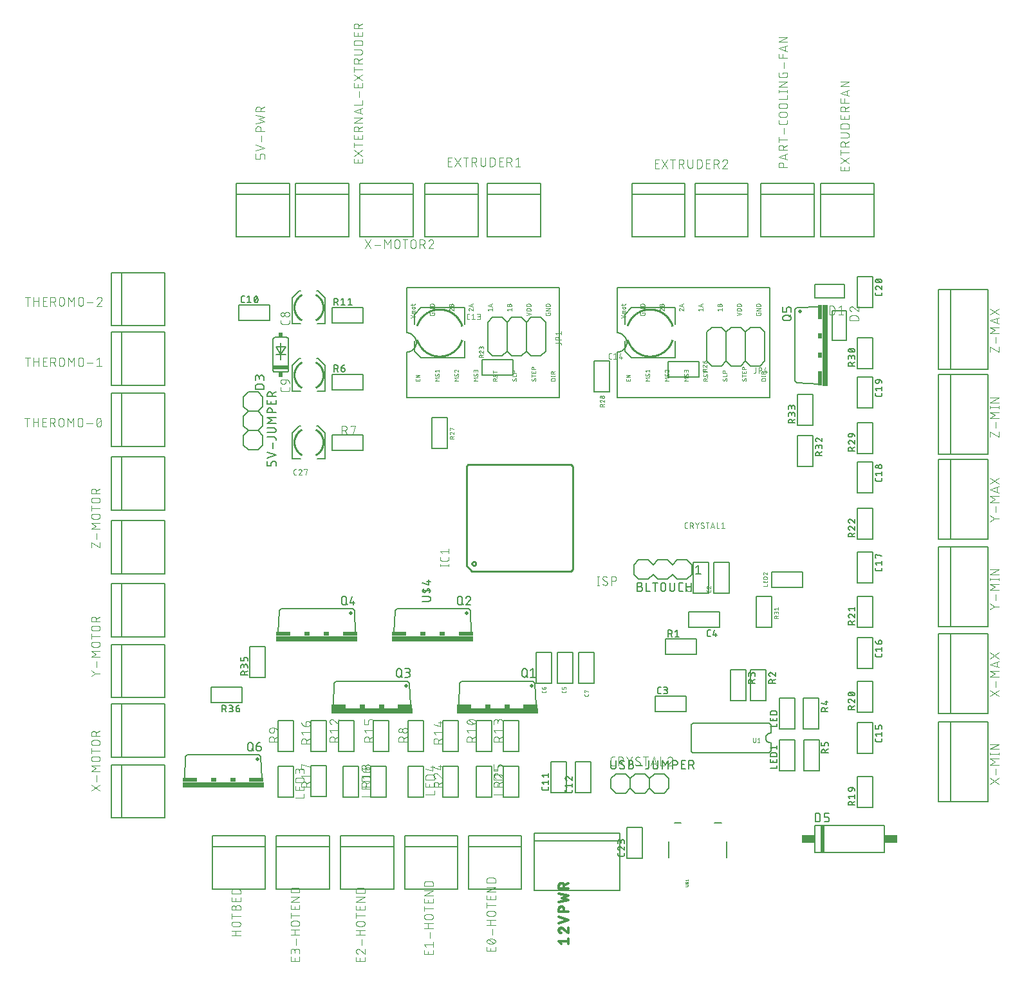
<source format=gbr>
G04 EAGLE Gerber RS-274X export*
G75*
%MOMM*%
%FSLAX34Y34*%
%LPD*%
%INSilkscreen Top*%
%IPPOS*%
%AMOC8*
5,1,8,0,0,1.08239X$1,22.5*%
G01*
%ADD10C,0.127000*%
%ADD11C,0.101600*%
%ADD12C,0.152400*%
%ADD13C,0.076200*%
%ADD14C,0.254000*%
%ADD15C,0.508000*%
%ADD16R,10.668000X0.762000*%
%ADD17R,1.905000X0.508000*%
%ADD18R,0.762000X0.508000*%
%ADD19C,0.203200*%
%ADD20C,0.025400*%
%ADD21C,0.050800*%
%ADD22C,0.020319*%
%ADD23C,0.304800*%
%ADD24R,0.762000X10.668000*%
%ADD25R,0.508000X1.905000*%
%ADD26R,0.508000X0.762000*%
%ADD27R,0.508000X3.556000*%
%ADD28R,1.651000X1.066800*%
%ADD29R,2.032000X0.508000*%
%ADD30R,0.508000X0.635000*%


D10*
X775967Y396356D02*
X775967Y436996D01*
X796287Y436996D01*
X796287Y396356D01*
X775967Y396356D01*
D11*
X772919Y400533D02*
X772919Y401662D01*
X772919Y400533D02*
X772917Y400467D01*
X772911Y400402D01*
X772902Y400337D01*
X772889Y400273D01*
X772872Y400209D01*
X772851Y400147D01*
X772827Y400086D01*
X772799Y400026D01*
X772768Y399969D01*
X772733Y399913D01*
X772696Y399859D01*
X772655Y399807D01*
X772611Y399758D01*
X772565Y399712D01*
X772516Y399668D01*
X772464Y399627D01*
X772410Y399590D01*
X772355Y399555D01*
X772297Y399524D01*
X772237Y399496D01*
X772176Y399472D01*
X772114Y399451D01*
X772050Y399434D01*
X771986Y399421D01*
X771921Y399412D01*
X771856Y399406D01*
X771790Y399404D01*
X768967Y399404D01*
X768901Y399406D01*
X768836Y399412D01*
X768771Y399421D01*
X768707Y399434D01*
X768643Y399451D01*
X768581Y399472D01*
X768520Y399496D01*
X768460Y399524D01*
X768403Y399555D01*
X768347Y399590D01*
X768293Y399627D01*
X768241Y399668D01*
X768192Y399712D01*
X768146Y399758D01*
X768102Y399807D01*
X768061Y399859D01*
X768024Y399913D01*
X767989Y399968D01*
X767958Y400026D01*
X767930Y400086D01*
X767906Y400147D01*
X767885Y400209D01*
X767868Y400273D01*
X767855Y400337D01*
X767846Y400402D01*
X767840Y400467D01*
X767838Y400533D01*
X767839Y400533D02*
X767839Y401662D01*
X768967Y404001D02*
X767839Y405412D01*
X772919Y405412D01*
X772919Y404001D02*
X772919Y406823D01*
D10*
X803022Y396349D02*
X803022Y436989D01*
X823342Y436989D01*
X823342Y396349D01*
X803022Y396349D01*
D11*
X799339Y399255D02*
X799339Y400384D01*
X799340Y399255D02*
X799338Y399189D01*
X799332Y399124D01*
X799323Y399059D01*
X799310Y398995D01*
X799293Y398931D01*
X799272Y398869D01*
X799248Y398808D01*
X799220Y398748D01*
X799189Y398691D01*
X799154Y398635D01*
X799117Y398581D01*
X799076Y398529D01*
X799032Y398480D01*
X798986Y398434D01*
X798937Y398390D01*
X798885Y398349D01*
X798831Y398312D01*
X798776Y398277D01*
X798718Y398246D01*
X798658Y398218D01*
X798597Y398194D01*
X798535Y398173D01*
X798471Y398156D01*
X798407Y398143D01*
X798342Y398134D01*
X798277Y398128D01*
X798211Y398126D01*
X798211Y398127D02*
X795388Y398127D01*
X795322Y398129D01*
X795257Y398135D01*
X795192Y398144D01*
X795128Y398157D01*
X795064Y398174D01*
X795002Y398195D01*
X794941Y398219D01*
X794881Y398247D01*
X794824Y398278D01*
X794768Y398313D01*
X794714Y398350D01*
X794662Y398391D01*
X794613Y398435D01*
X794567Y398481D01*
X794523Y398530D01*
X794482Y398582D01*
X794445Y398636D01*
X794410Y398691D01*
X794379Y398749D01*
X794351Y398809D01*
X794327Y398870D01*
X794306Y398932D01*
X794289Y398996D01*
X794276Y399060D01*
X794267Y399125D01*
X794261Y399190D01*
X794259Y399256D01*
X794259Y399255D02*
X794259Y400384D01*
X794259Y404275D02*
X794261Y404344D01*
X794266Y404412D01*
X794276Y404480D01*
X794289Y404548D01*
X794305Y404615D01*
X794325Y404681D01*
X794349Y404745D01*
X794376Y404808D01*
X794407Y404870D01*
X794441Y404930D01*
X794478Y404988D01*
X794518Y405044D01*
X794561Y405097D01*
X794607Y405148D01*
X794656Y405197D01*
X794707Y405243D01*
X794760Y405286D01*
X794816Y405326D01*
X794874Y405363D01*
X794934Y405397D01*
X794996Y405428D01*
X795059Y405455D01*
X795123Y405479D01*
X795189Y405499D01*
X795256Y405515D01*
X795324Y405528D01*
X795392Y405538D01*
X795460Y405543D01*
X795529Y405545D01*
X794259Y404275D02*
X794261Y404196D01*
X794267Y404117D01*
X794276Y404039D01*
X794289Y403961D01*
X794306Y403884D01*
X794327Y403808D01*
X794352Y403733D01*
X794380Y403659D01*
X794411Y403587D01*
X794446Y403516D01*
X794485Y403447D01*
X794526Y403380D01*
X794571Y403315D01*
X794619Y403252D01*
X794670Y403192D01*
X794724Y403134D01*
X794780Y403079D01*
X794839Y403027D01*
X794901Y402978D01*
X794965Y402931D01*
X795031Y402888D01*
X795099Y402848D01*
X795169Y402811D01*
X795241Y402778D01*
X795314Y402749D01*
X795388Y402722D01*
X796517Y405122D02*
X796468Y405170D01*
X796417Y405217D01*
X796363Y405260D01*
X796307Y405301D01*
X796250Y405339D01*
X796190Y405374D01*
X796129Y405406D01*
X796066Y405435D01*
X796002Y405460D01*
X795937Y405483D01*
X795871Y405502D01*
X795803Y405517D01*
X795735Y405529D01*
X795667Y405538D01*
X795598Y405543D01*
X795529Y405545D01*
X796517Y405122D02*
X799339Y402723D01*
X799339Y405545D01*
D10*
X767182Y261001D02*
X726542Y261001D01*
X767182Y261001D02*
X767182Y240681D01*
X726542Y240681D01*
X726542Y261001D01*
D12*
X731763Y264303D02*
X733682Y264303D01*
X731763Y264303D02*
X731677Y264305D01*
X731591Y264311D01*
X731505Y264320D01*
X731420Y264334D01*
X731336Y264351D01*
X731252Y264372D01*
X731170Y264397D01*
X731089Y264425D01*
X731009Y264457D01*
X730930Y264493D01*
X730854Y264532D01*
X730779Y264575D01*
X730706Y264620D01*
X730635Y264669D01*
X730567Y264722D01*
X730500Y264777D01*
X730437Y264835D01*
X730376Y264896D01*
X730318Y264959D01*
X730263Y265026D01*
X730210Y265094D01*
X730161Y265165D01*
X730116Y265238D01*
X730073Y265313D01*
X730034Y265389D01*
X729998Y265468D01*
X729966Y265548D01*
X729938Y265629D01*
X729913Y265711D01*
X729892Y265795D01*
X729875Y265879D01*
X729861Y265964D01*
X729852Y266050D01*
X729846Y266136D01*
X729844Y266222D01*
X729844Y271020D01*
X729846Y271106D01*
X729852Y271192D01*
X729861Y271278D01*
X729875Y271363D01*
X729892Y271447D01*
X729913Y271531D01*
X729938Y271613D01*
X729966Y271694D01*
X729998Y271774D01*
X730034Y271853D01*
X730073Y271929D01*
X730116Y272004D01*
X730161Y272077D01*
X730210Y272148D01*
X730263Y272216D01*
X730318Y272283D01*
X730376Y272346D01*
X730437Y272407D01*
X730500Y272465D01*
X730567Y272520D01*
X730635Y272572D01*
X730706Y272622D01*
X730779Y272667D01*
X730854Y272710D01*
X730930Y272749D01*
X731009Y272785D01*
X731089Y272817D01*
X731170Y272845D01*
X731252Y272870D01*
X731336Y272891D01*
X731420Y272908D01*
X731505Y272922D01*
X731591Y272931D01*
X731677Y272937D01*
X731763Y272939D01*
X733682Y272939D01*
X737502Y264303D02*
X739901Y264303D01*
X739998Y264305D01*
X740094Y264311D01*
X740190Y264320D01*
X740286Y264334D01*
X740381Y264351D01*
X740475Y264373D01*
X740568Y264398D01*
X740661Y264426D01*
X740752Y264459D01*
X740841Y264495D01*
X740929Y264535D01*
X741016Y264578D01*
X741101Y264624D01*
X741183Y264674D01*
X741264Y264728D01*
X741342Y264784D01*
X741418Y264844D01*
X741492Y264906D01*
X741563Y264972D01*
X741631Y265040D01*
X741697Y265111D01*
X741759Y265185D01*
X741819Y265261D01*
X741875Y265339D01*
X741929Y265420D01*
X741979Y265503D01*
X742025Y265587D01*
X742068Y265674D01*
X742108Y265762D01*
X742144Y265851D01*
X742177Y265942D01*
X742205Y266035D01*
X742230Y266128D01*
X742252Y266222D01*
X742269Y266317D01*
X742283Y266413D01*
X742292Y266509D01*
X742298Y266605D01*
X742300Y266702D01*
X742298Y266799D01*
X742292Y266895D01*
X742283Y266991D01*
X742269Y267087D01*
X742252Y267182D01*
X742230Y267276D01*
X742205Y267369D01*
X742177Y267462D01*
X742144Y267553D01*
X742108Y267642D01*
X742068Y267730D01*
X742025Y267817D01*
X741979Y267902D01*
X741929Y267984D01*
X741875Y268065D01*
X741819Y268143D01*
X741759Y268219D01*
X741697Y268293D01*
X741631Y268364D01*
X741563Y268432D01*
X741492Y268498D01*
X741418Y268560D01*
X741342Y268620D01*
X741264Y268676D01*
X741183Y268730D01*
X741101Y268780D01*
X741016Y268826D01*
X740929Y268869D01*
X740841Y268909D01*
X740752Y268945D01*
X740661Y268978D01*
X740568Y269006D01*
X740475Y269031D01*
X740381Y269053D01*
X740286Y269070D01*
X740190Y269084D01*
X740094Y269093D01*
X739998Y269099D01*
X739901Y269101D01*
X740381Y272939D02*
X737502Y272939D01*
X740381Y272939D02*
X740467Y272937D01*
X740553Y272931D01*
X740639Y272922D01*
X740724Y272908D01*
X740808Y272891D01*
X740892Y272870D01*
X740974Y272845D01*
X741055Y272817D01*
X741135Y272785D01*
X741214Y272749D01*
X741290Y272710D01*
X741365Y272667D01*
X741438Y272622D01*
X741509Y272573D01*
X741577Y272520D01*
X741644Y272465D01*
X741707Y272407D01*
X741768Y272346D01*
X741826Y272283D01*
X741881Y272216D01*
X741934Y272148D01*
X741983Y272077D01*
X742028Y272004D01*
X742071Y271929D01*
X742110Y271853D01*
X742146Y271774D01*
X742178Y271694D01*
X742206Y271613D01*
X742231Y271531D01*
X742252Y271447D01*
X742269Y271363D01*
X742283Y271278D01*
X742292Y271192D01*
X742298Y271106D01*
X742300Y271020D01*
X742298Y270934D01*
X742292Y270848D01*
X742283Y270762D01*
X742269Y270677D01*
X742252Y270593D01*
X742231Y270509D01*
X742206Y270427D01*
X742178Y270346D01*
X742146Y270266D01*
X742110Y270187D01*
X742071Y270111D01*
X742028Y270036D01*
X741983Y269963D01*
X741934Y269892D01*
X741881Y269824D01*
X741826Y269757D01*
X741768Y269694D01*
X741707Y269633D01*
X741644Y269575D01*
X741577Y269520D01*
X741509Y269467D01*
X741438Y269418D01*
X741365Y269373D01*
X741290Y269330D01*
X741214Y269291D01*
X741135Y269255D01*
X741055Y269223D01*
X740974Y269195D01*
X740892Y269170D01*
X740808Y269149D01*
X740724Y269132D01*
X740639Y269118D01*
X740553Y269109D01*
X740467Y269103D01*
X740381Y269101D01*
X738462Y269101D01*
D10*
X770002Y351899D02*
X810642Y351899D01*
X770002Y351899D02*
X770002Y372219D01*
X810642Y372219D01*
X810642Y351899D01*
D12*
X798723Y339961D02*
X796804Y339961D01*
X796718Y339963D01*
X796632Y339969D01*
X796546Y339978D01*
X796461Y339992D01*
X796377Y340009D01*
X796293Y340030D01*
X796211Y340055D01*
X796130Y340083D01*
X796050Y340115D01*
X795971Y340151D01*
X795895Y340190D01*
X795820Y340233D01*
X795747Y340278D01*
X795676Y340327D01*
X795608Y340380D01*
X795541Y340435D01*
X795478Y340493D01*
X795417Y340554D01*
X795359Y340617D01*
X795304Y340684D01*
X795251Y340752D01*
X795202Y340823D01*
X795157Y340896D01*
X795114Y340971D01*
X795075Y341047D01*
X795039Y341126D01*
X795007Y341206D01*
X794979Y341287D01*
X794954Y341369D01*
X794933Y341453D01*
X794916Y341537D01*
X794902Y341622D01*
X794893Y341708D01*
X794887Y341794D01*
X794885Y341880D01*
X794884Y341880D02*
X794884Y346677D01*
X794885Y346677D02*
X794887Y346763D01*
X794893Y346849D01*
X794902Y346935D01*
X794916Y347020D01*
X794933Y347104D01*
X794954Y347188D01*
X794979Y347270D01*
X795007Y347351D01*
X795039Y347431D01*
X795075Y347510D01*
X795114Y347586D01*
X795157Y347661D01*
X795202Y347734D01*
X795251Y347805D01*
X795304Y347873D01*
X795359Y347940D01*
X795417Y348003D01*
X795478Y348064D01*
X795541Y348122D01*
X795608Y348177D01*
X795676Y348229D01*
X795747Y348279D01*
X795820Y348324D01*
X795895Y348367D01*
X795971Y348406D01*
X796050Y348442D01*
X796130Y348474D01*
X796211Y348502D01*
X796293Y348527D01*
X796377Y348548D01*
X796461Y348565D01*
X796546Y348579D01*
X796632Y348588D01*
X796718Y348594D01*
X796804Y348596D01*
X796804Y348597D02*
X798723Y348597D01*
X804462Y348597D02*
X802543Y341880D01*
X807340Y341880D01*
X805901Y343799D02*
X805901Y339961D01*
D10*
X597714Y318609D02*
X597714Y277969D01*
X597714Y318609D02*
X618034Y318609D01*
X618034Y277969D01*
X597714Y277969D01*
D11*
X608636Y268035D02*
X608636Y266906D01*
X608634Y266840D01*
X608628Y266775D01*
X608619Y266710D01*
X608606Y266646D01*
X608589Y266582D01*
X608568Y266520D01*
X608544Y266459D01*
X608516Y266399D01*
X608485Y266342D01*
X608450Y266286D01*
X608413Y266232D01*
X608372Y266180D01*
X608328Y266131D01*
X608282Y266085D01*
X608233Y266041D01*
X608181Y266000D01*
X608127Y265963D01*
X608072Y265928D01*
X608014Y265897D01*
X607954Y265869D01*
X607893Y265845D01*
X607831Y265824D01*
X607767Y265807D01*
X607703Y265794D01*
X607638Y265785D01*
X607573Y265779D01*
X607507Y265777D01*
X604685Y265777D01*
X604619Y265779D01*
X604554Y265785D01*
X604489Y265794D01*
X604425Y265807D01*
X604361Y265824D01*
X604299Y265845D01*
X604238Y265869D01*
X604178Y265897D01*
X604121Y265928D01*
X604065Y265963D01*
X604011Y266000D01*
X603959Y266041D01*
X603910Y266085D01*
X603864Y266131D01*
X603820Y266180D01*
X603779Y266232D01*
X603742Y266286D01*
X603707Y266341D01*
X603676Y266399D01*
X603648Y266459D01*
X603624Y266520D01*
X603603Y266582D01*
X603586Y266646D01*
X603573Y266710D01*
X603564Y266775D01*
X603558Y266840D01*
X603556Y266906D01*
X603556Y268035D01*
X608636Y270374D02*
X608636Y272067D01*
X608634Y272133D01*
X608628Y272198D01*
X608619Y272263D01*
X608606Y272327D01*
X608589Y272391D01*
X608568Y272453D01*
X608544Y272514D01*
X608516Y272574D01*
X608485Y272632D01*
X608450Y272687D01*
X608413Y272741D01*
X608372Y272793D01*
X608328Y272842D01*
X608282Y272888D01*
X608233Y272932D01*
X608181Y272973D01*
X608127Y273010D01*
X608072Y273045D01*
X608014Y273076D01*
X607954Y273104D01*
X607893Y273128D01*
X607831Y273149D01*
X607767Y273166D01*
X607703Y273179D01*
X607638Y273188D01*
X607573Y273194D01*
X607507Y273196D01*
X606942Y273196D01*
X606876Y273194D01*
X606811Y273188D01*
X606746Y273179D01*
X606682Y273166D01*
X606618Y273149D01*
X606556Y273128D01*
X606495Y273104D01*
X606435Y273076D01*
X606378Y273045D01*
X606322Y273010D01*
X606268Y272973D01*
X606216Y272932D01*
X606167Y272888D01*
X606121Y272842D01*
X606077Y272793D01*
X606036Y272741D01*
X605999Y272687D01*
X605964Y272632D01*
X605933Y272574D01*
X605905Y272514D01*
X605881Y272453D01*
X605860Y272391D01*
X605843Y272327D01*
X605830Y272263D01*
X605821Y272198D01*
X605815Y272133D01*
X605813Y272067D01*
X605813Y270374D01*
X603556Y270374D01*
X603556Y273196D01*
D10*
X570022Y277969D02*
X570022Y318609D01*
X590342Y318609D01*
X590342Y277969D01*
X570022Y277969D01*
D11*
X582214Y268035D02*
X582214Y266906D01*
X582212Y266840D01*
X582206Y266775D01*
X582197Y266710D01*
X582184Y266646D01*
X582167Y266582D01*
X582146Y266520D01*
X582122Y266459D01*
X582094Y266399D01*
X582063Y266342D01*
X582028Y266286D01*
X581991Y266232D01*
X581950Y266180D01*
X581906Y266131D01*
X581860Y266085D01*
X581811Y266041D01*
X581759Y266000D01*
X581705Y265963D01*
X581650Y265928D01*
X581592Y265897D01*
X581532Y265869D01*
X581471Y265845D01*
X581409Y265824D01*
X581345Y265807D01*
X581281Y265794D01*
X581216Y265785D01*
X581151Y265779D01*
X581085Y265777D01*
X578263Y265777D01*
X578197Y265779D01*
X578132Y265785D01*
X578067Y265794D01*
X578003Y265807D01*
X577939Y265824D01*
X577877Y265845D01*
X577816Y265869D01*
X577756Y265897D01*
X577699Y265928D01*
X577643Y265963D01*
X577589Y266000D01*
X577537Y266041D01*
X577488Y266085D01*
X577442Y266131D01*
X577398Y266180D01*
X577357Y266232D01*
X577320Y266286D01*
X577285Y266341D01*
X577254Y266399D01*
X577226Y266459D01*
X577202Y266520D01*
X577181Y266582D01*
X577164Y266646D01*
X577151Y266710D01*
X577142Y266775D01*
X577136Y266840D01*
X577134Y266906D01*
X577134Y268035D01*
X579392Y270374D02*
X579392Y272067D01*
X579394Y272133D01*
X579400Y272198D01*
X579409Y272263D01*
X579422Y272327D01*
X579439Y272391D01*
X579460Y272453D01*
X579484Y272514D01*
X579512Y272574D01*
X579543Y272632D01*
X579578Y272687D01*
X579615Y272741D01*
X579656Y272793D01*
X579700Y272842D01*
X579746Y272888D01*
X579795Y272932D01*
X579847Y272973D01*
X579901Y273010D01*
X579957Y273045D01*
X580014Y273076D01*
X580074Y273104D01*
X580135Y273128D01*
X580197Y273149D01*
X580261Y273166D01*
X580325Y273179D01*
X580390Y273188D01*
X580455Y273194D01*
X580521Y273196D01*
X580803Y273196D01*
X580877Y273194D01*
X580950Y273188D01*
X581024Y273179D01*
X581096Y273165D01*
X581168Y273148D01*
X581239Y273127D01*
X581309Y273102D01*
X581377Y273074D01*
X581444Y273042D01*
X581509Y273007D01*
X581571Y272968D01*
X581632Y272927D01*
X581691Y272882D01*
X581747Y272834D01*
X581801Y272783D01*
X581852Y272729D01*
X581900Y272673D01*
X581945Y272614D01*
X581986Y272553D01*
X582025Y272491D01*
X582060Y272426D01*
X582092Y272359D01*
X582120Y272291D01*
X582145Y272221D01*
X582166Y272150D01*
X582183Y272078D01*
X582197Y272006D01*
X582206Y271932D01*
X582212Y271859D01*
X582214Y271785D01*
X582212Y271711D01*
X582206Y271638D01*
X582197Y271564D01*
X582183Y271492D01*
X582166Y271420D01*
X582145Y271349D01*
X582120Y271279D01*
X582092Y271211D01*
X582060Y271144D01*
X582025Y271080D01*
X581986Y271017D01*
X581945Y270956D01*
X581900Y270897D01*
X581852Y270841D01*
X581801Y270787D01*
X581747Y270736D01*
X581691Y270688D01*
X581632Y270643D01*
X581571Y270602D01*
X581509Y270563D01*
X581444Y270528D01*
X581377Y270496D01*
X581309Y270468D01*
X581239Y270443D01*
X581168Y270422D01*
X581096Y270405D01*
X581024Y270391D01*
X580950Y270382D01*
X580877Y270376D01*
X580803Y270374D01*
X579392Y270374D01*
X579299Y270376D01*
X579206Y270382D01*
X579113Y270391D01*
X579020Y270405D01*
X578929Y270422D01*
X578838Y270443D01*
X578748Y270468D01*
X578659Y270496D01*
X578571Y270528D01*
X578485Y270564D01*
X578400Y270603D01*
X578317Y270646D01*
X578236Y270692D01*
X578157Y270742D01*
X578080Y270794D01*
X578005Y270850D01*
X577933Y270909D01*
X577863Y270971D01*
X577795Y271035D01*
X577731Y271103D01*
X577669Y271173D01*
X577610Y271245D01*
X577554Y271320D01*
X577502Y271397D01*
X577452Y271476D01*
X577406Y271557D01*
X577363Y271640D01*
X577324Y271725D01*
X577288Y271811D01*
X577256Y271899D01*
X577228Y271988D01*
X577203Y272078D01*
X577182Y272169D01*
X577165Y272260D01*
X577151Y272353D01*
X577142Y272445D01*
X577136Y272539D01*
X577134Y272632D01*
D10*
X625405Y277969D02*
X625405Y318609D01*
X645725Y318609D01*
X645725Y277969D01*
X625405Y277969D01*
D11*
X638232Y263590D02*
X638232Y262461D01*
X638230Y262395D01*
X638224Y262330D01*
X638215Y262265D01*
X638202Y262201D01*
X638185Y262137D01*
X638164Y262075D01*
X638140Y262014D01*
X638112Y261954D01*
X638081Y261897D01*
X638046Y261841D01*
X638009Y261787D01*
X637968Y261735D01*
X637924Y261686D01*
X637878Y261640D01*
X637829Y261596D01*
X637777Y261555D01*
X637723Y261518D01*
X637668Y261483D01*
X637610Y261452D01*
X637550Y261424D01*
X637489Y261400D01*
X637427Y261379D01*
X637363Y261362D01*
X637299Y261349D01*
X637234Y261340D01*
X637169Y261334D01*
X637103Y261332D01*
X634281Y261332D01*
X634215Y261334D01*
X634150Y261340D01*
X634085Y261349D01*
X634021Y261362D01*
X633957Y261379D01*
X633895Y261400D01*
X633834Y261424D01*
X633774Y261452D01*
X633717Y261483D01*
X633661Y261518D01*
X633607Y261555D01*
X633555Y261596D01*
X633506Y261640D01*
X633460Y261686D01*
X633416Y261735D01*
X633375Y261787D01*
X633338Y261841D01*
X633303Y261896D01*
X633272Y261954D01*
X633244Y262014D01*
X633220Y262075D01*
X633199Y262137D01*
X633182Y262201D01*
X633169Y262265D01*
X633160Y262330D01*
X633154Y262395D01*
X633152Y262461D01*
X633152Y263590D01*
X633152Y265929D02*
X633717Y265929D01*
X633152Y265929D02*
X633152Y268751D01*
X638232Y267340D01*
D13*
X767063Y482013D02*
X768700Y482013D01*
X767063Y482012D02*
X766985Y482014D01*
X766907Y482019D01*
X766830Y482029D01*
X766753Y482042D01*
X766677Y482058D01*
X766602Y482078D01*
X766528Y482102D01*
X766455Y482129D01*
X766383Y482160D01*
X766313Y482194D01*
X766245Y482231D01*
X766178Y482272D01*
X766113Y482316D01*
X766051Y482362D01*
X765991Y482412D01*
X765933Y482464D01*
X765878Y482519D01*
X765826Y482577D01*
X765776Y482637D01*
X765730Y482699D01*
X765686Y482764D01*
X765645Y482831D01*
X765608Y482899D01*
X765574Y482969D01*
X765543Y483041D01*
X765516Y483114D01*
X765492Y483188D01*
X765472Y483263D01*
X765456Y483339D01*
X765443Y483416D01*
X765433Y483493D01*
X765428Y483571D01*
X765426Y483649D01*
X765427Y483649D02*
X765427Y487742D01*
X765426Y487742D02*
X765428Y487822D01*
X765434Y487902D01*
X765444Y487982D01*
X765457Y488061D01*
X765475Y488140D01*
X765496Y488217D01*
X765522Y488293D01*
X765551Y488368D01*
X765583Y488442D01*
X765619Y488514D01*
X765659Y488584D01*
X765702Y488651D01*
X765748Y488717D01*
X765798Y488780D01*
X765850Y488841D01*
X765905Y488900D01*
X765964Y488955D01*
X766024Y489007D01*
X766088Y489057D01*
X766154Y489103D01*
X766221Y489146D01*
X766291Y489186D01*
X766363Y489222D01*
X766437Y489254D01*
X766511Y489283D01*
X766588Y489309D01*
X766665Y489330D01*
X766744Y489348D01*
X766823Y489361D01*
X766903Y489371D01*
X766983Y489377D01*
X767063Y489379D01*
X768700Y489379D01*
X771841Y489379D02*
X771841Y482013D01*
X771841Y489379D02*
X773887Y489379D01*
X773887Y489378D02*
X773976Y489376D01*
X774065Y489370D01*
X774154Y489360D01*
X774242Y489347D01*
X774330Y489330D01*
X774417Y489308D01*
X774502Y489283D01*
X774587Y489255D01*
X774670Y489222D01*
X774752Y489186D01*
X774832Y489147D01*
X774910Y489104D01*
X774986Y489058D01*
X775061Y489008D01*
X775133Y488955D01*
X775202Y488899D01*
X775269Y488840D01*
X775334Y488779D01*
X775395Y488714D01*
X775454Y488647D01*
X775510Y488578D01*
X775563Y488506D01*
X775613Y488431D01*
X775659Y488355D01*
X775702Y488277D01*
X775741Y488197D01*
X775777Y488115D01*
X775810Y488032D01*
X775838Y487947D01*
X775863Y487862D01*
X775885Y487775D01*
X775902Y487687D01*
X775915Y487599D01*
X775925Y487510D01*
X775931Y487421D01*
X775933Y487332D01*
X775931Y487243D01*
X775925Y487154D01*
X775915Y487065D01*
X775902Y486977D01*
X775885Y486889D01*
X775863Y486802D01*
X775838Y486717D01*
X775810Y486632D01*
X775777Y486549D01*
X775741Y486467D01*
X775702Y486387D01*
X775659Y486309D01*
X775613Y486233D01*
X775563Y486158D01*
X775510Y486086D01*
X775454Y486017D01*
X775395Y485950D01*
X775334Y485885D01*
X775269Y485824D01*
X775202Y485765D01*
X775133Y485709D01*
X775061Y485656D01*
X774986Y485606D01*
X774910Y485560D01*
X774832Y485517D01*
X774752Y485478D01*
X774670Y485442D01*
X774587Y485409D01*
X774502Y485381D01*
X774417Y485356D01*
X774330Y485334D01*
X774242Y485317D01*
X774154Y485304D01*
X774065Y485294D01*
X773976Y485288D01*
X773887Y485286D01*
X771841Y485286D01*
X774296Y485286D02*
X775933Y482013D01*
X781151Y485900D02*
X778695Y489379D01*
X781151Y485900D02*
X783606Y489379D01*
X781151Y485900D02*
X781151Y482013D01*
X788631Y482012D02*
X788709Y482014D01*
X788787Y482019D01*
X788864Y482029D01*
X788941Y482042D01*
X789017Y482058D01*
X789092Y482078D01*
X789166Y482102D01*
X789239Y482129D01*
X789311Y482160D01*
X789381Y482194D01*
X789450Y482231D01*
X789516Y482272D01*
X789581Y482316D01*
X789643Y482362D01*
X789703Y482412D01*
X789761Y482464D01*
X789816Y482519D01*
X789868Y482577D01*
X789918Y482637D01*
X789964Y482699D01*
X790008Y482764D01*
X790049Y482831D01*
X790086Y482899D01*
X790120Y482969D01*
X790151Y483041D01*
X790178Y483114D01*
X790202Y483188D01*
X790222Y483263D01*
X790238Y483339D01*
X790251Y483416D01*
X790261Y483493D01*
X790266Y483571D01*
X790268Y483649D01*
X788631Y482012D02*
X788517Y482014D01*
X788404Y482019D01*
X788290Y482029D01*
X788177Y482042D01*
X788065Y482059D01*
X787953Y482079D01*
X787842Y482103D01*
X787731Y482131D01*
X787622Y482162D01*
X787514Y482197D01*
X787407Y482236D01*
X787301Y482278D01*
X787197Y482323D01*
X787094Y482372D01*
X786993Y482425D01*
X786894Y482480D01*
X786796Y482539D01*
X786701Y482601D01*
X786608Y482666D01*
X786516Y482734D01*
X786428Y482805D01*
X786341Y482879D01*
X786257Y482956D01*
X786176Y483035D01*
X786380Y487742D02*
X786382Y487820D01*
X786387Y487898D01*
X786397Y487975D01*
X786410Y488052D01*
X786426Y488128D01*
X786446Y488203D01*
X786470Y488277D01*
X786497Y488350D01*
X786528Y488422D01*
X786562Y488492D01*
X786599Y488561D01*
X786640Y488627D01*
X786684Y488692D01*
X786730Y488754D01*
X786780Y488814D01*
X786832Y488872D01*
X786887Y488927D01*
X786945Y488979D01*
X787005Y489029D01*
X787067Y489075D01*
X787132Y489119D01*
X787199Y489160D01*
X787267Y489197D01*
X787337Y489231D01*
X787409Y489262D01*
X787482Y489289D01*
X787556Y489313D01*
X787631Y489333D01*
X787707Y489349D01*
X787784Y489362D01*
X787861Y489372D01*
X787939Y489377D01*
X788017Y489379D01*
X788017Y489378D02*
X788127Y489376D01*
X788236Y489370D01*
X788346Y489360D01*
X788454Y489347D01*
X788563Y489329D01*
X788670Y489308D01*
X788777Y489282D01*
X788883Y489253D01*
X788988Y489221D01*
X789091Y489184D01*
X789193Y489144D01*
X789294Y489100D01*
X789393Y489052D01*
X789490Y489002D01*
X789585Y488947D01*
X789678Y488889D01*
X789769Y488828D01*
X789858Y488764D01*
X787199Y486309D02*
X787132Y486351D01*
X787067Y486395D01*
X787005Y486443D01*
X786945Y486493D01*
X786887Y486546D01*
X786832Y486602D01*
X786780Y486661D01*
X786730Y486721D01*
X786683Y486785D01*
X786640Y486850D01*
X786599Y486917D01*
X786562Y486986D01*
X786528Y487057D01*
X786497Y487129D01*
X786470Y487203D01*
X786446Y487277D01*
X786426Y487353D01*
X786410Y487430D01*
X786397Y487507D01*
X786387Y487585D01*
X786382Y487664D01*
X786380Y487742D01*
X789450Y485081D02*
X789516Y485039D01*
X789581Y484995D01*
X789643Y484948D01*
X789703Y484897D01*
X789761Y484844D01*
X789816Y484788D01*
X789869Y484730D01*
X789918Y484669D01*
X789965Y484606D01*
X790008Y484541D01*
X790049Y484474D01*
X790086Y484405D01*
X790120Y484334D01*
X790151Y484262D01*
X790178Y484188D01*
X790202Y484113D01*
X790222Y484038D01*
X790238Y483961D01*
X790251Y483884D01*
X790261Y483806D01*
X790266Y483727D01*
X790268Y483649D01*
X789450Y485082D02*
X787199Y486309D01*
X794806Y489379D02*
X794806Y482013D01*
X792760Y489379D02*
X796852Y489379D01*
X801633Y489379D02*
X799178Y482013D01*
X804089Y482013D02*
X801633Y489379D01*
X803475Y483854D02*
X799792Y483854D01*
X807162Y482013D02*
X807162Y489379D01*
X807162Y482013D02*
X810436Y482013D01*
X813242Y487742D02*
X815288Y489379D01*
X815288Y482013D01*
X813242Y482013D02*
X817334Y482013D01*
D11*
X672850Y169459D02*
X670253Y169459D01*
X670253Y169460D02*
X670154Y169462D01*
X670054Y169468D01*
X669955Y169477D01*
X669857Y169490D01*
X669759Y169507D01*
X669661Y169528D01*
X669565Y169553D01*
X669470Y169581D01*
X669376Y169613D01*
X669283Y169648D01*
X669191Y169687D01*
X669101Y169730D01*
X669013Y169775D01*
X668926Y169825D01*
X668842Y169877D01*
X668759Y169933D01*
X668679Y169991D01*
X668601Y170053D01*
X668526Y170118D01*
X668453Y170186D01*
X668383Y170256D01*
X668315Y170329D01*
X668250Y170404D01*
X668188Y170482D01*
X668130Y170562D01*
X668074Y170645D01*
X668022Y170729D01*
X667972Y170816D01*
X667927Y170904D01*
X667884Y170994D01*
X667845Y171086D01*
X667810Y171179D01*
X667778Y171273D01*
X667750Y171368D01*
X667725Y171464D01*
X667704Y171562D01*
X667687Y171660D01*
X667674Y171758D01*
X667665Y171857D01*
X667659Y171957D01*
X667657Y172056D01*
X667657Y178547D01*
X667659Y178646D01*
X667665Y178746D01*
X667674Y178845D01*
X667687Y178943D01*
X667704Y179041D01*
X667725Y179139D01*
X667750Y179235D01*
X667778Y179330D01*
X667810Y179424D01*
X667845Y179517D01*
X667884Y179609D01*
X667927Y179699D01*
X667972Y179787D01*
X668022Y179874D01*
X668074Y179958D01*
X668130Y180041D01*
X668188Y180121D01*
X668250Y180199D01*
X668315Y180274D01*
X668383Y180347D01*
X668453Y180417D01*
X668526Y180485D01*
X668601Y180550D01*
X668679Y180612D01*
X668759Y180670D01*
X668842Y180726D01*
X668926Y180778D01*
X669013Y180828D01*
X669101Y180873D01*
X669191Y180916D01*
X669283Y180955D01*
X669375Y180990D01*
X669470Y181022D01*
X669565Y181050D01*
X669661Y181075D01*
X669759Y181096D01*
X669857Y181113D01*
X669955Y181126D01*
X670054Y181135D01*
X670154Y181141D01*
X670253Y181143D01*
X672850Y181143D01*
X677670Y181143D02*
X677670Y169459D01*
X677670Y181143D02*
X680915Y181143D01*
X680915Y181144D02*
X681028Y181142D01*
X681141Y181136D01*
X681254Y181126D01*
X681367Y181112D01*
X681479Y181095D01*
X681590Y181073D01*
X681700Y181048D01*
X681810Y181018D01*
X681918Y180985D01*
X682025Y180948D01*
X682131Y180908D01*
X682235Y180863D01*
X682338Y180815D01*
X682439Y180764D01*
X682538Y180709D01*
X682635Y180651D01*
X682730Y180589D01*
X682823Y180524D01*
X682913Y180456D01*
X683001Y180385D01*
X683087Y180310D01*
X683170Y180233D01*
X683250Y180153D01*
X683327Y180070D01*
X683402Y179984D01*
X683473Y179896D01*
X683541Y179806D01*
X683606Y179713D01*
X683668Y179618D01*
X683726Y179521D01*
X683781Y179422D01*
X683832Y179321D01*
X683880Y179218D01*
X683925Y179114D01*
X683965Y179008D01*
X684002Y178901D01*
X684035Y178793D01*
X684065Y178683D01*
X684090Y178573D01*
X684112Y178462D01*
X684129Y178350D01*
X684143Y178237D01*
X684153Y178124D01*
X684159Y178011D01*
X684161Y177898D01*
X684159Y177785D01*
X684153Y177672D01*
X684143Y177559D01*
X684129Y177446D01*
X684112Y177334D01*
X684090Y177223D01*
X684065Y177113D01*
X684035Y177003D01*
X684002Y176895D01*
X683965Y176788D01*
X683925Y176682D01*
X683880Y176578D01*
X683832Y176475D01*
X683781Y176374D01*
X683726Y176275D01*
X683668Y176178D01*
X683606Y176083D01*
X683541Y175990D01*
X683473Y175900D01*
X683402Y175812D01*
X683327Y175726D01*
X683250Y175643D01*
X683170Y175563D01*
X683087Y175486D01*
X683001Y175411D01*
X682913Y175340D01*
X682823Y175272D01*
X682730Y175207D01*
X682635Y175145D01*
X682538Y175087D01*
X682439Y175032D01*
X682338Y174981D01*
X682235Y174933D01*
X682131Y174888D01*
X682025Y174848D01*
X681918Y174811D01*
X681810Y174778D01*
X681700Y174748D01*
X681590Y174723D01*
X681479Y174701D01*
X681367Y174684D01*
X681254Y174670D01*
X681141Y174660D01*
X681028Y174654D01*
X680915Y174652D01*
X677670Y174652D01*
X681564Y174652D02*
X684161Y169459D01*
X692272Y175626D02*
X688377Y181143D01*
X692272Y175626D02*
X696166Y181143D01*
X692272Y175626D02*
X692272Y169459D01*
X703970Y169460D02*
X704069Y169462D01*
X704169Y169468D01*
X704268Y169477D01*
X704366Y169490D01*
X704464Y169507D01*
X704562Y169528D01*
X704658Y169553D01*
X704753Y169581D01*
X704847Y169613D01*
X704940Y169648D01*
X705032Y169687D01*
X705122Y169730D01*
X705210Y169775D01*
X705297Y169825D01*
X705381Y169877D01*
X705464Y169933D01*
X705544Y169991D01*
X705622Y170053D01*
X705697Y170118D01*
X705770Y170186D01*
X705840Y170256D01*
X705908Y170329D01*
X705973Y170404D01*
X706035Y170482D01*
X706093Y170562D01*
X706149Y170645D01*
X706201Y170729D01*
X706251Y170816D01*
X706296Y170904D01*
X706339Y170994D01*
X706378Y171086D01*
X706413Y171179D01*
X706445Y171273D01*
X706473Y171368D01*
X706498Y171464D01*
X706519Y171562D01*
X706536Y171660D01*
X706549Y171758D01*
X706558Y171857D01*
X706564Y171957D01*
X706566Y172056D01*
X703970Y169459D02*
X703826Y169461D01*
X703681Y169467D01*
X703537Y169476D01*
X703394Y169489D01*
X703250Y169506D01*
X703107Y169527D01*
X702965Y169552D01*
X702824Y169580D01*
X702683Y169612D01*
X702543Y169648D01*
X702404Y169687D01*
X702266Y169730D01*
X702130Y169777D01*
X701994Y169827D01*
X701860Y169881D01*
X701728Y169938D01*
X701597Y169999D01*
X701468Y170063D01*
X701340Y170131D01*
X701214Y170201D01*
X701090Y170276D01*
X700969Y170353D01*
X700849Y170434D01*
X700731Y170517D01*
X700616Y170604D01*
X700503Y170694D01*
X700392Y170787D01*
X700284Y170882D01*
X700178Y170981D01*
X700075Y171082D01*
X700400Y178547D02*
X700402Y178646D01*
X700408Y178746D01*
X700417Y178845D01*
X700430Y178943D01*
X700447Y179041D01*
X700468Y179139D01*
X700493Y179235D01*
X700521Y179330D01*
X700553Y179424D01*
X700588Y179517D01*
X700627Y179609D01*
X700670Y179699D01*
X700715Y179787D01*
X700765Y179874D01*
X700817Y179958D01*
X700873Y180041D01*
X700931Y180121D01*
X700993Y180199D01*
X701058Y180274D01*
X701126Y180347D01*
X701196Y180417D01*
X701269Y180485D01*
X701344Y180550D01*
X701422Y180612D01*
X701502Y180670D01*
X701585Y180726D01*
X701669Y180778D01*
X701756Y180828D01*
X701844Y180873D01*
X701934Y180916D01*
X702026Y180955D01*
X702119Y180990D01*
X702213Y181022D01*
X702308Y181050D01*
X702405Y181075D01*
X702502Y181096D01*
X702600Y181113D01*
X702698Y181126D01*
X702797Y181135D01*
X702897Y181141D01*
X702996Y181143D01*
X703132Y181141D01*
X703268Y181135D01*
X703404Y181126D01*
X703540Y181113D01*
X703675Y181095D01*
X703809Y181075D01*
X703943Y181050D01*
X704077Y181022D01*
X704209Y180989D01*
X704340Y180954D01*
X704471Y180914D01*
X704600Y180871D01*
X704728Y180825D01*
X704854Y180774D01*
X704980Y180721D01*
X705103Y180663D01*
X705225Y180603D01*
X705345Y180539D01*
X705464Y180471D01*
X705580Y180401D01*
X705694Y180327D01*
X705807Y180250D01*
X705917Y180169D01*
X701698Y176275D02*
X701612Y176328D01*
X701528Y176385D01*
X701446Y176444D01*
X701366Y176507D01*
X701289Y176573D01*
X701214Y176641D01*
X701142Y176713D01*
X701073Y176787D01*
X701007Y176864D01*
X700944Y176943D01*
X700884Y177025D01*
X700827Y177109D01*
X700773Y177195D01*
X700723Y177283D01*
X700676Y177373D01*
X700632Y177464D01*
X700593Y177558D01*
X700556Y177652D01*
X700524Y177748D01*
X700495Y177846D01*
X700470Y177944D01*
X700449Y178043D01*
X700431Y178143D01*
X700418Y178243D01*
X700408Y178344D01*
X700402Y178446D01*
X700400Y178547D01*
X705268Y174328D02*
X705354Y174275D01*
X705438Y174218D01*
X705520Y174159D01*
X705600Y174096D01*
X705677Y174030D01*
X705752Y173962D01*
X705824Y173890D01*
X705893Y173816D01*
X705959Y173739D01*
X706022Y173660D01*
X706082Y173578D01*
X706139Y173494D01*
X706193Y173408D01*
X706243Y173320D01*
X706290Y173230D01*
X706334Y173139D01*
X706373Y173045D01*
X706410Y172951D01*
X706442Y172855D01*
X706471Y172757D01*
X706496Y172659D01*
X706517Y172560D01*
X706535Y172460D01*
X706548Y172360D01*
X706558Y172259D01*
X706564Y172157D01*
X706566Y172056D01*
X705268Y174328D02*
X701698Y176275D01*
X713608Y181143D02*
X713608Y169459D01*
X710362Y181143D02*
X716853Y181143D01*
X724276Y181143D02*
X720381Y169459D01*
X728170Y169459D02*
X724276Y181143D01*
X727197Y172380D02*
X721355Y172380D01*
X732864Y169459D02*
X732864Y181143D01*
X732864Y169459D02*
X738056Y169459D01*
X748857Y178222D02*
X748855Y178329D01*
X748849Y178435D01*
X748839Y178541D01*
X748826Y178647D01*
X748808Y178753D01*
X748787Y178857D01*
X748762Y178961D01*
X748733Y179064D01*
X748701Y179165D01*
X748664Y179265D01*
X748624Y179364D01*
X748581Y179462D01*
X748534Y179558D01*
X748483Y179652D01*
X748429Y179744D01*
X748372Y179834D01*
X748312Y179922D01*
X748248Y180007D01*
X748181Y180090D01*
X748111Y180171D01*
X748039Y180249D01*
X747963Y180325D01*
X747885Y180397D01*
X747804Y180467D01*
X747721Y180534D01*
X747636Y180598D01*
X747548Y180658D01*
X747458Y180715D01*
X747366Y180769D01*
X747272Y180820D01*
X747176Y180867D01*
X747078Y180910D01*
X746979Y180950D01*
X746879Y180987D01*
X746778Y181019D01*
X746675Y181048D01*
X746571Y181073D01*
X746467Y181094D01*
X746361Y181112D01*
X746255Y181125D01*
X746149Y181135D01*
X746043Y181141D01*
X745936Y181143D01*
X745936Y181144D02*
X745815Y181142D01*
X745694Y181136D01*
X745574Y181126D01*
X745453Y181113D01*
X745334Y181095D01*
X745214Y181074D01*
X745096Y181049D01*
X744979Y181020D01*
X744862Y180987D01*
X744747Y180951D01*
X744633Y180910D01*
X744520Y180867D01*
X744408Y180819D01*
X744299Y180768D01*
X744191Y180713D01*
X744084Y180655D01*
X743980Y180594D01*
X743878Y180529D01*
X743778Y180461D01*
X743680Y180390D01*
X743584Y180316D01*
X743491Y180239D01*
X743401Y180158D01*
X743313Y180075D01*
X743228Y179989D01*
X743145Y179900D01*
X743066Y179809D01*
X742989Y179715D01*
X742916Y179619D01*
X742846Y179521D01*
X742779Y179420D01*
X742715Y179317D01*
X742655Y179212D01*
X742598Y179105D01*
X742544Y178997D01*
X742494Y178887D01*
X742448Y178775D01*
X742405Y178662D01*
X742366Y178547D01*
X747884Y175950D02*
X747963Y176027D01*
X748039Y176108D01*
X748112Y176191D01*
X748182Y176276D01*
X748249Y176364D01*
X748313Y176454D01*
X748373Y176546D01*
X748430Y176641D01*
X748484Y176737D01*
X748535Y176835D01*
X748582Y176935D01*
X748626Y177037D01*
X748666Y177140D01*
X748702Y177244D01*
X748734Y177350D01*
X748763Y177456D01*
X748788Y177564D01*
X748810Y177672D01*
X748827Y177782D01*
X748841Y177891D01*
X748850Y178001D01*
X748856Y178112D01*
X748858Y178222D01*
X747883Y175950D02*
X742366Y169459D01*
X748857Y169459D01*
X672850Y169459D02*
X670253Y169459D01*
X670253Y169460D02*
X670154Y169462D01*
X670054Y169468D01*
X669955Y169477D01*
X669857Y169490D01*
X669759Y169507D01*
X669661Y169528D01*
X669565Y169553D01*
X669470Y169581D01*
X669376Y169613D01*
X669283Y169648D01*
X669191Y169687D01*
X669101Y169730D01*
X669013Y169775D01*
X668926Y169825D01*
X668842Y169877D01*
X668759Y169933D01*
X668679Y169991D01*
X668601Y170053D01*
X668526Y170118D01*
X668453Y170186D01*
X668383Y170256D01*
X668315Y170329D01*
X668250Y170404D01*
X668188Y170482D01*
X668130Y170562D01*
X668074Y170645D01*
X668022Y170729D01*
X667972Y170816D01*
X667927Y170904D01*
X667884Y170994D01*
X667845Y171086D01*
X667810Y171179D01*
X667778Y171273D01*
X667750Y171368D01*
X667725Y171464D01*
X667704Y171562D01*
X667687Y171660D01*
X667674Y171758D01*
X667665Y171857D01*
X667659Y171957D01*
X667657Y172056D01*
X667657Y178547D01*
X667659Y178646D01*
X667665Y178746D01*
X667674Y178845D01*
X667687Y178943D01*
X667704Y179041D01*
X667725Y179139D01*
X667750Y179235D01*
X667778Y179330D01*
X667810Y179424D01*
X667845Y179517D01*
X667884Y179609D01*
X667927Y179699D01*
X667972Y179787D01*
X668022Y179874D01*
X668074Y179958D01*
X668130Y180041D01*
X668188Y180121D01*
X668250Y180199D01*
X668315Y180274D01*
X668383Y180347D01*
X668453Y180417D01*
X668526Y180485D01*
X668601Y180550D01*
X668679Y180612D01*
X668759Y180670D01*
X668842Y180726D01*
X668926Y180778D01*
X669013Y180828D01*
X669101Y180873D01*
X669191Y180916D01*
X669283Y180955D01*
X669375Y180990D01*
X669470Y181022D01*
X669565Y181050D01*
X669661Y181075D01*
X669759Y181096D01*
X669857Y181113D01*
X669955Y181126D01*
X670054Y181135D01*
X670154Y181141D01*
X670253Y181143D01*
X672850Y181143D01*
X677670Y181143D02*
X677670Y169459D01*
X677670Y181143D02*
X680915Y181143D01*
X680915Y181144D02*
X681028Y181142D01*
X681141Y181136D01*
X681254Y181126D01*
X681367Y181112D01*
X681479Y181095D01*
X681590Y181073D01*
X681700Y181048D01*
X681810Y181018D01*
X681918Y180985D01*
X682025Y180948D01*
X682131Y180908D01*
X682235Y180863D01*
X682338Y180815D01*
X682439Y180764D01*
X682538Y180709D01*
X682635Y180651D01*
X682730Y180589D01*
X682823Y180524D01*
X682913Y180456D01*
X683001Y180385D01*
X683087Y180310D01*
X683170Y180233D01*
X683250Y180153D01*
X683327Y180070D01*
X683402Y179984D01*
X683473Y179896D01*
X683541Y179806D01*
X683606Y179713D01*
X683668Y179618D01*
X683726Y179521D01*
X683781Y179422D01*
X683832Y179321D01*
X683880Y179218D01*
X683925Y179114D01*
X683965Y179008D01*
X684002Y178901D01*
X684035Y178793D01*
X684065Y178683D01*
X684090Y178573D01*
X684112Y178462D01*
X684129Y178350D01*
X684143Y178237D01*
X684153Y178124D01*
X684159Y178011D01*
X684161Y177898D01*
X684159Y177785D01*
X684153Y177672D01*
X684143Y177559D01*
X684129Y177446D01*
X684112Y177334D01*
X684090Y177223D01*
X684065Y177113D01*
X684035Y177003D01*
X684002Y176895D01*
X683965Y176788D01*
X683925Y176682D01*
X683880Y176578D01*
X683832Y176475D01*
X683781Y176374D01*
X683726Y176275D01*
X683668Y176178D01*
X683606Y176083D01*
X683541Y175990D01*
X683473Y175900D01*
X683402Y175812D01*
X683327Y175726D01*
X683250Y175643D01*
X683170Y175563D01*
X683087Y175486D01*
X683001Y175411D01*
X682913Y175340D01*
X682823Y175272D01*
X682730Y175207D01*
X682635Y175145D01*
X682538Y175087D01*
X682439Y175032D01*
X682338Y174981D01*
X682235Y174933D01*
X682131Y174888D01*
X682025Y174848D01*
X681918Y174811D01*
X681810Y174778D01*
X681700Y174748D01*
X681590Y174723D01*
X681479Y174701D01*
X681367Y174684D01*
X681254Y174670D01*
X681141Y174660D01*
X681028Y174654D01*
X680915Y174652D01*
X677670Y174652D01*
X681564Y174652D02*
X684161Y169459D01*
X692272Y175626D02*
X688377Y181143D01*
X692272Y175626D02*
X696166Y181143D01*
X692272Y175626D02*
X692272Y169459D01*
X703970Y169460D02*
X704069Y169462D01*
X704169Y169468D01*
X704268Y169477D01*
X704366Y169490D01*
X704464Y169507D01*
X704562Y169528D01*
X704658Y169553D01*
X704753Y169581D01*
X704847Y169613D01*
X704940Y169648D01*
X705032Y169687D01*
X705122Y169730D01*
X705210Y169775D01*
X705297Y169825D01*
X705381Y169877D01*
X705464Y169933D01*
X705544Y169991D01*
X705622Y170053D01*
X705697Y170118D01*
X705770Y170186D01*
X705840Y170256D01*
X705908Y170329D01*
X705973Y170404D01*
X706035Y170482D01*
X706093Y170562D01*
X706149Y170645D01*
X706201Y170729D01*
X706251Y170816D01*
X706296Y170904D01*
X706339Y170994D01*
X706378Y171086D01*
X706413Y171179D01*
X706445Y171273D01*
X706473Y171368D01*
X706498Y171464D01*
X706519Y171562D01*
X706536Y171660D01*
X706549Y171758D01*
X706558Y171857D01*
X706564Y171957D01*
X706566Y172056D01*
X703970Y169459D02*
X703826Y169461D01*
X703681Y169467D01*
X703537Y169476D01*
X703394Y169489D01*
X703250Y169506D01*
X703107Y169527D01*
X702965Y169552D01*
X702824Y169580D01*
X702683Y169612D01*
X702543Y169648D01*
X702404Y169687D01*
X702266Y169730D01*
X702130Y169777D01*
X701994Y169827D01*
X701860Y169881D01*
X701728Y169938D01*
X701597Y169999D01*
X701468Y170063D01*
X701340Y170131D01*
X701214Y170201D01*
X701090Y170276D01*
X700969Y170353D01*
X700849Y170434D01*
X700731Y170517D01*
X700616Y170604D01*
X700503Y170694D01*
X700392Y170787D01*
X700284Y170882D01*
X700178Y170981D01*
X700075Y171082D01*
X700400Y178547D02*
X700402Y178646D01*
X700408Y178746D01*
X700417Y178845D01*
X700430Y178943D01*
X700447Y179041D01*
X700468Y179139D01*
X700493Y179235D01*
X700521Y179330D01*
X700553Y179424D01*
X700588Y179517D01*
X700627Y179609D01*
X700670Y179699D01*
X700715Y179787D01*
X700765Y179874D01*
X700817Y179958D01*
X700873Y180041D01*
X700931Y180121D01*
X700993Y180199D01*
X701058Y180274D01*
X701126Y180347D01*
X701196Y180417D01*
X701269Y180485D01*
X701344Y180550D01*
X701422Y180612D01*
X701502Y180670D01*
X701585Y180726D01*
X701669Y180778D01*
X701756Y180828D01*
X701844Y180873D01*
X701934Y180916D01*
X702026Y180955D01*
X702119Y180990D01*
X702213Y181022D01*
X702308Y181050D01*
X702405Y181075D01*
X702502Y181096D01*
X702600Y181113D01*
X702698Y181126D01*
X702797Y181135D01*
X702897Y181141D01*
X702996Y181143D01*
X703132Y181141D01*
X703268Y181135D01*
X703404Y181126D01*
X703540Y181113D01*
X703675Y181095D01*
X703809Y181075D01*
X703943Y181050D01*
X704077Y181022D01*
X704209Y180989D01*
X704340Y180954D01*
X704471Y180914D01*
X704600Y180871D01*
X704728Y180825D01*
X704854Y180774D01*
X704980Y180721D01*
X705103Y180663D01*
X705225Y180603D01*
X705345Y180539D01*
X705464Y180471D01*
X705580Y180401D01*
X705694Y180327D01*
X705807Y180250D01*
X705917Y180169D01*
X701698Y176275D02*
X701612Y176328D01*
X701528Y176385D01*
X701446Y176444D01*
X701366Y176507D01*
X701289Y176573D01*
X701214Y176641D01*
X701142Y176713D01*
X701073Y176787D01*
X701007Y176864D01*
X700944Y176943D01*
X700884Y177025D01*
X700827Y177109D01*
X700773Y177195D01*
X700723Y177283D01*
X700676Y177373D01*
X700632Y177464D01*
X700593Y177558D01*
X700556Y177652D01*
X700524Y177748D01*
X700495Y177846D01*
X700470Y177944D01*
X700449Y178043D01*
X700431Y178143D01*
X700418Y178243D01*
X700408Y178344D01*
X700402Y178446D01*
X700400Y178547D01*
X705268Y174328D02*
X705354Y174275D01*
X705438Y174218D01*
X705520Y174159D01*
X705600Y174096D01*
X705677Y174030D01*
X705752Y173962D01*
X705824Y173890D01*
X705893Y173816D01*
X705959Y173739D01*
X706022Y173660D01*
X706082Y173578D01*
X706139Y173494D01*
X706193Y173408D01*
X706243Y173320D01*
X706290Y173230D01*
X706334Y173139D01*
X706373Y173045D01*
X706410Y172951D01*
X706442Y172855D01*
X706471Y172757D01*
X706496Y172659D01*
X706517Y172560D01*
X706535Y172460D01*
X706548Y172360D01*
X706558Y172259D01*
X706564Y172157D01*
X706566Y172056D01*
X705268Y174328D02*
X701698Y176275D01*
X713608Y181143D02*
X713608Y169459D01*
X710362Y181143D02*
X716853Y181143D01*
X724276Y181143D02*
X720381Y169459D01*
X728170Y169459D02*
X724276Y181143D01*
X727197Y172380D02*
X721355Y172380D01*
X732864Y169459D02*
X732864Y181143D01*
X732864Y169459D02*
X738056Y169459D01*
X748857Y178222D02*
X748855Y178329D01*
X748849Y178435D01*
X748839Y178541D01*
X748826Y178647D01*
X748808Y178753D01*
X748787Y178857D01*
X748762Y178961D01*
X748733Y179064D01*
X748701Y179165D01*
X748664Y179265D01*
X748624Y179364D01*
X748581Y179462D01*
X748534Y179558D01*
X748483Y179652D01*
X748429Y179744D01*
X748372Y179834D01*
X748312Y179922D01*
X748248Y180007D01*
X748181Y180090D01*
X748111Y180171D01*
X748039Y180249D01*
X747963Y180325D01*
X747885Y180397D01*
X747804Y180467D01*
X747721Y180534D01*
X747636Y180598D01*
X747548Y180658D01*
X747458Y180715D01*
X747366Y180769D01*
X747272Y180820D01*
X747176Y180867D01*
X747078Y180910D01*
X746979Y180950D01*
X746879Y180987D01*
X746778Y181019D01*
X746675Y181048D01*
X746571Y181073D01*
X746467Y181094D01*
X746361Y181112D01*
X746255Y181125D01*
X746149Y181135D01*
X746043Y181141D01*
X745936Y181143D01*
X745936Y181144D02*
X745815Y181142D01*
X745694Y181136D01*
X745574Y181126D01*
X745453Y181113D01*
X745334Y181095D01*
X745214Y181074D01*
X745096Y181049D01*
X744979Y181020D01*
X744862Y180987D01*
X744747Y180951D01*
X744633Y180910D01*
X744520Y180867D01*
X744408Y180819D01*
X744299Y180768D01*
X744191Y180713D01*
X744084Y180655D01*
X743980Y180594D01*
X743878Y180529D01*
X743778Y180461D01*
X743680Y180390D01*
X743584Y180316D01*
X743491Y180239D01*
X743401Y180158D01*
X743313Y180075D01*
X743228Y179989D01*
X743145Y179900D01*
X743066Y179809D01*
X742989Y179715D01*
X742916Y179619D01*
X742846Y179521D01*
X742779Y179420D01*
X742715Y179317D01*
X742655Y179212D01*
X742598Y179105D01*
X742544Y178997D01*
X742494Y178887D01*
X742448Y178775D01*
X742405Y178662D01*
X742366Y178547D01*
X747884Y175950D02*
X747963Y176027D01*
X748039Y176108D01*
X748112Y176191D01*
X748182Y176276D01*
X748249Y176364D01*
X748313Y176454D01*
X748373Y176546D01*
X748430Y176641D01*
X748484Y176737D01*
X748535Y176835D01*
X748582Y176935D01*
X748626Y177037D01*
X748666Y177140D01*
X748702Y177244D01*
X748734Y177350D01*
X748763Y177456D01*
X748788Y177564D01*
X748810Y177672D01*
X748827Y177782D01*
X748841Y177891D01*
X748850Y178001D01*
X748856Y178112D01*
X748858Y178222D01*
X747883Y175950D02*
X742366Y169459D01*
X748857Y169459D01*
D14*
X485252Y425409D02*
X477752Y432909D01*
X477752Y562909D01*
X480252Y565409D01*
X615252Y565409D01*
X617752Y562909D01*
X617752Y427909D01*
X615252Y425409D01*
X485252Y425409D01*
X485253Y435409D02*
X485255Y435508D01*
X485261Y435608D01*
X485271Y435706D01*
X485285Y435805D01*
X485302Y435903D01*
X485324Y436000D01*
X485349Y436096D01*
X485378Y436191D01*
X485411Y436284D01*
X485448Y436377D01*
X485488Y436468D01*
X485532Y436557D01*
X485580Y436644D01*
X485630Y436730D01*
X485685Y436813D01*
X485742Y436894D01*
X485803Y436973D01*
X485866Y437049D01*
X485933Y437123D01*
X486003Y437194D01*
X486075Y437262D01*
X486150Y437327D01*
X486227Y437389D01*
X486307Y437448D01*
X486390Y437504D01*
X486474Y437556D01*
X486560Y437606D01*
X486649Y437651D01*
X486739Y437693D01*
X486830Y437732D01*
X486923Y437767D01*
X487018Y437798D01*
X487113Y437825D01*
X487210Y437848D01*
X487307Y437868D01*
X487405Y437884D01*
X487504Y437896D01*
X487603Y437904D01*
X487702Y437908D01*
X487802Y437908D01*
X487901Y437904D01*
X488000Y437896D01*
X488099Y437884D01*
X488197Y437868D01*
X488294Y437848D01*
X488391Y437825D01*
X488486Y437798D01*
X488581Y437767D01*
X488674Y437732D01*
X488765Y437693D01*
X488855Y437651D01*
X488944Y437606D01*
X489030Y437556D01*
X489114Y437504D01*
X489197Y437448D01*
X489277Y437389D01*
X489354Y437327D01*
X489429Y437262D01*
X489501Y437194D01*
X489571Y437123D01*
X489638Y437049D01*
X489701Y436973D01*
X489762Y436894D01*
X489819Y436813D01*
X489874Y436730D01*
X489924Y436644D01*
X489972Y436557D01*
X490016Y436468D01*
X490056Y436377D01*
X490093Y436284D01*
X490126Y436191D01*
X490155Y436096D01*
X490180Y436000D01*
X490202Y435903D01*
X490219Y435805D01*
X490233Y435706D01*
X490243Y435608D01*
X490249Y435508D01*
X490251Y435409D01*
X490249Y435310D01*
X490243Y435210D01*
X490233Y435112D01*
X490219Y435013D01*
X490202Y434915D01*
X490180Y434818D01*
X490155Y434722D01*
X490126Y434627D01*
X490093Y434534D01*
X490056Y434441D01*
X490016Y434350D01*
X489972Y434261D01*
X489924Y434174D01*
X489874Y434088D01*
X489819Y434005D01*
X489762Y433924D01*
X489701Y433845D01*
X489638Y433769D01*
X489571Y433695D01*
X489501Y433624D01*
X489429Y433556D01*
X489354Y433491D01*
X489277Y433429D01*
X489197Y433370D01*
X489114Y433314D01*
X489030Y433262D01*
X488944Y433212D01*
X488855Y433167D01*
X488765Y433125D01*
X488674Y433086D01*
X488581Y433051D01*
X488486Y433020D01*
X488391Y432993D01*
X488294Y432970D01*
X488197Y432950D01*
X488099Y432934D01*
X488000Y432922D01*
X487901Y432914D01*
X487802Y432910D01*
X487702Y432910D01*
X487603Y432914D01*
X487504Y432922D01*
X487405Y432934D01*
X487307Y432950D01*
X487210Y432970D01*
X487113Y432993D01*
X487018Y433020D01*
X486923Y433051D01*
X486830Y433086D01*
X486739Y433125D01*
X486649Y433167D01*
X486560Y433212D01*
X486474Y433262D01*
X486390Y433314D01*
X486307Y433370D01*
X486227Y433429D01*
X486150Y433491D01*
X486075Y433556D01*
X486003Y433624D01*
X485933Y433695D01*
X485866Y433769D01*
X485803Y433845D01*
X485742Y433924D01*
X485685Y434005D01*
X485630Y434088D01*
X485580Y434174D01*
X485532Y434261D01*
X485488Y434350D01*
X485448Y434441D01*
X485411Y434534D01*
X485378Y434627D01*
X485349Y434722D01*
X485324Y434818D01*
X485302Y434915D01*
X485285Y435013D01*
X485271Y435112D01*
X485261Y435210D01*
X485255Y435310D01*
X485253Y435409D01*
D11*
X454793Y433265D02*
X443109Y433265D01*
X454793Y431967D02*
X454793Y434563D01*
X443109Y434563D02*
X443109Y431967D01*
X454793Y441726D02*
X454793Y444323D01*
X454793Y441726D02*
X454791Y441627D01*
X454785Y441527D01*
X454776Y441428D01*
X454763Y441330D01*
X454746Y441232D01*
X454725Y441134D01*
X454700Y441038D01*
X454672Y440943D01*
X454640Y440849D01*
X454605Y440756D01*
X454566Y440664D01*
X454523Y440574D01*
X454478Y440486D01*
X454428Y440399D01*
X454376Y440315D01*
X454320Y440232D01*
X454262Y440152D01*
X454200Y440074D01*
X454135Y439999D01*
X454067Y439926D01*
X453997Y439856D01*
X453924Y439788D01*
X453849Y439723D01*
X453771Y439661D01*
X453691Y439603D01*
X453608Y439547D01*
X453524Y439495D01*
X453437Y439445D01*
X453349Y439400D01*
X453259Y439357D01*
X453167Y439318D01*
X453074Y439283D01*
X452980Y439251D01*
X452885Y439223D01*
X452789Y439198D01*
X452691Y439177D01*
X452593Y439160D01*
X452495Y439147D01*
X452396Y439138D01*
X452296Y439132D01*
X452197Y439130D01*
X445706Y439130D01*
X445607Y439132D01*
X445507Y439138D01*
X445408Y439147D01*
X445310Y439160D01*
X445212Y439178D01*
X445114Y439198D01*
X445018Y439223D01*
X444922Y439251D01*
X444828Y439283D01*
X444735Y439318D01*
X444644Y439357D01*
X444554Y439400D01*
X444465Y439445D01*
X444379Y439495D01*
X444294Y439547D01*
X444212Y439603D01*
X444132Y439662D01*
X444054Y439723D01*
X443978Y439788D01*
X443905Y439856D01*
X443835Y439926D01*
X443767Y439999D01*
X443702Y440075D01*
X443641Y440153D01*
X443582Y440233D01*
X443526Y440315D01*
X443474Y440400D01*
X443425Y440486D01*
X443379Y440575D01*
X443336Y440665D01*
X443297Y440756D01*
X443262Y440849D01*
X443230Y440943D01*
X443202Y441039D01*
X443177Y441135D01*
X443157Y441233D01*
X443139Y441331D01*
X443126Y441429D01*
X443117Y441528D01*
X443111Y441627D01*
X443109Y441727D01*
X443109Y441726D02*
X443109Y444323D01*
X445706Y448688D02*
X443109Y451934D01*
X454793Y451934D01*
X454793Y455179D02*
X454793Y448688D01*
X651159Y418701D02*
X651159Y407017D01*
X652457Y407017D02*
X649860Y407017D01*
X649860Y418701D02*
X652457Y418701D01*
X663167Y409613D02*
X663165Y409514D01*
X663159Y409414D01*
X663150Y409315D01*
X663137Y409217D01*
X663120Y409119D01*
X663099Y409021D01*
X663074Y408925D01*
X663046Y408830D01*
X663014Y408736D01*
X662979Y408643D01*
X662940Y408551D01*
X662897Y408461D01*
X662852Y408373D01*
X662802Y408286D01*
X662750Y408202D01*
X662694Y408119D01*
X662636Y408039D01*
X662574Y407961D01*
X662509Y407886D01*
X662441Y407813D01*
X662371Y407743D01*
X662298Y407675D01*
X662223Y407610D01*
X662145Y407548D01*
X662065Y407490D01*
X661982Y407434D01*
X661898Y407382D01*
X661811Y407332D01*
X661723Y407287D01*
X661633Y407244D01*
X661541Y407205D01*
X661448Y407170D01*
X661354Y407138D01*
X661259Y407110D01*
X661163Y407085D01*
X661065Y407064D01*
X660967Y407047D01*
X660869Y407034D01*
X660770Y407025D01*
X660670Y407019D01*
X660571Y407017D01*
X660427Y407019D01*
X660282Y407025D01*
X660138Y407034D01*
X659995Y407047D01*
X659851Y407064D01*
X659708Y407085D01*
X659566Y407110D01*
X659425Y407138D01*
X659284Y407170D01*
X659144Y407206D01*
X659005Y407245D01*
X658867Y407288D01*
X658731Y407335D01*
X658595Y407385D01*
X658461Y407439D01*
X658329Y407496D01*
X658198Y407557D01*
X658069Y407621D01*
X657941Y407689D01*
X657815Y407759D01*
X657691Y407834D01*
X657570Y407911D01*
X657450Y407992D01*
X657332Y408075D01*
X657217Y408162D01*
X657104Y408252D01*
X656993Y408345D01*
X656885Y408440D01*
X656779Y408539D01*
X656676Y408640D01*
X657001Y416104D02*
X657003Y416203D01*
X657009Y416303D01*
X657018Y416402D01*
X657031Y416500D01*
X657048Y416598D01*
X657069Y416696D01*
X657094Y416792D01*
X657122Y416887D01*
X657154Y416981D01*
X657189Y417074D01*
X657228Y417166D01*
X657271Y417256D01*
X657316Y417344D01*
X657366Y417431D01*
X657418Y417515D01*
X657474Y417598D01*
X657532Y417678D01*
X657594Y417756D01*
X657659Y417831D01*
X657727Y417904D01*
X657797Y417974D01*
X657870Y418042D01*
X657945Y418107D01*
X658023Y418169D01*
X658103Y418227D01*
X658186Y418283D01*
X658270Y418335D01*
X658357Y418385D01*
X658445Y418430D01*
X658535Y418473D01*
X658627Y418512D01*
X658720Y418547D01*
X658814Y418579D01*
X658909Y418607D01*
X659006Y418632D01*
X659103Y418653D01*
X659201Y418670D01*
X659299Y418683D01*
X659398Y418692D01*
X659498Y418698D01*
X659597Y418700D01*
X659733Y418698D01*
X659869Y418692D01*
X660005Y418683D01*
X660141Y418670D01*
X660276Y418652D01*
X660410Y418632D01*
X660544Y418607D01*
X660678Y418579D01*
X660810Y418546D01*
X660941Y418511D01*
X661072Y418471D01*
X661201Y418428D01*
X661329Y418382D01*
X661455Y418331D01*
X661581Y418278D01*
X661704Y418220D01*
X661826Y418160D01*
X661946Y418096D01*
X662065Y418028D01*
X662181Y417958D01*
X662295Y417884D01*
X662408Y417807D01*
X662518Y417726D01*
X658299Y413832D02*
X658213Y413885D01*
X658129Y413942D01*
X658047Y414001D01*
X657967Y414064D01*
X657890Y414130D01*
X657815Y414198D01*
X657743Y414270D01*
X657674Y414344D01*
X657608Y414421D01*
X657545Y414500D01*
X657485Y414582D01*
X657428Y414666D01*
X657374Y414752D01*
X657324Y414840D01*
X657277Y414930D01*
X657233Y415021D01*
X657194Y415115D01*
X657157Y415209D01*
X657125Y415305D01*
X657096Y415403D01*
X657071Y415501D01*
X657050Y415600D01*
X657032Y415700D01*
X657019Y415800D01*
X657009Y415901D01*
X657003Y416003D01*
X657001Y416104D01*
X661869Y411885D02*
X661955Y411832D01*
X662039Y411775D01*
X662121Y411716D01*
X662201Y411653D01*
X662278Y411587D01*
X662353Y411519D01*
X662425Y411447D01*
X662494Y411373D01*
X662560Y411296D01*
X662623Y411217D01*
X662683Y411135D01*
X662740Y411051D01*
X662794Y410965D01*
X662844Y410877D01*
X662891Y410787D01*
X662935Y410696D01*
X662974Y410602D01*
X663011Y410508D01*
X663043Y410412D01*
X663072Y410314D01*
X663097Y410216D01*
X663118Y410117D01*
X663136Y410017D01*
X663149Y409917D01*
X663159Y409816D01*
X663165Y409714D01*
X663167Y409613D01*
X661869Y411885D02*
X658299Y413832D01*
X668275Y418701D02*
X668275Y407017D01*
X668275Y418701D02*
X671521Y418701D01*
X671634Y418699D01*
X671747Y418693D01*
X671860Y418683D01*
X671973Y418669D01*
X672085Y418652D01*
X672196Y418630D01*
X672306Y418605D01*
X672416Y418575D01*
X672524Y418542D01*
X672631Y418505D01*
X672737Y418465D01*
X672841Y418420D01*
X672944Y418372D01*
X673045Y418321D01*
X673144Y418266D01*
X673241Y418208D01*
X673336Y418146D01*
X673429Y418081D01*
X673519Y418013D01*
X673607Y417942D01*
X673693Y417867D01*
X673776Y417790D01*
X673856Y417710D01*
X673933Y417627D01*
X674008Y417541D01*
X674079Y417453D01*
X674147Y417363D01*
X674212Y417270D01*
X674274Y417175D01*
X674332Y417078D01*
X674387Y416979D01*
X674438Y416878D01*
X674486Y416775D01*
X674531Y416671D01*
X674571Y416565D01*
X674608Y416458D01*
X674641Y416350D01*
X674671Y416240D01*
X674696Y416130D01*
X674718Y416019D01*
X674735Y415907D01*
X674749Y415794D01*
X674759Y415681D01*
X674765Y415568D01*
X674767Y415455D01*
X674765Y415342D01*
X674759Y415229D01*
X674749Y415116D01*
X674735Y415003D01*
X674718Y414891D01*
X674696Y414780D01*
X674671Y414670D01*
X674641Y414560D01*
X674608Y414452D01*
X674571Y414345D01*
X674531Y414239D01*
X674486Y414135D01*
X674438Y414032D01*
X674387Y413931D01*
X674332Y413832D01*
X674274Y413735D01*
X674212Y413640D01*
X674147Y413547D01*
X674079Y413457D01*
X674008Y413369D01*
X673933Y413283D01*
X673856Y413200D01*
X673776Y413120D01*
X673693Y413043D01*
X673607Y412968D01*
X673519Y412897D01*
X673429Y412829D01*
X673336Y412764D01*
X673241Y412702D01*
X673144Y412644D01*
X673045Y412589D01*
X672944Y412538D01*
X672841Y412490D01*
X672737Y412445D01*
X672631Y412405D01*
X672524Y412368D01*
X672416Y412335D01*
X672306Y412305D01*
X672196Y412280D01*
X672085Y412258D01*
X671973Y412241D01*
X671860Y412227D01*
X671747Y412217D01*
X671634Y412211D01*
X671521Y412209D01*
X668275Y412209D01*
D10*
X889465Y258177D02*
X889465Y217537D01*
X889465Y258177D02*
X909785Y258177D01*
X909785Y217537D01*
X889465Y217537D01*
D12*
X886163Y220839D02*
X877527Y220839D01*
X886163Y220839D02*
X886163Y224677D01*
X886163Y228764D02*
X886163Y232602D01*
X886163Y228764D02*
X877527Y228764D01*
X877527Y232602D01*
X881365Y231642D02*
X881365Y228764D01*
X877527Y236663D02*
X886163Y236663D01*
X877527Y236663D02*
X877527Y239061D01*
X877529Y239158D01*
X877535Y239254D01*
X877544Y239350D01*
X877558Y239446D01*
X877575Y239541D01*
X877597Y239635D01*
X877622Y239728D01*
X877650Y239821D01*
X877683Y239912D01*
X877719Y240001D01*
X877759Y240089D01*
X877802Y240176D01*
X877848Y240261D01*
X877898Y240343D01*
X877952Y240424D01*
X878008Y240502D01*
X878068Y240578D01*
X878130Y240652D01*
X878196Y240723D01*
X878264Y240791D01*
X878335Y240857D01*
X878409Y240919D01*
X878485Y240979D01*
X878563Y241035D01*
X878644Y241089D01*
X878727Y241139D01*
X878811Y241185D01*
X878898Y241228D01*
X878986Y241268D01*
X879075Y241304D01*
X879166Y241337D01*
X879259Y241365D01*
X879352Y241390D01*
X879446Y241412D01*
X879541Y241429D01*
X879637Y241443D01*
X879733Y241452D01*
X879829Y241458D01*
X879926Y241460D01*
X883764Y241460D01*
X883861Y241458D01*
X883957Y241452D01*
X884053Y241443D01*
X884149Y241429D01*
X884244Y241412D01*
X884338Y241390D01*
X884431Y241365D01*
X884524Y241337D01*
X884615Y241304D01*
X884704Y241268D01*
X884792Y241228D01*
X884879Y241185D01*
X884964Y241139D01*
X885046Y241089D01*
X885127Y241035D01*
X885205Y240979D01*
X885281Y240919D01*
X885355Y240857D01*
X885426Y240791D01*
X885494Y240723D01*
X885560Y240652D01*
X885622Y240578D01*
X885682Y240502D01*
X885738Y240424D01*
X885792Y240343D01*
X885842Y240261D01*
X885888Y240176D01*
X885931Y240089D01*
X885971Y240001D01*
X886007Y239912D01*
X886040Y239821D01*
X886068Y239728D01*
X886093Y239635D01*
X886115Y239541D01*
X886132Y239446D01*
X886146Y239350D01*
X886155Y239254D01*
X886161Y239158D01*
X886163Y239061D01*
X886163Y236663D01*
D10*
X889465Y203309D02*
X889465Y162669D01*
X889465Y203309D02*
X909785Y203309D01*
X909785Y162669D01*
X889465Y162669D01*
D12*
X886163Y165971D02*
X877527Y165971D01*
X886163Y165971D02*
X886163Y169809D01*
X886163Y173895D02*
X886163Y177734D01*
X886163Y173895D02*
X877527Y173895D01*
X877527Y177734D01*
X881365Y176774D02*
X881365Y173895D01*
X877527Y181794D02*
X886163Y181794D01*
X877527Y181794D02*
X877527Y184193D01*
X877529Y184290D01*
X877535Y184386D01*
X877544Y184482D01*
X877558Y184578D01*
X877575Y184673D01*
X877597Y184767D01*
X877622Y184860D01*
X877650Y184953D01*
X877683Y185044D01*
X877719Y185133D01*
X877759Y185221D01*
X877802Y185308D01*
X877848Y185393D01*
X877898Y185475D01*
X877952Y185556D01*
X878008Y185634D01*
X878068Y185710D01*
X878130Y185784D01*
X878196Y185855D01*
X878264Y185923D01*
X878335Y185989D01*
X878409Y186051D01*
X878485Y186111D01*
X878563Y186167D01*
X878644Y186221D01*
X878727Y186271D01*
X878811Y186317D01*
X878898Y186360D01*
X878986Y186400D01*
X879075Y186436D01*
X879166Y186469D01*
X879259Y186497D01*
X879352Y186522D01*
X879446Y186544D01*
X879541Y186561D01*
X879637Y186575D01*
X879733Y186584D01*
X879829Y186590D01*
X879926Y186592D01*
X883764Y186592D01*
X883861Y186590D01*
X883957Y186584D01*
X884053Y186575D01*
X884149Y186561D01*
X884244Y186544D01*
X884338Y186522D01*
X884431Y186497D01*
X884524Y186469D01*
X884615Y186436D01*
X884704Y186400D01*
X884792Y186360D01*
X884879Y186317D01*
X884964Y186271D01*
X885046Y186221D01*
X885127Y186167D01*
X885205Y186111D01*
X885281Y186051D01*
X885355Y185989D01*
X885426Y185923D01*
X885494Y185855D01*
X885560Y185784D01*
X885622Y185710D01*
X885682Y185634D01*
X885738Y185556D01*
X885792Y185475D01*
X885842Y185393D01*
X885888Y185308D01*
X885931Y185221D01*
X885971Y185133D01*
X886007Y185044D01*
X886040Y184953D01*
X886068Y184860D01*
X886093Y184767D01*
X886115Y184673D01*
X886132Y184578D01*
X886146Y184482D01*
X886155Y184386D01*
X886161Y184290D01*
X886163Y184193D01*
X886163Y181794D01*
X879446Y191243D02*
X877527Y193642D01*
X886163Y193642D01*
X886163Y191243D02*
X886163Y196041D01*
D10*
X879222Y403969D02*
X919862Y403969D01*
X879222Y403969D02*
X879222Y424289D01*
X919862Y424289D01*
X919862Y403969D01*
D11*
X873380Y405796D02*
X868300Y405796D01*
X873380Y405796D02*
X873380Y408054D01*
X873380Y410551D02*
X873380Y412809D01*
X873380Y410551D02*
X868300Y410551D01*
X868300Y412809D01*
X870558Y412244D02*
X870558Y410551D01*
X868300Y415289D02*
X873380Y415289D01*
X868300Y415289D02*
X868300Y416700D01*
X868301Y416700D02*
X868303Y416774D01*
X868309Y416847D01*
X868318Y416921D01*
X868332Y416993D01*
X868349Y417065D01*
X868370Y417136D01*
X868395Y417206D01*
X868423Y417274D01*
X868455Y417341D01*
X868490Y417406D01*
X868529Y417468D01*
X868570Y417529D01*
X868615Y417588D01*
X868663Y417644D01*
X868714Y417698D01*
X868768Y417749D01*
X868824Y417797D01*
X868883Y417842D01*
X868944Y417883D01*
X869007Y417922D01*
X869071Y417957D01*
X869138Y417989D01*
X869206Y418017D01*
X869276Y418042D01*
X869347Y418063D01*
X869419Y418080D01*
X869491Y418094D01*
X869565Y418103D01*
X869638Y418109D01*
X869712Y418111D01*
X871969Y418111D01*
X872043Y418109D01*
X872116Y418103D01*
X872190Y418094D01*
X872262Y418080D01*
X872334Y418063D01*
X872405Y418042D01*
X872475Y418017D01*
X872543Y417989D01*
X872610Y417957D01*
X872675Y417922D01*
X872737Y417883D01*
X872798Y417842D01*
X872857Y417797D01*
X872913Y417749D01*
X872967Y417698D01*
X873018Y417644D01*
X873066Y417588D01*
X873111Y417529D01*
X873152Y417468D01*
X873191Y417405D01*
X873226Y417341D01*
X873258Y417274D01*
X873286Y417206D01*
X873311Y417136D01*
X873332Y417065D01*
X873349Y416993D01*
X873363Y416921D01*
X873372Y416847D01*
X873378Y416774D01*
X873380Y416700D01*
X873380Y415289D01*
X868300Y422511D02*
X868302Y422580D01*
X868307Y422648D01*
X868317Y422716D01*
X868330Y422784D01*
X868346Y422851D01*
X868366Y422917D01*
X868390Y422981D01*
X868417Y423044D01*
X868448Y423106D01*
X868482Y423166D01*
X868519Y423224D01*
X868559Y423280D01*
X868602Y423333D01*
X868648Y423384D01*
X868697Y423433D01*
X868748Y423479D01*
X868801Y423522D01*
X868857Y423562D01*
X868915Y423599D01*
X868975Y423633D01*
X869037Y423664D01*
X869100Y423691D01*
X869164Y423715D01*
X869230Y423735D01*
X869297Y423751D01*
X869365Y423764D01*
X869433Y423774D01*
X869501Y423779D01*
X869570Y423781D01*
X868300Y422511D02*
X868302Y422432D01*
X868308Y422353D01*
X868317Y422275D01*
X868330Y422197D01*
X868347Y422120D01*
X868368Y422044D01*
X868393Y421969D01*
X868421Y421895D01*
X868452Y421823D01*
X868487Y421752D01*
X868526Y421683D01*
X868567Y421616D01*
X868612Y421551D01*
X868660Y421488D01*
X868711Y421428D01*
X868765Y421370D01*
X868821Y421315D01*
X868880Y421263D01*
X868942Y421214D01*
X869006Y421167D01*
X869072Y421124D01*
X869140Y421084D01*
X869210Y421047D01*
X869282Y421014D01*
X869355Y420985D01*
X869429Y420958D01*
X870558Y423358D02*
X870509Y423406D01*
X870458Y423453D01*
X870404Y423496D01*
X870348Y423537D01*
X870291Y423575D01*
X870231Y423610D01*
X870170Y423642D01*
X870107Y423671D01*
X870043Y423696D01*
X869978Y423719D01*
X869912Y423738D01*
X869844Y423753D01*
X869776Y423765D01*
X869708Y423774D01*
X869639Y423779D01*
X869570Y423781D01*
X870558Y423357D02*
X873380Y420958D01*
X873380Y423781D01*
D10*
X421068Y168928D02*
X421068Y128288D01*
X400748Y128288D01*
X400748Y168928D01*
X421068Y168928D01*
D11*
X424116Y131336D02*
X435800Y131336D01*
X435800Y136529D01*
X435800Y141242D02*
X435800Y146435D01*
X435800Y141242D02*
X424116Y141242D01*
X424116Y146435D01*
X429309Y145136D02*
X429309Y141242D01*
X424116Y151125D02*
X435800Y151125D01*
X424116Y151125D02*
X424116Y154371D01*
X424115Y154371D02*
X424117Y154484D01*
X424123Y154597D01*
X424133Y154710D01*
X424147Y154823D01*
X424164Y154935D01*
X424186Y155046D01*
X424211Y155156D01*
X424241Y155266D01*
X424274Y155374D01*
X424311Y155481D01*
X424351Y155587D01*
X424396Y155691D01*
X424444Y155794D01*
X424495Y155895D01*
X424550Y155994D01*
X424608Y156091D01*
X424670Y156186D01*
X424735Y156279D01*
X424803Y156369D01*
X424874Y156457D01*
X424949Y156543D01*
X425026Y156626D01*
X425106Y156706D01*
X425189Y156783D01*
X425275Y156858D01*
X425363Y156929D01*
X425453Y156997D01*
X425546Y157062D01*
X425641Y157124D01*
X425738Y157182D01*
X425837Y157237D01*
X425938Y157288D01*
X426041Y157336D01*
X426145Y157381D01*
X426251Y157421D01*
X426358Y157458D01*
X426466Y157491D01*
X426576Y157521D01*
X426686Y157546D01*
X426797Y157568D01*
X426909Y157585D01*
X427022Y157599D01*
X427135Y157609D01*
X427248Y157615D01*
X427361Y157617D01*
X427361Y157616D02*
X432554Y157616D01*
X432554Y157617D02*
X432667Y157615D01*
X432780Y157609D01*
X432893Y157599D01*
X433006Y157585D01*
X433118Y157568D01*
X433229Y157546D01*
X433339Y157521D01*
X433449Y157491D01*
X433557Y157458D01*
X433664Y157421D01*
X433770Y157381D01*
X433874Y157336D01*
X433977Y157288D01*
X434078Y157237D01*
X434177Y157182D01*
X434274Y157124D01*
X434369Y157062D01*
X434462Y156997D01*
X434552Y156929D01*
X434640Y156858D01*
X434726Y156783D01*
X434809Y156706D01*
X434889Y156626D01*
X434966Y156543D01*
X435041Y156457D01*
X435112Y156369D01*
X435180Y156279D01*
X435245Y156186D01*
X435307Y156091D01*
X435365Y155994D01*
X435420Y155895D01*
X435471Y155794D01*
X435519Y155691D01*
X435564Y155587D01*
X435604Y155481D01*
X435641Y155374D01*
X435674Y155266D01*
X435704Y155156D01*
X435729Y155046D01*
X435751Y154935D01*
X435768Y154823D01*
X435782Y154710D01*
X435792Y154597D01*
X435798Y154484D01*
X435800Y154371D01*
X435800Y151125D01*
X433203Y162936D02*
X424116Y165533D01*
X433203Y162936D02*
X433203Y169427D01*
X430607Y167480D02*
X435800Y167480D01*
D10*
X510922Y169019D02*
X510922Y128379D01*
X490602Y128379D01*
X490602Y169019D01*
X510922Y169019D01*
D11*
X513970Y131427D02*
X525654Y131427D01*
X525654Y136619D01*
X525654Y141333D02*
X525654Y146525D01*
X525654Y141333D02*
X513970Y141333D01*
X513970Y146525D01*
X519163Y145227D02*
X519163Y141333D01*
X513970Y151216D02*
X525654Y151216D01*
X513970Y151216D02*
X513970Y154462D01*
X513972Y154575D01*
X513978Y154688D01*
X513988Y154801D01*
X514002Y154914D01*
X514019Y155026D01*
X514041Y155137D01*
X514066Y155247D01*
X514096Y155357D01*
X514129Y155465D01*
X514166Y155572D01*
X514206Y155678D01*
X514251Y155782D01*
X514299Y155885D01*
X514350Y155986D01*
X514405Y156085D01*
X514463Y156182D01*
X514525Y156277D01*
X514590Y156370D01*
X514658Y156460D01*
X514729Y156548D01*
X514804Y156634D01*
X514881Y156717D01*
X514961Y156797D01*
X515044Y156874D01*
X515130Y156949D01*
X515218Y157020D01*
X515308Y157088D01*
X515401Y157153D01*
X515496Y157215D01*
X515593Y157273D01*
X515692Y157328D01*
X515793Y157379D01*
X515896Y157427D01*
X516000Y157472D01*
X516106Y157512D01*
X516213Y157549D01*
X516321Y157582D01*
X516431Y157612D01*
X516541Y157637D01*
X516652Y157659D01*
X516764Y157676D01*
X516877Y157690D01*
X516990Y157700D01*
X517103Y157706D01*
X517216Y157708D01*
X517216Y157707D02*
X522409Y157707D01*
X522409Y157708D02*
X522522Y157706D01*
X522635Y157700D01*
X522748Y157690D01*
X522861Y157676D01*
X522973Y157659D01*
X523084Y157637D01*
X523194Y157612D01*
X523304Y157582D01*
X523412Y157549D01*
X523519Y157512D01*
X523625Y157472D01*
X523729Y157427D01*
X523832Y157379D01*
X523933Y157328D01*
X524032Y157273D01*
X524129Y157215D01*
X524224Y157153D01*
X524317Y157088D01*
X524407Y157020D01*
X524495Y156949D01*
X524581Y156874D01*
X524664Y156797D01*
X524744Y156717D01*
X524821Y156634D01*
X524896Y156548D01*
X524967Y156460D01*
X525035Y156370D01*
X525100Y156277D01*
X525162Y156182D01*
X525220Y156085D01*
X525275Y155986D01*
X525326Y155885D01*
X525374Y155782D01*
X525419Y155678D01*
X525459Y155572D01*
X525496Y155465D01*
X525529Y155357D01*
X525559Y155247D01*
X525584Y155137D01*
X525606Y155026D01*
X525623Y154914D01*
X525637Y154801D01*
X525647Y154688D01*
X525653Y154575D01*
X525655Y154462D01*
X525654Y154462D02*
X525654Y151216D01*
X525654Y163027D02*
X525654Y166922D01*
X525652Y167021D01*
X525646Y167121D01*
X525637Y167220D01*
X525624Y167318D01*
X525607Y167416D01*
X525586Y167514D01*
X525561Y167610D01*
X525533Y167705D01*
X525501Y167799D01*
X525466Y167892D01*
X525427Y167984D01*
X525384Y168074D01*
X525339Y168162D01*
X525289Y168249D01*
X525237Y168333D01*
X525181Y168416D01*
X525123Y168496D01*
X525061Y168574D01*
X524996Y168649D01*
X524928Y168722D01*
X524858Y168792D01*
X524785Y168860D01*
X524710Y168925D01*
X524632Y168987D01*
X524552Y169045D01*
X524469Y169101D01*
X524385Y169153D01*
X524298Y169203D01*
X524210Y169248D01*
X524120Y169291D01*
X524028Y169330D01*
X523935Y169365D01*
X523841Y169397D01*
X523746Y169425D01*
X523650Y169450D01*
X523552Y169471D01*
X523454Y169488D01*
X523356Y169501D01*
X523257Y169510D01*
X523157Y169516D01*
X523058Y169518D01*
X521760Y169518D01*
X521661Y169516D01*
X521561Y169510D01*
X521462Y169501D01*
X521364Y169488D01*
X521266Y169471D01*
X521168Y169450D01*
X521072Y169425D01*
X520977Y169397D01*
X520883Y169365D01*
X520790Y169330D01*
X520698Y169291D01*
X520608Y169248D01*
X520520Y169203D01*
X520433Y169153D01*
X520349Y169101D01*
X520266Y169045D01*
X520186Y168987D01*
X520108Y168925D01*
X520033Y168860D01*
X519960Y168792D01*
X519890Y168722D01*
X519822Y168649D01*
X519757Y168574D01*
X519695Y168496D01*
X519637Y168416D01*
X519581Y168333D01*
X519529Y168249D01*
X519479Y168162D01*
X519434Y168074D01*
X519391Y167984D01*
X519352Y167892D01*
X519317Y167799D01*
X519285Y167705D01*
X519257Y167610D01*
X519232Y167514D01*
X519211Y167416D01*
X519194Y167318D01*
X519181Y167220D01*
X519172Y167121D01*
X519166Y167021D01*
X519164Y166922D01*
X519163Y166922D02*
X519163Y163027D01*
X513970Y163027D01*
X513970Y169518D01*
D12*
X469012Y278239D02*
X471552Y280779D01*
X565532Y280779D01*
X568072Y278239D01*
X469012Y278239D02*
X467742Y249029D01*
X569342Y249029D02*
X568072Y278239D01*
D15*
X563500Y274683D03*
D16*
X518542Y241409D03*
D17*
X562357Y247759D03*
D18*
X531242Y247759D03*
X505842Y247759D03*
D17*
X474727Y247759D03*
D10*
X551297Y289161D02*
X551297Y294241D01*
X551299Y294352D01*
X551305Y294462D01*
X551314Y294573D01*
X551328Y294683D01*
X551345Y294792D01*
X551366Y294901D01*
X551391Y295009D01*
X551420Y295116D01*
X551452Y295222D01*
X551488Y295327D01*
X551528Y295430D01*
X551571Y295532D01*
X551618Y295633D01*
X551669Y295732D01*
X551722Y295829D01*
X551779Y295923D01*
X551840Y296016D01*
X551903Y296107D01*
X551970Y296196D01*
X552040Y296282D01*
X552113Y296365D01*
X552188Y296447D01*
X552266Y296525D01*
X552348Y296600D01*
X552431Y296673D01*
X552517Y296743D01*
X552606Y296810D01*
X552697Y296873D01*
X552790Y296934D01*
X552885Y296991D01*
X552981Y297044D01*
X553080Y297095D01*
X553181Y297142D01*
X553283Y297185D01*
X553386Y297225D01*
X553491Y297261D01*
X553597Y297293D01*
X553704Y297322D01*
X553812Y297347D01*
X553921Y297368D01*
X554030Y297385D01*
X554140Y297399D01*
X554251Y297408D01*
X554361Y297414D01*
X554472Y297416D01*
X554583Y297414D01*
X554693Y297408D01*
X554804Y297399D01*
X554914Y297385D01*
X555023Y297368D01*
X555132Y297347D01*
X555240Y297322D01*
X555347Y297293D01*
X555453Y297261D01*
X555558Y297225D01*
X555661Y297185D01*
X555763Y297142D01*
X555864Y297095D01*
X555963Y297044D01*
X556060Y296991D01*
X556154Y296934D01*
X556247Y296873D01*
X556338Y296810D01*
X556427Y296743D01*
X556513Y296673D01*
X556596Y296600D01*
X556678Y296525D01*
X556756Y296447D01*
X556831Y296365D01*
X556904Y296282D01*
X556974Y296196D01*
X557041Y296107D01*
X557104Y296016D01*
X557165Y295923D01*
X557222Y295829D01*
X557275Y295732D01*
X557326Y295633D01*
X557373Y295532D01*
X557416Y295430D01*
X557456Y295327D01*
X557492Y295222D01*
X557524Y295116D01*
X557553Y295009D01*
X557578Y294901D01*
X557599Y294792D01*
X557616Y294683D01*
X557630Y294573D01*
X557639Y294462D01*
X557645Y294352D01*
X557647Y294241D01*
X557647Y289161D01*
X557645Y289050D01*
X557639Y288940D01*
X557630Y288829D01*
X557616Y288719D01*
X557599Y288610D01*
X557578Y288501D01*
X557553Y288393D01*
X557524Y288286D01*
X557492Y288180D01*
X557456Y288075D01*
X557416Y287972D01*
X557373Y287870D01*
X557326Y287769D01*
X557275Y287670D01*
X557222Y287573D01*
X557165Y287479D01*
X557104Y287386D01*
X557041Y287295D01*
X556974Y287206D01*
X556904Y287120D01*
X556831Y287037D01*
X556756Y286955D01*
X556678Y286877D01*
X556596Y286802D01*
X556513Y286729D01*
X556427Y286659D01*
X556338Y286592D01*
X556247Y286529D01*
X556154Y286468D01*
X556060Y286411D01*
X555963Y286358D01*
X555864Y286307D01*
X555763Y286260D01*
X555661Y286217D01*
X555558Y286177D01*
X555453Y286141D01*
X555347Y286109D01*
X555240Y286080D01*
X555132Y286055D01*
X555023Y286034D01*
X554914Y286017D01*
X554804Y286003D01*
X554693Y285994D01*
X554583Y285988D01*
X554472Y285986D01*
X554361Y285988D01*
X554251Y285994D01*
X554140Y286003D01*
X554030Y286017D01*
X553921Y286034D01*
X553812Y286055D01*
X553704Y286080D01*
X553597Y286109D01*
X553491Y286141D01*
X553386Y286177D01*
X553283Y286217D01*
X553181Y286260D01*
X553080Y286307D01*
X552981Y286358D01*
X552885Y286411D01*
X552790Y286468D01*
X552697Y286529D01*
X552606Y286592D01*
X552517Y286659D01*
X552431Y286729D01*
X552348Y286802D01*
X552266Y286877D01*
X552188Y286955D01*
X552113Y287037D01*
X552040Y287120D01*
X551970Y287206D01*
X551903Y287295D01*
X551840Y287386D01*
X551779Y287479D01*
X551722Y287574D01*
X551669Y287670D01*
X551618Y287769D01*
X551571Y287870D01*
X551528Y287972D01*
X551488Y288075D01*
X551452Y288180D01*
X551420Y288286D01*
X551391Y288393D01*
X551366Y288501D01*
X551345Y288610D01*
X551328Y288719D01*
X551314Y288829D01*
X551305Y288940D01*
X551299Y289050D01*
X551297Y289161D01*
X556377Y288526D02*
X558917Y285986D01*
X562357Y294876D02*
X565532Y297416D01*
X565532Y285986D01*
X562357Y285986D02*
X568707Y285986D01*
D12*
X386462Y376029D02*
X383922Y373489D01*
X386462Y376029D02*
X480442Y376029D01*
X482982Y373489D01*
X383922Y373489D02*
X382652Y344279D01*
X484252Y344279D02*
X482982Y373489D01*
D15*
X478410Y369933D03*
D16*
X433452Y336659D03*
D17*
X477267Y343009D03*
D18*
X446152Y343009D03*
X420752Y343009D03*
D17*
X389637Y343009D03*
D10*
X466207Y384411D02*
X466207Y389491D01*
X466209Y389602D01*
X466215Y389712D01*
X466224Y389823D01*
X466238Y389933D01*
X466255Y390042D01*
X466276Y390151D01*
X466301Y390259D01*
X466330Y390366D01*
X466362Y390472D01*
X466398Y390577D01*
X466438Y390680D01*
X466481Y390782D01*
X466528Y390883D01*
X466579Y390982D01*
X466632Y391079D01*
X466689Y391173D01*
X466750Y391266D01*
X466813Y391357D01*
X466880Y391446D01*
X466950Y391532D01*
X467023Y391615D01*
X467098Y391697D01*
X467176Y391775D01*
X467258Y391850D01*
X467341Y391923D01*
X467427Y391993D01*
X467516Y392060D01*
X467607Y392123D01*
X467700Y392184D01*
X467795Y392241D01*
X467891Y392294D01*
X467990Y392345D01*
X468091Y392392D01*
X468193Y392435D01*
X468296Y392475D01*
X468401Y392511D01*
X468507Y392543D01*
X468614Y392572D01*
X468722Y392597D01*
X468831Y392618D01*
X468940Y392635D01*
X469050Y392649D01*
X469161Y392658D01*
X469271Y392664D01*
X469382Y392666D01*
X469493Y392664D01*
X469603Y392658D01*
X469714Y392649D01*
X469824Y392635D01*
X469933Y392618D01*
X470042Y392597D01*
X470150Y392572D01*
X470257Y392543D01*
X470363Y392511D01*
X470468Y392475D01*
X470571Y392435D01*
X470673Y392392D01*
X470774Y392345D01*
X470873Y392294D01*
X470970Y392241D01*
X471064Y392184D01*
X471157Y392123D01*
X471248Y392060D01*
X471337Y391993D01*
X471423Y391923D01*
X471506Y391850D01*
X471588Y391775D01*
X471666Y391697D01*
X471741Y391615D01*
X471814Y391532D01*
X471884Y391446D01*
X471951Y391357D01*
X472014Y391266D01*
X472075Y391173D01*
X472132Y391079D01*
X472185Y390982D01*
X472236Y390883D01*
X472283Y390782D01*
X472326Y390680D01*
X472366Y390577D01*
X472402Y390472D01*
X472434Y390366D01*
X472463Y390259D01*
X472488Y390151D01*
X472509Y390042D01*
X472526Y389933D01*
X472540Y389823D01*
X472549Y389712D01*
X472555Y389602D01*
X472557Y389491D01*
X472557Y384411D01*
X472555Y384300D01*
X472549Y384190D01*
X472540Y384079D01*
X472526Y383969D01*
X472509Y383860D01*
X472488Y383751D01*
X472463Y383643D01*
X472434Y383536D01*
X472402Y383430D01*
X472366Y383325D01*
X472326Y383222D01*
X472283Y383120D01*
X472236Y383019D01*
X472185Y382920D01*
X472132Y382823D01*
X472075Y382729D01*
X472014Y382636D01*
X471951Y382545D01*
X471884Y382456D01*
X471814Y382370D01*
X471741Y382287D01*
X471666Y382205D01*
X471588Y382127D01*
X471506Y382052D01*
X471423Y381979D01*
X471337Y381909D01*
X471248Y381842D01*
X471157Y381779D01*
X471064Y381718D01*
X470969Y381661D01*
X470873Y381608D01*
X470774Y381557D01*
X470673Y381510D01*
X470571Y381467D01*
X470468Y381427D01*
X470363Y381391D01*
X470257Y381359D01*
X470150Y381330D01*
X470042Y381305D01*
X469933Y381284D01*
X469824Y381267D01*
X469714Y381253D01*
X469603Y381244D01*
X469493Y381238D01*
X469382Y381236D01*
X469271Y381238D01*
X469161Y381244D01*
X469050Y381253D01*
X468940Y381267D01*
X468831Y381284D01*
X468722Y381305D01*
X468614Y381330D01*
X468507Y381359D01*
X468401Y381391D01*
X468296Y381427D01*
X468193Y381467D01*
X468091Y381510D01*
X467990Y381557D01*
X467891Y381608D01*
X467795Y381661D01*
X467700Y381718D01*
X467607Y381779D01*
X467516Y381842D01*
X467427Y381909D01*
X467341Y381979D01*
X467258Y382052D01*
X467176Y382127D01*
X467098Y382205D01*
X467023Y382287D01*
X466950Y382370D01*
X466880Y382456D01*
X466813Y382545D01*
X466750Y382636D01*
X466689Y382729D01*
X466632Y382824D01*
X466579Y382920D01*
X466528Y383019D01*
X466481Y383120D01*
X466438Y383222D01*
X466398Y383325D01*
X466362Y383430D01*
X466330Y383536D01*
X466301Y383643D01*
X466276Y383751D01*
X466255Y383860D01*
X466238Y383969D01*
X466224Y384079D01*
X466215Y384190D01*
X466209Y384300D01*
X466207Y384411D01*
X471287Y383776D02*
X473827Y381236D01*
X483618Y389808D02*
X483616Y389912D01*
X483610Y390017D01*
X483601Y390121D01*
X483588Y390224D01*
X483570Y390327D01*
X483550Y390429D01*
X483525Y390531D01*
X483497Y390631D01*
X483465Y390731D01*
X483429Y390829D01*
X483390Y390926D01*
X483348Y391021D01*
X483302Y391115D01*
X483252Y391207D01*
X483200Y391297D01*
X483144Y391385D01*
X483084Y391471D01*
X483022Y391555D01*
X482957Y391636D01*
X482889Y391715D01*
X482817Y391792D01*
X482744Y391865D01*
X482667Y391937D01*
X482588Y392005D01*
X482507Y392070D01*
X482423Y392132D01*
X482337Y392192D01*
X482249Y392248D01*
X482159Y392300D01*
X482067Y392350D01*
X481973Y392396D01*
X481878Y392438D01*
X481781Y392477D01*
X481683Y392513D01*
X481583Y392545D01*
X481483Y392573D01*
X481381Y392598D01*
X481279Y392618D01*
X481176Y392636D01*
X481073Y392649D01*
X480969Y392658D01*
X480864Y392664D01*
X480760Y392666D01*
X480760Y392665D02*
X480642Y392663D01*
X480523Y392657D01*
X480405Y392648D01*
X480288Y392635D01*
X480171Y392617D01*
X480054Y392597D01*
X479938Y392572D01*
X479823Y392544D01*
X479710Y392511D01*
X479597Y392476D01*
X479485Y392436D01*
X479375Y392394D01*
X479266Y392347D01*
X479158Y392297D01*
X479053Y392244D01*
X478949Y392187D01*
X478847Y392127D01*
X478747Y392064D01*
X478649Y391997D01*
X478553Y391928D01*
X478460Y391855D01*
X478369Y391779D01*
X478280Y391701D01*
X478194Y391619D01*
X478111Y391535D01*
X478030Y391449D01*
X477953Y391359D01*
X477878Y391268D01*
X477806Y391174D01*
X477737Y391077D01*
X477672Y390979D01*
X477609Y390878D01*
X477550Y390775D01*
X477494Y390671D01*
X477442Y390565D01*
X477393Y390457D01*
X477348Y390348D01*
X477306Y390237D01*
X477268Y390125D01*
X482665Y387586D02*
X482741Y387661D01*
X482816Y387740D01*
X482887Y387821D01*
X482956Y387905D01*
X483021Y387991D01*
X483083Y388079D01*
X483143Y388169D01*
X483199Y388261D01*
X483252Y388356D01*
X483301Y388452D01*
X483347Y388550D01*
X483390Y388649D01*
X483429Y388750D01*
X483464Y388852D01*
X483496Y388955D01*
X483524Y389059D01*
X483549Y389164D01*
X483570Y389271D01*
X483587Y389377D01*
X483600Y389484D01*
X483609Y389592D01*
X483615Y389700D01*
X483617Y389808D01*
X482665Y387586D02*
X477267Y381236D01*
X483617Y381236D01*
X740157Y336024D02*
X780797Y336024D01*
X780797Y315704D01*
X740157Y315704D01*
X740157Y336024D01*
D12*
X743459Y339326D02*
X743459Y347962D01*
X745858Y347962D01*
X745955Y347960D01*
X746051Y347954D01*
X746147Y347945D01*
X746243Y347931D01*
X746338Y347914D01*
X746432Y347892D01*
X746525Y347867D01*
X746618Y347839D01*
X746709Y347806D01*
X746798Y347770D01*
X746886Y347730D01*
X746973Y347687D01*
X747058Y347641D01*
X747140Y347591D01*
X747221Y347537D01*
X747299Y347481D01*
X747375Y347421D01*
X747449Y347359D01*
X747520Y347293D01*
X747588Y347225D01*
X747654Y347154D01*
X747716Y347080D01*
X747776Y347004D01*
X747832Y346926D01*
X747886Y346845D01*
X747936Y346763D01*
X747982Y346678D01*
X748025Y346591D01*
X748065Y346503D01*
X748101Y346414D01*
X748134Y346323D01*
X748162Y346230D01*
X748187Y346137D01*
X748209Y346043D01*
X748226Y345948D01*
X748240Y345852D01*
X748249Y345756D01*
X748255Y345660D01*
X748257Y345563D01*
X748255Y345466D01*
X748249Y345370D01*
X748240Y345274D01*
X748226Y345178D01*
X748209Y345083D01*
X748187Y344989D01*
X748162Y344896D01*
X748134Y344803D01*
X748101Y344712D01*
X748065Y344623D01*
X748025Y344535D01*
X747982Y344448D01*
X747936Y344364D01*
X747886Y344281D01*
X747832Y344200D01*
X747776Y344122D01*
X747716Y344046D01*
X747654Y343972D01*
X747588Y343901D01*
X747520Y343833D01*
X747449Y343767D01*
X747375Y343705D01*
X747299Y343645D01*
X747221Y343589D01*
X747140Y343535D01*
X747058Y343485D01*
X746973Y343439D01*
X746886Y343396D01*
X746798Y343356D01*
X746709Y343320D01*
X746618Y343287D01*
X746525Y343259D01*
X746432Y343234D01*
X746338Y343212D01*
X746243Y343195D01*
X746147Y343181D01*
X746051Y343172D01*
X745955Y343166D01*
X745858Y343164D01*
X743459Y343164D01*
X746338Y343164D02*
X748257Y339326D01*
X752519Y346042D02*
X754918Y347962D01*
X754918Y339326D01*
X757316Y339326D02*
X752519Y339326D01*
D10*
X490602Y228709D02*
X490602Y188069D01*
X490602Y228709D02*
X510922Y228709D01*
X510922Y188069D01*
X490602Y188069D01*
D11*
X490094Y201277D02*
X478410Y201277D01*
X478410Y204522D01*
X478412Y204635D01*
X478418Y204748D01*
X478428Y204861D01*
X478442Y204974D01*
X478459Y205086D01*
X478481Y205197D01*
X478506Y205307D01*
X478536Y205417D01*
X478569Y205525D01*
X478606Y205632D01*
X478646Y205738D01*
X478691Y205842D01*
X478739Y205945D01*
X478790Y206046D01*
X478845Y206145D01*
X478903Y206242D01*
X478965Y206337D01*
X479030Y206430D01*
X479098Y206520D01*
X479169Y206608D01*
X479244Y206694D01*
X479321Y206777D01*
X479401Y206857D01*
X479484Y206934D01*
X479570Y207009D01*
X479658Y207080D01*
X479748Y207148D01*
X479841Y207213D01*
X479936Y207275D01*
X480033Y207333D01*
X480132Y207388D01*
X480233Y207439D01*
X480336Y207487D01*
X480440Y207532D01*
X480546Y207572D01*
X480653Y207609D01*
X480761Y207642D01*
X480871Y207672D01*
X480981Y207697D01*
X481092Y207719D01*
X481204Y207736D01*
X481317Y207750D01*
X481430Y207760D01*
X481543Y207766D01*
X481656Y207768D01*
X481769Y207766D01*
X481882Y207760D01*
X481995Y207750D01*
X482108Y207736D01*
X482220Y207719D01*
X482331Y207697D01*
X482441Y207672D01*
X482551Y207642D01*
X482659Y207609D01*
X482766Y207572D01*
X482872Y207532D01*
X482976Y207487D01*
X483079Y207439D01*
X483180Y207388D01*
X483279Y207333D01*
X483376Y207275D01*
X483471Y207213D01*
X483564Y207148D01*
X483654Y207080D01*
X483742Y207009D01*
X483828Y206934D01*
X483911Y206857D01*
X483991Y206777D01*
X484068Y206694D01*
X484143Y206608D01*
X484214Y206520D01*
X484282Y206430D01*
X484347Y206337D01*
X484409Y206242D01*
X484467Y206145D01*
X484522Y206046D01*
X484573Y205945D01*
X484621Y205842D01*
X484666Y205738D01*
X484706Y205632D01*
X484743Y205525D01*
X484776Y205417D01*
X484806Y205307D01*
X484831Y205197D01*
X484853Y205086D01*
X484870Y204974D01*
X484884Y204861D01*
X484894Y204748D01*
X484900Y204635D01*
X484902Y204522D01*
X484902Y201277D01*
X484902Y205171D02*
X490094Y207768D01*
X481007Y212633D02*
X478410Y215878D01*
X490094Y215878D01*
X490094Y212633D02*
X490094Y219124D01*
X484252Y224063D02*
X484022Y224066D01*
X483792Y224074D01*
X483563Y224088D01*
X483334Y224107D01*
X483105Y224132D01*
X482877Y224162D01*
X482650Y224197D01*
X482424Y224238D01*
X482199Y224284D01*
X481975Y224336D01*
X481752Y224393D01*
X481531Y224455D01*
X481311Y224523D01*
X481093Y224596D01*
X480877Y224674D01*
X480663Y224757D01*
X480451Y224845D01*
X480240Y224938D01*
X480033Y225037D01*
X480033Y225036D02*
X479943Y225069D01*
X479854Y225105D01*
X479766Y225145D01*
X479681Y225189D01*
X479597Y225236D01*
X479515Y225286D01*
X479435Y225340D01*
X479358Y225396D01*
X479282Y225456D01*
X479209Y225519D01*
X479139Y225584D01*
X479071Y225653D01*
X479007Y225724D01*
X478945Y225797D01*
X478886Y225873D01*
X478830Y225951D01*
X478777Y226032D01*
X478728Y226114D01*
X478682Y226198D01*
X478639Y226285D01*
X478600Y226372D01*
X478564Y226462D01*
X478532Y226552D01*
X478504Y226644D01*
X478479Y226737D01*
X478458Y226831D01*
X478441Y226925D01*
X478427Y227020D01*
X478418Y227116D01*
X478412Y227212D01*
X478410Y227308D01*
X478412Y227404D01*
X478418Y227500D01*
X478427Y227596D01*
X478441Y227691D01*
X478458Y227785D01*
X478479Y227879D01*
X478504Y227972D01*
X478532Y228064D01*
X478564Y228154D01*
X478600Y228244D01*
X478639Y228332D01*
X478682Y228418D01*
X478728Y228502D01*
X478777Y228584D01*
X478830Y228665D01*
X478886Y228743D01*
X478945Y228819D01*
X479007Y228892D01*
X479071Y228963D01*
X479139Y229032D01*
X479209Y229097D01*
X479282Y229160D01*
X479358Y229220D01*
X479435Y229276D01*
X479515Y229330D01*
X479597Y229380D01*
X479681Y229427D01*
X479766Y229471D01*
X479854Y229511D01*
X479943Y229547D01*
X480033Y229580D01*
X480240Y229679D01*
X480451Y229772D01*
X480663Y229860D01*
X480877Y229943D01*
X481093Y230021D01*
X481311Y230094D01*
X481531Y230162D01*
X481752Y230224D01*
X481975Y230281D01*
X482199Y230333D01*
X482424Y230379D01*
X482650Y230420D01*
X482877Y230455D01*
X483105Y230485D01*
X483334Y230510D01*
X483563Y230529D01*
X483792Y230543D01*
X484022Y230551D01*
X484252Y230554D01*
X484252Y224063D02*
X484482Y224066D01*
X484712Y224074D01*
X484941Y224088D01*
X485170Y224107D01*
X485399Y224132D01*
X485627Y224162D01*
X485854Y224197D01*
X486080Y224238D01*
X486305Y224284D01*
X486529Y224336D01*
X486752Y224393D01*
X486973Y224455D01*
X487193Y224523D01*
X487411Y224596D01*
X487627Y224674D01*
X487841Y224757D01*
X488053Y224845D01*
X488264Y224938D01*
X488471Y225037D01*
X488472Y225036D02*
X488562Y225069D01*
X488651Y225105D01*
X488739Y225146D01*
X488824Y225189D01*
X488908Y225236D01*
X488990Y225286D01*
X489070Y225340D01*
X489147Y225396D01*
X489223Y225456D01*
X489296Y225519D01*
X489366Y225584D01*
X489434Y225653D01*
X489498Y225724D01*
X489560Y225797D01*
X489619Y225873D01*
X489675Y225951D01*
X489728Y226032D01*
X489777Y226114D01*
X489823Y226198D01*
X489866Y226285D01*
X489905Y226372D01*
X489941Y226462D01*
X489973Y226552D01*
X490001Y226644D01*
X490026Y226737D01*
X490047Y226831D01*
X490064Y226925D01*
X490078Y227020D01*
X490087Y227116D01*
X490093Y227212D01*
X490095Y227308D01*
X488471Y229580D02*
X488264Y229679D01*
X488053Y229772D01*
X487841Y229860D01*
X487627Y229943D01*
X487411Y230021D01*
X487193Y230094D01*
X486973Y230162D01*
X486752Y230224D01*
X486529Y230281D01*
X486305Y230333D01*
X486080Y230379D01*
X485854Y230420D01*
X485627Y230455D01*
X485399Y230485D01*
X485170Y230510D01*
X484941Y230529D01*
X484712Y230543D01*
X484482Y230551D01*
X484252Y230554D01*
X488472Y229580D02*
X488562Y229547D01*
X488651Y229511D01*
X488739Y229471D01*
X488824Y229427D01*
X488908Y229380D01*
X488990Y229330D01*
X489070Y229276D01*
X489147Y229220D01*
X489223Y229160D01*
X489296Y229097D01*
X489366Y229032D01*
X489434Y228963D01*
X489498Y228892D01*
X489560Y228819D01*
X489619Y228743D01*
X489675Y228665D01*
X489728Y228584D01*
X489777Y228502D01*
X489823Y228418D01*
X489866Y228331D01*
X489905Y228244D01*
X489941Y228154D01*
X489973Y228064D01*
X490001Y227972D01*
X490026Y227879D01*
X490047Y227785D01*
X490064Y227691D01*
X490078Y227596D01*
X490087Y227500D01*
X490093Y227404D01*
X490095Y227308D01*
X487498Y224712D02*
X481007Y229905D01*
D10*
X526162Y228709D02*
X526162Y188069D01*
X526162Y228709D02*
X546482Y228709D01*
X546482Y188069D01*
X526162Y188069D01*
D11*
X525654Y201277D02*
X513970Y201277D01*
X513970Y204522D01*
X513972Y204635D01*
X513978Y204748D01*
X513988Y204861D01*
X514002Y204974D01*
X514019Y205086D01*
X514041Y205197D01*
X514066Y205307D01*
X514096Y205417D01*
X514129Y205525D01*
X514166Y205632D01*
X514206Y205738D01*
X514251Y205842D01*
X514299Y205945D01*
X514350Y206046D01*
X514405Y206145D01*
X514463Y206242D01*
X514525Y206337D01*
X514590Y206430D01*
X514658Y206520D01*
X514729Y206608D01*
X514804Y206694D01*
X514881Y206777D01*
X514961Y206857D01*
X515044Y206934D01*
X515130Y207009D01*
X515218Y207080D01*
X515308Y207148D01*
X515401Y207213D01*
X515496Y207275D01*
X515593Y207333D01*
X515692Y207388D01*
X515793Y207439D01*
X515896Y207487D01*
X516000Y207532D01*
X516106Y207572D01*
X516213Y207609D01*
X516321Y207642D01*
X516431Y207672D01*
X516541Y207697D01*
X516652Y207719D01*
X516764Y207736D01*
X516877Y207750D01*
X516990Y207760D01*
X517103Y207766D01*
X517216Y207768D01*
X517329Y207766D01*
X517442Y207760D01*
X517555Y207750D01*
X517668Y207736D01*
X517780Y207719D01*
X517891Y207697D01*
X518001Y207672D01*
X518111Y207642D01*
X518219Y207609D01*
X518326Y207572D01*
X518432Y207532D01*
X518536Y207487D01*
X518639Y207439D01*
X518740Y207388D01*
X518839Y207333D01*
X518936Y207275D01*
X519031Y207213D01*
X519124Y207148D01*
X519214Y207080D01*
X519302Y207009D01*
X519388Y206934D01*
X519471Y206857D01*
X519551Y206777D01*
X519628Y206694D01*
X519703Y206608D01*
X519774Y206520D01*
X519842Y206430D01*
X519907Y206337D01*
X519969Y206242D01*
X520027Y206145D01*
X520082Y206046D01*
X520133Y205945D01*
X520181Y205842D01*
X520226Y205738D01*
X520266Y205632D01*
X520303Y205525D01*
X520336Y205417D01*
X520366Y205307D01*
X520391Y205197D01*
X520413Y205086D01*
X520430Y204974D01*
X520444Y204861D01*
X520454Y204748D01*
X520460Y204635D01*
X520462Y204522D01*
X520462Y201277D01*
X520462Y205171D02*
X525654Y207768D01*
X516567Y212633D02*
X513970Y215878D01*
X525654Y215878D01*
X525654Y212633D02*
X525654Y219124D01*
X525654Y224063D02*
X525654Y227308D01*
X525655Y227308D02*
X525653Y227421D01*
X525647Y227534D01*
X525637Y227647D01*
X525623Y227760D01*
X525606Y227872D01*
X525584Y227983D01*
X525559Y228093D01*
X525529Y228203D01*
X525496Y228311D01*
X525459Y228418D01*
X525419Y228524D01*
X525374Y228628D01*
X525326Y228731D01*
X525275Y228832D01*
X525220Y228931D01*
X525162Y229028D01*
X525100Y229123D01*
X525035Y229216D01*
X524967Y229306D01*
X524896Y229394D01*
X524821Y229480D01*
X524744Y229563D01*
X524664Y229643D01*
X524581Y229720D01*
X524495Y229795D01*
X524407Y229866D01*
X524317Y229934D01*
X524224Y229999D01*
X524129Y230061D01*
X524032Y230119D01*
X523933Y230174D01*
X523832Y230225D01*
X523729Y230273D01*
X523625Y230318D01*
X523519Y230358D01*
X523412Y230395D01*
X523304Y230428D01*
X523194Y230458D01*
X523084Y230483D01*
X522973Y230505D01*
X522861Y230522D01*
X522748Y230536D01*
X522635Y230546D01*
X522522Y230552D01*
X522409Y230554D01*
X522296Y230552D01*
X522183Y230546D01*
X522070Y230536D01*
X521957Y230522D01*
X521845Y230505D01*
X521734Y230483D01*
X521624Y230458D01*
X521514Y230428D01*
X521406Y230395D01*
X521299Y230358D01*
X521193Y230318D01*
X521089Y230273D01*
X520986Y230225D01*
X520885Y230174D01*
X520786Y230119D01*
X520689Y230061D01*
X520594Y229999D01*
X520501Y229934D01*
X520411Y229866D01*
X520323Y229795D01*
X520237Y229720D01*
X520154Y229643D01*
X520074Y229563D01*
X519997Y229480D01*
X519922Y229394D01*
X519851Y229306D01*
X519783Y229216D01*
X519718Y229123D01*
X519656Y229028D01*
X519598Y228931D01*
X519543Y228832D01*
X519492Y228731D01*
X519444Y228628D01*
X519399Y228524D01*
X519359Y228418D01*
X519322Y228311D01*
X519289Y228203D01*
X519259Y228093D01*
X519234Y227983D01*
X519212Y227872D01*
X519195Y227760D01*
X519181Y227647D01*
X519171Y227534D01*
X519165Y227421D01*
X519163Y227308D01*
X513970Y227958D02*
X513970Y224063D01*
X513971Y227958D02*
X513973Y228059D01*
X513979Y228159D01*
X513989Y228259D01*
X514002Y228359D01*
X514020Y228458D01*
X514041Y228557D01*
X514066Y228654D01*
X514095Y228751D01*
X514128Y228846D01*
X514164Y228940D01*
X514204Y229032D01*
X514247Y229123D01*
X514294Y229212D01*
X514344Y229299D01*
X514398Y229385D01*
X514455Y229468D01*
X514515Y229548D01*
X514578Y229627D01*
X514645Y229703D01*
X514714Y229776D01*
X514786Y229846D01*
X514860Y229914D01*
X514937Y229979D01*
X515017Y230040D01*
X515099Y230099D01*
X515183Y230154D01*
X515269Y230206D01*
X515357Y230255D01*
X515447Y230300D01*
X515539Y230342D01*
X515632Y230380D01*
X515727Y230414D01*
X515822Y230445D01*
X515919Y230472D01*
X516017Y230495D01*
X516116Y230515D01*
X516216Y230530D01*
X516316Y230542D01*
X516416Y230550D01*
X516517Y230554D01*
X516617Y230554D01*
X516718Y230550D01*
X516818Y230542D01*
X516918Y230530D01*
X517018Y230515D01*
X517117Y230495D01*
X517215Y230472D01*
X517312Y230445D01*
X517407Y230414D01*
X517502Y230380D01*
X517595Y230342D01*
X517687Y230300D01*
X517777Y230255D01*
X517865Y230206D01*
X517951Y230154D01*
X518035Y230099D01*
X518117Y230040D01*
X518197Y229979D01*
X518274Y229914D01*
X518348Y229846D01*
X518420Y229776D01*
X518489Y229703D01*
X518556Y229627D01*
X518619Y229548D01*
X518679Y229468D01*
X518736Y229385D01*
X518790Y229299D01*
X518840Y229212D01*
X518887Y229123D01*
X518930Y229032D01*
X518970Y228940D01*
X519006Y228846D01*
X519039Y228751D01*
X519068Y228654D01*
X519093Y228557D01*
X519114Y228458D01*
X519132Y228359D01*
X519145Y228259D01*
X519155Y228159D01*
X519161Y228059D01*
X519163Y227958D01*
X519163Y225361D01*
D10*
X446795Y228709D02*
X446795Y188069D01*
X446795Y228709D02*
X467115Y228709D01*
X467115Y188069D01*
X446795Y188069D01*
D11*
X446287Y198737D02*
X434603Y198737D01*
X434603Y201982D01*
X434605Y202095D01*
X434611Y202208D01*
X434621Y202321D01*
X434635Y202434D01*
X434652Y202546D01*
X434674Y202657D01*
X434699Y202767D01*
X434729Y202877D01*
X434762Y202985D01*
X434799Y203092D01*
X434839Y203198D01*
X434884Y203302D01*
X434932Y203405D01*
X434983Y203506D01*
X435038Y203605D01*
X435096Y203702D01*
X435158Y203797D01*
X435223Y203890D01*
X435291Y203980D01*
X435362Y204068D01*
X435437Y204154D01*
X435514Y204237D01*
X435594Y204317D01*
X435677Y204394D01*
X435763Y204469D01*
X435851Y204540D01*
X435941Y204608D01*
X436034Y204673D01*
X436129Y204735D01*
X436226Y204793D01*
X436325Y204848D01*
X436426Y204899D01*
X436529Y204947D01*
X436633Y204992D01*
X436739Y205032D01*
X436846Y205069D01*
X436954Y205102D01*
X437064Y205132D01*
X437174Y205157D01*
X437285Y205179D01*
X437397Y205196D01*
X437510Y205210D01*
X437623Y205220D01*
X437736Y205226D01*
X437849Y205228D01*
X437962Y205226D01*
X438075Y205220D01*
X438188Y205210D01*
X438301Y205196D01*
X438413Y205179D01*
X438524Y205157D01*
X438634Y205132D01*
X438744Y205102D01*
X438852Y205069D01*
X438959Y205032D01*
X439065Y204992D01*
X439169Y204947D01*
X439272Y204899D01*
X439373Y204848D01*
X439472Y204793D01*
X439569Y204735D01*
X439664Y204673D01*
X439757Y204608D01*
X439847Y204540D01*
X439935Y204469D01*
X440021Y204394D01*
X440104Y204317D01*
X440184Y204237D01*
X440261Y204154D01*
X440336Y204068D01*
X440407Y203980D01*
X440475Y203890D01*
X440540Y203797D01*
X440602Y203702D01*
X440660Y203605D01*
X440715Y203506D01*
X440766Y203405D01*
X440814Y203302D01*
X440859Y203198D01*
X440899Y203092D01*
X440936Y202985D01*
X440969Y202877D01*
X440999Y202767D01*
X441024Y202657D01*
X441046Y202546D01*
X441063Y202434D01*
X441077Y202321D01*
X441087Y202208D01*
X441093Y202095D01*
X441095Y201982D01*
X441094Y201982D02*
X441094Y198737D01*
X441094Y202631D02*
X446287Y205228D01*
X437199Y210093D02*
X434603Y213338D01*
X446287Y213338D01*
X446287Y210093D02*
X446287Y216584D01*
X443691Y221523D02*
X434603Y224119D01*
X443691Y221523D02*
X443691Y228014D01*
X441094Y226067D02*
X446287Y226067D01*
D10*
X872237Y254744D02*
X872237Y295384D01*
X872237Y254744D02*
X851917Y254744D01*
X851917Y295384D01*
X872237Y295384D01*
D12*
X875539Y278225D02*
X884175Y278225D01*
X875539Y278225D02*
X875539Y280623D01*
X875541Y280720D01*
X875547Y280816D01*
X875556Y280912D01*
X875570Y281008D01*
X875587Y281103D01*
X875609Y281197D01*
X875634Y281290D01*
X875662Y281383D01*
X875695Y281474D01*
X875731Y281563D01*
X875771Y281651D01*
X875814Y281738D01*
X875860Y281823D01*
X875910Y281905D01*
X875964Y281986D01*
X876020Y282064D01*
X876080Y282140D01*
X876142Y282214D01*
X876208Y282285D01*
X876276Y282353D01*
X876347Y282419D01*
X876421Y282481D01*
X876497Y282541D01*
X876575Y282597D01*
X876656Y282651D01*
X876739Y282701D01*
X876823Y282747D01*
X876910Y282790D01*
X876998Y282830D01*
X877087Y282866D01*
X877178Y282899D01*
X877271Y282927D01*
X877364Y282952D01*
X877458Y282974D01*
X877553Y282991D01*
X877649Y283005D01*
X877745Y283014D01*
X877841Y283020D01*
X877938Y283022D01*
X878035Y283020D01*
X878131Y283014D01*
X878227Y283005D01*
X878323Y282991D01*
X878418Y282974D01*
X878512Y282952D01*
X878605Y282927D01*
X878698Y282899D01*
X878789Y282866D01*
X878878Y282830D01*
X878966Y282790D01*
X879053Y282747D01*
X879138Y282701D01*
X879220Y282651D01*
X879301Y282597D01*
X879379Y282541D01*
X879455Y282481D01*
X879529Y282419D01*
X879600Y282353D01*
X879668Y282285D01*
X879734Y282214D01*
X879796Y282140D01*
X879856Y282064D01*
X879912Y281986D01*
X879966Y281905D01*
X880016Y281823D01*
X880062Y281738D01*
X880105Y281651D01*
X880145Y281563D01*
X880181Y281474D01*
X880214Y281383D01*
X880242Y281290D01*
X880267Y281197D01*
X880289Y281103D01*
X880306Y281008D01*
X880320Y280912D01*
X880329Y280816D01*
X880335Y280720D01*
X880337Y280623D01*
X880337Y278225D01*
X880337Y281103D02*
X884175Y283022D01*
X875539Y289923D02*
X875541Y290015D01*
X875547Y290106D01*
X875556Y290197D01*
X875570Y290288D01*
X875587Y290378D01*
X875609Y290467D01*
X875634Y290555D01*
X875662Y290642D01*
X875695Y290728D01*
X875731Y290812D01*
X875770Y290895D01*
X875813Y290976D01*
X875860Y291055D01*
X875909Y291132D01*
X875962Y291207D01*
X876018Y291279D01*
X876077Y291349D01*
X876139Y291417D01*
X876204Y291482D01*
X876272Y291544D01*
X876342Y291603D01*
X876414Y291659D01*
X876489Y291712D01*
X876566Y291761D01*
X876645Y291808D01*
X876726Y291851D01*
X876809Y291890D01*
X876893Y291926D01*
X876979Y291959D01*
X877066Y291987D01*
X877154Y292012D01*
X877243Y292034D01*
X877333Y292051D01*
X877424Y292065D01*
X877515Y292074D01*
X877606Y292080D01*
X877698Y292082D01*
X875539Y289923D02*
X875541Y289820D01*
X875547Y289718D01*
X875556Y289616D01*
X875569Y289514D01*
X875586Y289413D01*
X875607Y289312D01*
X875631Y289213D01*
X875660Y289114D01*
X875691Y289017D01*
X875727Y288920D01*
X875765Y288825D01*
X875808Y288732D01*
X875854Y288640D01*
X875903Y288550D01*
X875955Y288462D01*
X876011Y288375D01*
X876070Y288291D01*
X876131Y288210D01*
X876196Y288130D01*
X876264Y288053D01*
X876335Y287978D01*
X876408Y287907D01*
X876484Y287838D01*
X876562Y287771D01*
X876643Y287708D01*
X876726Y287648D01*
X876811Y287591D01*
X876898Y287537D01*
X876988Y287486D01*
X877079Y287439D01*
X877171Y287395D01*
X877266Y287354D01*
X877361Y287317D01*
X877458Y287284D01*
X879377Y291362D02*
X879311Y291429D01*
X879242Y291493D01*
X879171Y291554D01*
X879097Y291612D01*
X879021Y291667D01*
X878943Y291719D01*
X878863Y291768D01*
X878781Y291814D01*
X878697Y291856D01*
X878611Y291895D01*
X878524Y291930D01*
X878436Y291961D01*
X878346Y291989D01*
X878256Y292014D01*
X878164Y292035D01*
X878072Y292052D01*
X877979Y292065D01*
X877886Y292074D01*
X877792Y292080D01*
X877698Y292082D01*
X879378Y291362D02*
X884175Y287284D01*
X884175Y292082D01*
D10*
X446795Y168928D02*
X446795Y128288D01*
X446795Y168928D02*
X467115Y168928D01*
X467115Y128288D01*
X446795Y128288D01*
D11*
X446287Y141496D02*
X434603Y141496D01*
X434603Y144741D01*
X434605Y144854D01*
X434611Y144967D01*
X434621Y145080D01*
X434635Y145193D01*
X434652Y145305D01*
X434674Y145416D01*
X434699Y145526D01*
X434729Y145636D01*
X434762Y145744D01*
X434799Y145851D01*
X434839Y145957D01*
X434884Y146061D01*
X434932Y146164D01*
X434983Y146265D01*
X435038Y146364D01*
X435096Y146461D01*
X435158Y146556D01*
X435223Y146649D01*
X435291Y146739D01*
X435362Y146827D01*
X435437Y146913D01*
X435514Y146996D01*
X435594Y147076D01*
X435677Y147153D01*
X435763Y147228D01*
X435851Y147299D01*
X435941Y147367D01*
X436034Y147432D01*
X436129Y147494D01*
X436226Y147552D01*
X436325Y147607D01*
X436426Y147658D01*
X436529Y147706D01*
X436633Y147751D01*
X436739Y147791D01*
X436846Y147828D01*
X436954Y147861D01*
X437064Y147891D01*
X437174Y147916D01*
X437285Y147938D01*
X437397Y147955D01*
X437510Y147969D01*
X437623Y147979D01*
X437736Y147985D01*
X437849Y147987D01*
X437962Y147985D01*
X438075Y147979D01*
X438188Y147969D01*
X438301Y147955D01*
X438413Y147938D01*
X438524Y147916D01*
X438634Y147891D01*
X438744Y147861D01*
X438852Y147828D01*
X438959Y147791D01*
X439065Y147751D01*
X439169Y147706D01*
X439272Y147658D01*
X439373Y147607D01*
X439472Y147552D01*
X439569Y147494D01*
X439664Y147432D01*
X439757Y147367D01*
X439847Y147299D01*
X439935Y147228D01*
X440021Y147153D01*
X440104Y147076D01*
X440184Y146996D01*
X440261Y146913D01*
X440336Y146827D01*
X440407Y146739D01*
X440475Y146649D01*
X440540Y146556D01*
X440602Y146461D01*
X440660Y146364D01*
X440715Y146265D01*
X440766Y146164D01*
X440814Y146061D01*
X440859Y145957D01*
X440899Y145851D01*
X440936Y145744D01*
X440969Y145636D01*
X440999Y145526D01*
X441024Y145416D01*
X441046Y145305D01*
X441063Y145193D01*
X441077Y145080D01*
X441087Y144967D01*
X441093Y144854D01*
X441095Y144741D01*
X441094Y144741D02*
X441094Y141496D01*
X441094Y145390D02*
X446287Y147987D01*
X437524Y159343D02*
X437417Y159341D01*
X437311Y159335D01*
X437205Y159325D01*
X437099Y159312D01*
X436993Y159294D01*
X436889Y159273D01*
X436785Y159248D01*
X436682Y159219D01*
X436581Y159187D01*
X436481Y159150D01*
X436382Y159110D01*
X436284Y159067D01*
X436188Y159020D01*
X436094Y158969D01*
X436002Y158915D01*
X435912Y158858D01*
X435824Y158798D01*
X435739Y158734D01*
X435656Y158667D01*
X435575Y158597D01*
X435497Y158525D01*
X435421Y158449D01*
X435349Y158371D01*
X435279Y158290D01*
X435212Y158207D01*
X435148Y158122D01*
X435088Y158034D01*
X435031Y157944D01*
X434977Y157852D01*
X434926Y157758D01*
X434879Y157662D01*
X434836Y157564D01*
X434796Y157465D01*
X434759Y157365D01*
X434727Y157264D01*
X434698Y157161D01*
X434673Y157057D01*
X434652Y156953D01*
X434634Y156847D01*
X434621Y156741D01*
X434611Y156635D01*
X434605Y156529D01*
X434603Y156422D01*
X434605Y156301D01*
X434611Y156180D01*
X434621Y156060D01*
X434634Y155939D01*
X434652Y155820D01*
X434673Y155700D01*
X434698Y155582D01*
X434727Y155465D01*
X434760Y155348D01*
X434796Y155233D01*
X434837Y155119D01*
X434880Y155006D01*
X434928Y154894D01*
X434979Y154785D01*
X435034Y154677D01*
X435092Y154570D01*
X435153Y154466D01*
X435218Y154364D01*
X435286Y154264D01*
X435357Y154166D01*
X435431Y154070D01*
X435508Y153977D01*
X435589Y153887D01*
X435672Y153799D01*
X435758Y153714D01*
X435847Y153631D01*
X435938Y153552D01*
X436032Y153475D01*
X436128Y153402D01*
X436226Y153332D01*
X436327Y153265D01*
X436430Y153201D01*
X436535Y153141D01*
X436642Y153083D01*
X436750Y153030D01*
X436860Y152980D01*
X436972Y152934D01*
X437085Y152891D01*
X437200Y152852D01*
X439796Y158369D02*
X439718Y158448D01*
X439638Y158524D01*
X439555Y158597D01*
X439469Y158667D01*
X439382Y158734D01*
X439291Y158798D01*
X439199Y158858D01*
X439105Y158916D01*
X439008Y158970D01*
X438910Y159020D01*
X438810Y159067D01*
X438709Y159111D01*
X438606Y159151D01*
X438501Y159187D01*
X438396Y159219D01*
X438289Y159248D01*
X438182Y159273D01*
X438073Y159295D01*
X437964Y159312D01*
X437855Y159326D01*
X437745Y159335D01*
X437634Y159341D01*
X437524Y159343D01*
X439796Y158369D02*
X446287Y152852D01*
X446287Y159343D01*
X443691Y164282D02*
X434603Y166878D01*
X443691Y164282D02*
X443691Y170773D01*
X441094Y168826D02*
X446287Y168826D01*
D10*
X526162Y169019D02*
X526162Y128379D01*
X526162Y169019D02*
X546482Y169019D01*
X546482Y128379D01*
X526162Y128379D01*
D11*
X525654Y141587D02*
X513970Y141587D01*
X513970Y144832D01*
X513972Y144945D01*
X513978Y145058D01*
X513988Y145171D01*
X514002Y145284D01*
X514019Y145396D01*
X514041Y145507D01*
X514066Y145617D01*
X514096Y145727D01*
X514129Y145835D01*
X514166Y145942D01*
X514206Y146048D01*
X514251Y146152D01*
X514299Y146255D01*
X514350Y146356D01*
X514405Y146455D01*
X514463Y146552D01*
X514525Y146647D01*
X514590Y146740D01*
X514658Y146830D01*
X514729Y146918D01*
X514804Y147004D01*
X514881Y147087D01*
X514961Y147167D01*
X515044Y147244D01*
X515130Y147319D01*
X515218Y147390D01*
X515308Y147458D01*
X515401Y147523D01*
X515496Y147585D01*
X515593Y147643D01*
X515692Y147698D01*
X515793Y147749D01*
X515896Y147797D01*
X516000Y147842D01*
X516106Y147882D01*
X516213Y147919D01*
X516321Y147952D01*
X516431Y147982D01*
X516541Y148007D01*
X516652Y148029D01*
X516764Y148046D01*
X516877Y148060D01*
X516990Y148070D01*
X517103Y148076D01*
X517216Y148078D01*
X517329Y148076D01*
X517442Y148070D01*
X517555Y148060D01*
X517668Y148046D01*
X517780Y148029D01*
X517891Y148007D01*
X518001Y147982D01*
X518111Y147952D01*
X518219Y147919D01*
X518326Y147882D01*
X518432Y147842D01*
X518536Y147797D01*
X518639Y147749D01*
X518740Y147698D01*
X518839Y147643D01*
X518936Y147585D01*
X519031Y147523D01*
X519124Y147458D01*
X519214Y147390D01*
X519302Y147319D01*
X519388Y147244D01*
X519471Y147167D01*
X519551Y147087D01*
X519628Y147004D01*
X519703Y146918D01*
X519774Y146830D01*
X519842Y146740D01*
X519907Y146647D01*
X519969Y146552D01*
X520027Y146455D01*
X520082Y146356D01*
X520133Y146255D01*
X520181Y146152D01*
X520226Y146048D01*
X520266Y145942D01*
X520303Y145835D01*
X520336Y145727D01*
X520366Y145617D01*
X520391Y145507D01*
X520413Y145396D01*
X520430Y145284D01*
X520444Y145171D01*
X520454Y145058D01*
X520460Y144945D01*
X520462Y144832D01*
X520462Y141587D01*
X520462Y145481D02*
X525654Y148078D01*
X516891Y159434D02*
X516784Y159432D01*
X516678Y159426D01*
X516572Y159416D01*
X516466Y159403D01*
X516360Y159385D01*
X516256Y159364D01*
X516152Y159339D01*
X516049Y159310D01*
X515948Y159278D01*
X515848Y159241D01*
X515749Y159201D01*
X515651Y159158D01*
X515555Y159111D01*
X515461Y159060D01*
X515369Y159006D01*
X515279Y158949D01*
X515191Y158889D01*
X515106Y158825D01*
X515023Y158758D01*
X514942Y158688D01*
X514864Y158616D01*
X514788Y158540D01*
X514716Y158462D01*
X514646Y158381D01*
X514579Y158298D01*
X514515Y158213D01*
X514455Y158125D01*
X514398Y158035D01*
X514344Y157943D01*
X514293Y157849D01*
X514246Y157753D01*
X514203Y157655D01*
X514163Y157556D01*
X514126Y157456D01*
X514094Y157355D01*
X514065Y157252D01*
X514040Y157148D01*
X514019Y157044D01*
X514001Y156938D01*
X513988Y156832D01*
X513978Y156726D01*
X513972Y156620D01*
X513970Y156513D01*
X513972Y156392D01*
X513978Y156271D01*
X513988Y156151D01*
X514001Y156030D01*
X514019Y155911D01*
X514040Y155791D01*
X514065Y155673D01*
X514094Y155556D01*
X514127Y155439D01*
X514163Y155324D01*
X514204Y155210D01*
X514247Y155097D01*
X514295Y154985D01*
X514346Y154876D01*
X514401Y154768D01*
X514459Y154661D01*
X514520Y154557D01*
X514585Y154455D01*
X514653Y154355D01*
X514724Y154257D01*
X514798Y154161D01*
X514875Y154068D01*
X514956Y153978D01*
X515039Y153890D01*
X515125Y153805D01*
X515214Y153722D01*
X515305Y153643D01*
X515399Y153566D01*
X515495Y153493D01*
X515593Y153423D01*
X515694Y153356D01*
X515797Y153292D01*
X515902Y153232D01*
X516009Y153174D01*
X516117Y153121D01*
X516227Y153071D01*
X516339Y153025D01*
X516452Y152982D01*
X516567Y152943D01*
X519163Y158460D02*
X519085Y158539D01*
X519005Y158615D01*
X518922Y158688D01*
X518836Y158758D01*
X518749Y158825D01*
X518658Y158889D01*
X518566Y158949D01*
X518472Y159007D01*
X518375Y159061D01*
X518277Y159111D01*
X518177Y159158D01*
X518076Y159202D01*
X517973Y159242D01*
X517868Y159278D01*
X517763Y159310D01*
X517656Y159339D01*
X517549Y159364D01*
X517440Y159386D01*
X517331Y159403D01*
X517222Y159417D01*
X517112Y159426D01*
X517001Y159432D01*
X516891Y159434D01*
X519163Y158460D02*
X525654Y152943D01*
X525654Y159434D01*
X525654Y164373D02*
X525654Y168268D01*
X525652Y168367D01*
X525646Y168467D01*
X525637Y168566D01*
X525624Y168664D01*
X525607Y168762D01*
X525586Y168860D01*
X525561Y168956D01*
X525533Y169051D01*
X525501Y169145D01*
X525466Y169238D01*
X525427Y169330D01*
X525384Y169420D01*
X525339Y169508D01*
X525289Y169595D01*
X525237Y169679D01*
X525181Y169762D01*
X525123Y169842D01*
X525061Y169920D01*
X524996Y169995D01*
X524928Y170068D01*
X524858Y170138D01*
X524785Y170206D01*
X524710Y170271D01*
X524632Y170333D01*
X524552Y170391D01*
X524469Y170447D01*
X524385Y170499D01*
X524298Y170549D01*
X524210Y170594D01*
X524120Y170637D01*
X524028Y170676D01*
X523935Y170711D01*
X523841Y170743D01*
X523746Y170771D01*
X523650Y170796D01*
X523552Y170817D01*
X523454Y170834D01*
X523356Y170847D01*
X523257Y170856D01*
X523157Y170862D01*
X523058Y170864D01*
X521760Y170864D01*
X521661Y170862D01*
X521561Y170856D01*
X521462Y170847D01*
X521364Y170834D01*
X521266Y170817D01*
X521168Y170796D01*
X521072Y170771D01*
X520977Y170743D01*
X520883Y170711D01*
X520790Y170676D01*
X520698Y170637D01*
X520608Y170594D01*
X520520Y170549D01*
X520433Y170499D01*
X520349Y170447D01*
X520266Y170391D01*
X520186Y170333D01*
X520108Y170271D01*
X520033Y170206D01*
X519960Y170138D01*
X519890Y170068D01*
X519822Y169995D01*
X519757Y169920D01*
X519695Y169842D01*
X519637Y169762D01*
X519581Y169679D01*
X519529Y169595D01*
X519479Y169508D01*
X519434Y169420D01*
X519391Y169330D01*
X519352Y169238D01*
X519317Y169145D01*
X519285Y169051D01*
X519257Y168956D01*
X519232Y168860D01*
X519211Y168762D01*
X519194Y168664D01*
X519181Y168566D01*
X519172Y168467D01*
X519166Y168367D01*
X519164Y168268D01*
X519163Y168268D02*
X519163Y164373D01*
X513970Y164373D01*
X513970Y170864D01*
D10*
X845567Y254744D02*
X845567Y295384D01*
X845567Y254744D02*
X825247Y254744D01*
X825247Y295384D01*
X845567Y295384D01*
D12*
X848869Y278225D02*
X857505Y278225D01*
X848869Y278225D02*
X848869Y280623D01*
X848871Y280720D01*
X848877Y280816D01*
X848886Y280912D01*
X848900Y281008D01*
X848917Y281103D01*
X848939Y281197D01*
X848964Y281290D01*
X848992Y281383D01*
X849025Y281474D01*
X849061Y281563D01*
X849101Y281651D01*
X849144Y281738D01*
X849190Y281823D01*
X849240Y281905D01*
X849294Y281986D01*
X849350Y282064D01*
X849410Y282140D01*
X849472Y282214D01*
X849538Y282285D01*
X849606Y282353D01*
X849677Y282419D01*
X849751Y282481D01*
X849827Y282541D01*
X849905Y282597D01*
X849986Y282651D01*
X850069Y282701D01*
X850153Y282747D01*
X850240Y282790D01*
X850328Y282830D01*
X850417Y282866D01*
X850508Y282899D01*
X850601Y282927D01*
X850694Y282952D01*
X850788Y282974D01*
X850883Y282991D01*
X850979Y283005D01*
X851075Y283014D01*
X851171Y283020D01*
X851268Y283022D01*
X851365Y283020D01*
X851461Y283014D01*
X851557Y283005D01*
X851653Y282991D01*
X851748Y282974D01*
X851842Y282952D01*
X851935Y282927D01*
X852028Y282899D01*
X852119Y282866D01*
X852208Y282830D01*
X852296Y282790D01*
X852383Y282747D01*
X852468Y282701D01*
X852550Y282651D01*
X852631Y282597D01*
X852709Y282541D01*
X852785Y282481D01*
X852859Y282419D01*
X852930Y282353D01*
X852998Y282285D01*
X853064Y282214D01*
X853126Y282140D01*
X853186Y282064D01*
X853242Y281986D01*
X853296Y281905D01*
X853346Y281823D01*
X853392Y281738D01*
X853435Y281651D01*
X853475Y281563D01*
X853511Y281474D01*
X853544Y281383D01*
X853572Y281290D01*
X853597Y281197D01*
X853619Y281103D01*
X853636Y281008D01*
X853650Y280912D01*
X853659Y280816D01*
X853665Y280720D01*
X853667Y280623D01*
X853667Y278225D01*
X853667Y281103D02*
X857505Y283022D01*
X857505Y287284D02*
X857505Y289683D01*
X857506Y289683D02*
X857504Y289780D01*
X857498Y289876D01*
X857489Y289972D01*
X857475Y290068D01*
X857458Y290163D01*
X857436Y290257D01*
X857411Y290350D01*
X857383Y290443D01*
X857350Y290534D01*
X857314Y290623D01*
X857274Y290711D01*
X857231Y290798D01*
X857185Y290883D01*
X857135Y290965D01*
X857081Y291046D01*
X857025Y291124D01*
X856965Y291200D01*
X856903Y291274D01*
X856837Y291345D01*
X856769Y291413D01*
X856698Y291479D01*
X856624Y291541D01*
X856548Y291601D01*
X856470Y291657D01*
X856389Y291711D01*
X856307Y291761D01*
X856222Y291807D01*
X856135Y291850D01*
X856047Y291890D01*
X855958Y291926D01*
X855867Y291959D01*
X855774Y291987D01*
X855681Y292012D01*
X855587Y292034D01*
X855492Y292051D01*
X855396Y292065D01*
X855300Y292074D01*
X855204Y292080D01*
X855107Y292082D01*
X855010Y292080D01*
X854914Y292074D01*
X854818Y292065D01*
X854722Y292051D01*
X854627Y292034D01*
X854533Y292012D01*
X854440Y291987D01*
X854347Y291959D01*
X854256Y291926D01*
X854167Y291890D01*
X854079Y291850D01*
X853992Y291807D01*
X853908Y291761D01*
X853825Y291711D01*
X853744Y291657D01*
X853666Y291601D01*
X853590Y291541D01*
X853516Y291479D01*
X853445Y291413D01*
X853377Y291345D01*
X853311Y291274D01*
X853249Y291200D01*
X853189Y291124D01*
X853133Y291046D01*
X853079Y290965D01*
X853029Y290883D01*
X852983Y290798D01*
X852940Y290711D01*
X852900Y290623D01*
X852864Y290534D01*
X852831Y290443D01*
X852803Y290350D01*
X852778Y290257D01*
X852756Y290163D01*
X852739Y290068D01*
X852725Y289972D01*
X852716Y289876D01*
X852710Y289780D01*
X852708Y289683D01*
X848869Y290162D02*
X848869Y287284D01*
X848870Y290162D02*
X848872Y290248D01*
X848878Y290334D01*
X848887Y290420D01*
X848901Y290505D01*
X848918Y290589D01*
X848939Y290673D01*
X848964Y290755D01*
X848992Y290836D01*
X849024Y290916D01*
X849060Y290995D01*
X849099Y291071D01*
X849142Y291146D01*
X849187Y291219D01*
X849236Y291290D01*
X849289Y291358D01*
X849344Y291425D01*
X849402Y291488D01*
X849463Y291549D01*
X849526Y291607D01*
X849593Y291662D01*
X849661Y291715D01*
X849732Y291764D01*
X849805Y291809D01*
X849880Y291852D01*
X849956Y291891D01*
X850035Y291927D01*
X850115Y291959D01*
X850196Y291987D01*
X850278Y292012D01*
X850362Y292033D01*
X850446Y292050D01*
X850531Y292064D01*
X850617Y292073D01*
X850703Y292079D01*
X850789Y292081D01*
X850875Y292079D01*
X850961Y292073D01*
X851047Y292064D01*
X851132Y292050D01*
X851216Y292033D01*
X851300Y292012D01*
X851382Y291987D01*
X851463Y291959D01*
X851543Y291927D01*
X851622Y291891D01*
X851698Y291852D01*
X851773Y291809D01*
X851846Y291764D01*
X851917Y291715D01*
X851985Y291662D01*
X852052Y291607D01*
X852115Y291549D01*
X852176Y291488D01*
X852234Y291425D01*
X852289Y291358D01*
X852342Y291290D01*
X852391Y291219D01*
X852436Y291146D01*
X852479Y291071D01*
X852518Y290995D01*
X852554Y290916D01*
X852586Y290836D01*
X852614Y290755D01*
X852639Y290673D01*
X852660Y290589D01*
X852677Y290505D01*
X852691Y290420D01*
X852700Y290334D01*
X852706Y290248D01*
X852708Y290162D01*
X852708Y288243D01*
D10*
X941566Y258177D02*
X941566Y217537D01*
X921246Y217537D01*
X921246Y258177D01*
X941566Y258177D01*
D12*
X944868Y241018D02*
X953504Y241018D01*
X944868Y241018D02*
X944868Y243417D01*
X944870Y243514D01*
X944876Y243610D01*
X944885Y243706D01*
X944899Y243802D01*
X944916Y243897D01*
X944938Y243991D01*
X944963Y244084D01*
X944991Y244177D01*
X945024Y244268D01*
X945060Y244357D01*
X945100Y244445D01*
X945143Y244532D01*
X945189Y244617D01*
X945239Y244699D01*
X945293Y244780D01*
X945349Y244858D01*
X945409Y244934D01*
X945471Y245008D01*
X945537Y245079D01*
X945605Y245147D01*
X945676Y245213D01*
X945750Y245275D01*
X945826Y245335D01*
X945904Y245391D01*
X945985Y245445D01*
X946068Y245495D01*
X946152Y245541D01*
X946239Y245584D01*
X946327Y245624D01*
X946416Y245660D01*
X946507Y245693D01*
X946600Y245721D01*
X946693Y245746D01*
X946787Y245768D01*
X946882Y245785D01*
X946978Y245799D01*
X947074Y245808D01*
X947170Y245814D01*
X947267Y245816D01*
X947364Y245814D01*
X947460Y245808D01*
X947556Y245799D01*
X947652Y245785D01*
X947747Y245768D01*
X947841Y245746D01*
X947934Y245721D01*
X948027Y245693D01*
X948118Y245660D01*
X948207Y245624D01*
X948295Y245584D01*
X948382Y245541D01*
X948467Y245495D01*
X948549Y245445D01*
X948630Y245391D01*
X948708Y245335D01*
X948784Y245275D01*
X948858Y245213D01*
X948929Y245147D01*
X948997Y245079D01*
X949063Y245008D01*
X949125Y244934D01*
X949185Y244858D01*
X949241Y244780D01*
X949295Y244699D01*
X949345Y244617D01*
X949391Y244532D01*
X949434Y244445D01*
X949474Y244357D01*
X949510Y244268D01*
X949543Y244177D01*
X949571Y244084D01*
X949596Y243991D01*
X949618Y243897D01*
X949635Y243802D01*
X949649Y243706D01*
X949658Y243610D01*
X949664Y243514D01*
X949666Y243417D01*
X949666Y241018D01*
X949666Y243897D02*
X953504Y245816D01*
X951585Y250077D02*
X944868Y251996D01*
X951585Y250077D02*
X951585Y254875D01*
X949666Y253436D02*
X953504Y253436D01*
D10*
X941725Y203572D02*
X941725Y162932D01*
X921405Y162932D01*
X921405Y203572D01*
X941725Y203572D01*
D12*
X945027Y186413D02*
X953663Y186413D01*
X945027Y186413D02*
X945027Y188811D01*
X945029Y188908D01*
X945035Y189004D01*
X945044Y189100D01*
X945058Y189196D01*
X945075Y189291D01*
X945097Y189385D01*
X945122Y189478D01*
X945150Y189571D01*
X945183Y189662D01*
X945219Y189751D01*
X945259Y189839D01*
X945302Y189926D01*
X945348Y190011D01*
X945398Y190093D01*
X945452Y190174D01*
X945508Y190252D01*
X945568Y190328D01*
X945630Y190402D01*
X945696Y190473D01*
X945764Y190541D01*
X945835Y190607D01*
X945909Y190669D01*
X945985Y190729D01*
X946063Y190785D01*
X946144Y190839D01*
X946227Y190889D01*
X946311Y190935D01*
X946398Y190978D01*
X946486Y191018D01*
X946575Y191054D01*
X946666Y191087D01*
X946759Y191115D01*
X946852Y191140D01*
X946946Y191162D01*
X947041Y191179D01*
X947137Y191193D01*
X947233Y191202D01*
X947329Y191208D01*
X947426Y191210D01*
X947523Y191208D01*
X947619Y191202D01*
X947715Y191193D01*
X947811Y191179D01*
X947906Y191162D01*
X948000Y191140D01*
X948093Y191115D01*
X948186Y191087D01*
X948277Y191054D01*
X948366Y191018D01*
X948454Y190978D01*
X948541Y190935D01*
X948626Y190889D01*
X948708Y190839D01*
X948789Y190785D01*
X948867Y190729D01*
X948943Y190669D01*
X949017Y190607D01*
X949088Y190541D01*
X949156Y190473D01*
X949222Y190402D01*
X949284Y190328D01*
X949344Y190252D01*
X949400Y190174D01*
X949454Y190093D01*
X949504Y190011D01*
X949550Y189926D01*
X949593Y189839D01*
X949633Y189751D01*
X949669Y189662D01*
X949702Y189571D01*
X949730Y189478D01*
X949755Y189385D01*
X949777Y189291D01*
X949794Y189196D01*
X949808Y189100D01*
X949817Y189004D01*
X949823Y188908D01*
X949825Y188811D01*
X949825Y186413D01*
X949825Y189291D02*
X953663Y191210D01*
X953663Y195472D02*
X953663Y198350D01*
X953661Y198436D01*
X953655Y198522D01*
X953646Y198608D01*
X953632Y198693D01*
X953615Y198777D01*
X953594Y198861D01*
X953569Y198943D01*
X953541Y199024D01*
X953509Y199104D01*
X953473Y199183D01*
X953434Y199259D01*
X953391Y199334D01*
X953346Y199407D01*
X953297Y199478D01*
X953244Y199546D01*
X953189Y199613D01*
X953131Y199676D01*
X953070Y199737D01*
X953007Y199795D01*
X952940Y199850D01*
X952872Y199903D01*
X952801Y199952D01*
X952728Y199997D01*
X952653Y200040D01*
X952577Y200079D01*
X952498Y200115D01*
X952418Y200147D01*
X952337Y200175D01*
X952255Y200200D01*
X952171Y200221D01*
X952087Y200238D01*
X952002Y200252D01*
X951916Y200261D01*
X951830Y200267D01*
X951744Y200269D01*
X951744Y200270D02*
X950784Y200270D01*
X950784Y200269D02*
X950698Y200267D01*
X950612Y200261D01*
X950526Y200252D01*
X950441Y200238D01*
X950357Y200221D01*
X950273Y200200D01*
X950191Y200175D01*
X950110Y200147D01*
X950030Y200115D01*
X949951Y200079D01*
X949875Y200040D01*
X949800Y199997D01*
X949727Y199952D01*
X949656Y199903D01*
X949588Y199850D01*
X949521Y199795D01*
X949458Y199737D01*
X949397Y199676D01*
X949339Y199613D01*
X949284Y199546D01*
X949232Y199478D01*
X949182Y199407D01*
X949137Y199334D01*
X949094Y199259D01*
X949055Y199183D01*
X949019Y199104D01*
X948987Y199024D01*
X948959Y198943D01*
X948934Y198861D01*
X948913Y198777D01*
X948896Y198693D01*
X948882Y198608D01*
X948873Y198522D01*
X948867Y198436D01*
X948865Y198350D01*
X948865Y195472D01*
X945027Y195472D01*
X945027Y200270D01*
D10*
X341465Y604762D02*
X300825Y604762D01*
X341465Y604762D02*
X341465Y584442D01*
X300825Y584442D01*
X300825Y604762D01*
D11*
X314033Y605270D02*
X314033Y616954D01*
X317278Y616954D01*
X317391Y616952D01*
X317504Y616946D01*
X317617Y616936D01*
X317730Y616922D01*
X317842Y616905D01*
X317953Y616883D01*
X318063Y616858D01*
X318173Y616828D01*
X318281Y616795D01*
X318388Y616758D01*
X318494Y616718D01*
X318598Y616673D01*
X318701Y616625D01*
X318802Y616574D01*
X318901Y616519D01*
X318998Y616461D01*
X319093Y616399D01*
X319186Y616334D01*
X319276Y616266D01*
X319364Y616195D01*
X319450Y616120D01*
X319533Y616043D01*
X319613Y615963D01*
X319690Y615880D01*
X319765Y615794D01*
X319836Y615706D01*
X319904Y615616D01*
X319969Y615523D01*
X320031Y615428D01*
X320089Y615331D01*
X320144Y615232D01*
X320195Y615131D01*
X320243Y615028D01*
X320288Y614924D01*
X320328Y614818D01*
X320365Y614711D01*
X320398Y614603D01*
X320428Y614493D01*
X320453Y614383D01*
X320475Y614272D01*
X320492Y614160D01*
X320506Y614047D01*
X320516Y613934D01*
X320522Y613821D01*
X320524Y613708D01*
X320522Y613595D01*
X320516Y613482D01*
X320506Y613369D01*
X320492Y613256D01*
X320475Y613144D01*
X320453Y613033D01*
X320428Y612923D01*
X320398Y612813D01*
X320365Y612705D01*
X320328Y612598D01*
X320288Y612492D01*
X320243Y612388D01*
X320195Y612285D01*
X320144Y612184D01*
X320089Y612085D01*
X320031Y611988D01*
X319969Y611893D01*
X319904Y611800D01*
X319836Y611710D01*
X319765Y611622D01*
X319690Y611536D01*
X319613Y611453D01*
X319533Y611373D01*
X319450Y611296D01*
X319364Y611221D01*
X319276Y611150D01*
X319186Y611082D01*
X319093Y611017D01*
X318998Y610955D01*
X318901Y610897D01*
X318802Y610842D01*
X318701Y610791D01*
X318598Y610743D01*
X318494Y610698D01*
X318388Y610658D01*
X318281Y610621D01*
X318173Y610588D01*
X318063Y610558D01*
X317953Y610533D01*
X317842Y610511D01*
X317730Y610494D01*
X317617Y610480D01*
X317504Y610470D01*
X317391Y610464D01*
X317278Y610462D01*
X314033Y610462D01*
X317928Y610462D02*
X320524Y605270D01*
X325389Y615655D02*
X325389Y616954D01*
X331880Y616954D01*
X328635Y605270D01*
D10*
X400748Y228709D02*
X400748Y188069D01*
X400748Y228709D02*
X421068Y228709D01*
X421068Y188069D01*
X400748Y188069D01*
D11*
X400240Y201277D02*
X388556Y201277D01*
X388556Y204522D01*
X388555Y204522D02*
X388557Y204635D01*
X388563Y204748D01*
X388573Y204861D01*
X388587Y204974D01*
X388604Y205086D01*
X388626Y205197D01*
X388651Y205307D01*
X388681Y205417D01*
X388714Y205525D01*
X388751Y205632D01*
X388791Y205738D01*
X388836Y205842D01*
X388884Y205945D01*
X388935Y206046D01*
X388990Y206145D01*
X389048Y206242D01*
X389110Y206337D01*
X389175Y206430D01*
X389243Y206520D01*
X389314Y206608D01*
X389389Y206694D01*
X389466Y206777D01*
X389546Y206857D01*
X389629Y206934D01*
X389715Y207009D01*
X389803Y207080D01*
X389893Y207148D01*
X389986Y207213D01*
X390081Y207275D01*
X390178Y207333D01*
X390277Y207388D01*
X390378Y207439D01*
X390481Y207487D01*
X390585Y207532D01*
X390691Y207572D01*
X390798Y207609D01*
X390906Y207642D01*
X391016Y207672D01*
X391126Y207697D01*
X391237Y207719D01*
X391349Y207736D01*
X391462Y207750D01*
X391575Y207760D01*
X391688Y207766D01*
X391801Y207768D01*
X391914Y207766D01*
X392027Y207760D01*
X392140Y207750D01*
X392253Y207736D01*
X392365Y207719D01*
X392476Y207697D01*
X392586Y207672D01*
X392696Y207642D01*
X392804Y207609D01*
X392911Y207572D01*
X393017Y207532D01*
X393121Y207487D01*
X393224Y207439D01*
X393325Y207388D01*
X393424Y207333D01*
X393521Y207275D01*
X393616Y207213D01*
X393709Y207148D01*
X393799Y207080D01*
X393887Y207009D01*
X393973Y206934D01*
X394056Y206857D01*
X394136Y206777D01*
X394213Y206694D01*
X394288Y206608D01*
X394359Y206520D01*
X394427Y206430D01*
X394492Y206337D01*
X394554Y206242D01*
X394612Y206145D01*
X394667Y206046D01*
X394718Y205945D01*
X394766Y205842D01*
X394811Y205738D01*
X394851Y205632D01*
X394888Y205525D01*
X394921Y205417D01*
X394951Y205307D01*
X394976Y205197D01*
X394998Y205086D01*
X395015Y204974D01*
X395029Y204861D01*
X395039Y204748D01*
X395045Y204635D01*
X395047Y204522D01*
X395047Y201277D01*
X395047Y205171D02*
X400240Y207768D01*
X396994Y212632D02*
X396881Y212634D01*
X396768Y212640D01*
X396655Y212650D01*
X396542Y212664D01*
X396430Y212681D01*
X396319Y212703D01*
X396209Y212728D01*
X396099Y212758D01*
X395991Y212791D01*
X395884Y212828D01*
X395778Y212868D01*
X395674Y212913D01*
X395571Y212961D01*
X395470Y213012D01*
X395371Y213067D01*
X395274Y213125D01*
X395179Y213187D01*
X395086Y213252D01*
X394996Y213320D01*
X394908Y213391D01*
X394822Y213466D01*
X394739Y213543D01*
X394659Y213623D01*
X394582Y213706D01*
X394507Y213792D01*
X394436Y213880D01*
X394368Y213970D01*
X394303Y214063D01*
X394241Y214158D01*
X394183Y214255D01*
X394128Y214354D01*
X394077Y214455D01*
X394029Y214558D01*
X393984Y214662D01*
X393944Y214768D01*
X393907Y214875D01*
X393874Y214983D01*
X393844Y215093D01*
X393819Y215203D01*
X393797Y215314D01*
X393780Y215426D01*
X393766Y215539D01*
X393756Y215652D01*
X393750Y215765D01*
X393748Y215878D01*
X393750Y215991D01*
X393756Y216104D01*
X393766Y216217D01*
X393780Y216330D01*
X393797Y216442D01*
X393819Y216553D01*
X393844Y216663D01*
X393874Y216773D01*
X393907Y216881D01*
X393944Y216988D01*
X393984Y217094D01*
X394029Y217198D01*
X394077Y217301D01*
X394128Y217402D01*
X394183Y217501D01*
X394241Y217598D01*
X394303Y217693D01*
X394368Y217786D01*
X394436Y217876D01*
X394507Y217964D01*
X394582Y218050D01*
X394659Y218133D01*
X394739Y218213D01*
X394822Y218290D01*
X394908Y218365D01*
X394996Y218436D01*
X395086Y218504D01*
X395179Y218569D01*
X395274Y218631D01*
X395371Y218689D01*
X395470Y218744D01*
X395571Y218795D01*
X395674Y218843D01*
X395778Y218888D01*
X395884Y218928D01*
X395991Y218965D01*
X396099Y218998D01*
X396209Y219028D01*
X396319Y219053D01*
X396430Y219075D01*
X396542Y219092D01*
X396655Y219106D01*
X396768Y219116D01*
X396881Y219122D01*
X396994Y219124D01*
X397107Y219122D01*
X397220Y219116D01*
X397333Y219106D01*
X397446Y219092D01*
X397558Y219075D01*
X397669Y219053D01*
X397779Y219028D01*
X397889Y218998D01*
X397997Y218965D01*
X398104Y218928D01*
X398210Y218888D01*
X398314Y218843D01*
X398417Y218795D01*
X398518Y218744D01*
X398617Y218689D01*
X398714Y218631D01*
X398809Y218569D01*
X398902Y218504D01*
X398992Y218436D01*
X399080Y218365D01*
X399166Y218290D01*
X399249Y218213D01*
X399329Y218133D01*
X399406Y218050D01*
X399481Y217964D01*
X399552Y217876D01*
X399620Y217786D01*
X399685Y217693D01*
X399747Y217598D01*
X399805Y217501D01*
X399860Y217402D01*
X399911Y217301D01*
X399959Y217198D01*
X400004Y217094D01*
X400044Y216988D01*
X400081Y216881D01*
X400114Y216773D01*
X400144Y216663D01*
X400169Y216553D01*
X400191Y216442D01*
X400208Y216330D01*
X400222Y216217D01*
X400232Y216104D01*
X400238Y215991D01*
X400240Y215878D01*
X400238Y215765D01*
X400232Y215652D01*
X400222Y215539D01*
X400208Y215426D01*
X400191Y215314D01*
X400169Y215203D01*
X400144Y215093D01*
X400114Y214983D01*
X400081Y214875D01*
X400044Y214768D01*
X400004Y214662D01*
X399959Y214558D01*
X399911Y214455D01*
X399860Y214354D01*
X399805Y214255D01*
X399747Y214158D01*
X399685Y214063D01*
X399620Y213970D01*
X399552Y213880D01*
X399481Y213792D01*
X399406Y213706D01*
X399329Y213623D01*
X399249Y213543D01*
X399166Y213466D01*
X399080Y213391D01*
X398992Y213320D01*
X398902Y213252D01*
X398809Y213187D01*
X398714Y213125D01*
X398617Y213067D01*
X398518Y213012D01*
X398417Y212961D01*
X398314Y212913D01*
X398210Y212868D01*
X398104Y212828D01*
X397997Y212791D01*
X397889Y212758D01*
X397779Y212728D01*
X397669Y212703D01*
X397558Y212681D01*
X397446Y212664D01*
X397333Y212650D01*
X397220Y212640D01*
X397107Y212634D01*
X396994Y212632D01*
X391152Y213282D02*
X391051Y213284D01*
X390951Y213290D01*
X390851Y213300D01*
X390751Y213313D01*
X390652Y213331D01*
X390553Y213352D01*
X390456Y213377D01*
X390359Y213406D01*
X390264Y213439D01*
X390170Y213475D01*
X390078Y213515D01*
X389987Y213558D01*
X389898Y213605D01*
X389811Y213655D01*
X389725Y213709D01*
X389642Y213766D01*
X389562Y213826D01*
X389483Y213889D01*
X389407Y213956D01*
X389334Y214025D01*
X389264Y214097D01*
X389196Y214171D01*
X389131Y214248D01*
X389070Y214328D01*
X389011Y214410D01*
X388956Y214494D01*
X388904Y214580D01*
X388855Y214668D01*
X388810Y214758D01*
X388768Y214850D01*
X388730Y214943D01*
X388696Y215038D01*
X388665Y215133D01*
X388638Y215230D01*
X388615Y215328D01*
X388595Y215427D01*
X388580Y215527D01*
X388568Y215627D01*
X388560Y215727D01*
X388556Y215828D01*
X388556Y215928D01*
X388560Y216029D01*
X388568Y216129D01*
X388580Y216229D01*
X388595Y216329D01*
X388615Y216428D01*
X388638Y216526D01*
X388665Y216623D01*
X388696Y216718D01*
X388730Y216813D01*
X388768Y216906D01*
X388810Y216998D01*
X388855Y217088D01*
X388904Y217176D01*
X388956Y217262D01*
X389011Y217346D01*
X389070Y217428D01*
X389131Y217508D01*
X389196Y217585D01*
X389264Y217659D01*
X389334Y217731D01*
X389407Y217800D01*
X389483Y217867D01*
X389562Y217930D01*
X389642Y217990D01*
X389725Y218047D01*
X389811Y218101D01*
X389898Y218151D01*
X389987Y218198D01*
X390078Y218241D01*
X390170Y218281D01*
X390264Y218317D01*
X390359Y218350D01*
X390456Y218379D01*
X390553Y218404D01*
X390652Y218425D01*
X390751Y218443D01*
X390851Y218456D01*
X390951Y218466D01*
X391051Y218472D01*
X391152Y218474D01*
X391253Y218472D01*
X391353Y218466D01*
X391453Y218456D01*
X391553Y218443D01*
X391652Y218425D01*
X391751Y218404D01*
X391848Y218379D01*
X391945Y218350D01*
X392040Y218317D01*
X392134Y218281D01*
X392226Y218241D01*
X392317Y218198D01*
X392406Y218151D01*
X392493Y218101D01*
X392579Y218047D01*
X392662Y217990D01*
X392742Y217930D01*
X392821Y217867D01*
X392897Y217800D01*
X392970Y217731D01*
X393040Y217659D01*
X393108Y217585D01*
X393173Y217508D01*
X393234Y217428D01*
X393293Y217346D01*
X393348Y217262D01*
X393400Y217176D01*
X393449Y217088D01*
X393494Y216998D01*
X393536Y216906D01*
X393574Y216813D01*
X393608Y216718D01*
X393639Y216623D01*
X393666Y216526D01*
X393689Y216428D01*
X393709Y216329D01*
X393724Y216229D01*
X393736Y216129D01*
X393744Y216029D01*
X393748Y215928D01*
X393748Y215828D01*
X393744Y215727D01*
X393736Y215627D01*
X393724Y215527D01*
X393709Y215427D01*
X393689Y215328D01*
X393666Y215230D01*
X393639Y215133D01*
X393608Y215038D01*
X393574Y214943D01*
X393536Y214850D01*
X393494Y214758D01*
X393449Y214668D01*
X393400Y214580D01*
X393348Y214494D01*
X393293Y214410D01*
X393234Y214328D01*
X393173Y214248D01*
X393108Y214171D01*
X393040Y214097D01*
X392970Y214025D01*
X392897Y213956D01*
X392821Y213889D01*
X392742Y213826D01*
X392662Y213766D01*
X392579Y213709D01*
X392493Y213655D01*
X392406Y213605D01*
X392317Y213558D01*
X392226Y213515D01*
X392134Y213475D01*
X392040Y213439D01*
X391945Y213406D01*
X391848Y213377D01*
X391751Y213352D01*
X391652Y213331D01*
X391553Y213313D01*
X391453Y213300D01*
X391353Y213290D01*
X391253Y213284D01*
X391152Y213282D01*
D19*
X744350Y69477D02*
X744350Y48477D01*
X751350Y94477D02*
X760350Y94477D01*
X804350Y94477D02*
X813350Y94477D01*
X820350Y69477D02*
X820350Y48477D01*
D20*
X768464Y10804D02*
X765713Y10804D01*
X768464Y10805D02*
X768528Y10807D01*
X768592Y10813D01*
X768655Y10822D01*
X768717Y10836D01*
X768779Y10853D01*
X768839Y10874D01*
X768898Y10898D01*
X768956Y10926D01*
X769011Y10958D01*
X769065Y10992D01*
X769116Y11030D01*
X769166Y11071D01*
X769212Y11115D01*
X769256Y11161D01*
X769297Y11211D01*
X769335Y11262D01*
X769369Y11316D01*
X769401Y11371D01*
X769429Y11429D01*
X769453Y11488D01*
X769474Y11548D01*
X769491Y11610D01*
X769505Y11672D01*
X769514Y11735D01*
X769520Y11799D01*
X769522Y11863D01*
X769520Y11927D01*
X769514Y11991D01*
X769505Y12054D01*
X769491Y12116D01*
X769474Y12178D01*
X769453Y12238D01*
X769429Y12297D01*
X769401Y12355D01*
X769369Y12410D01*
X769335Y12464D01*
X769297Y12515D01*
X769256Y12565D01*
X769212Y12611D01*
X769166Y12655D01*
X769116Y12696D01*
X769065Y12734D01*
X769011Y12768D01*
X768956Y12800D01*
X768898Y12828D01*
X768839Y12852D01*
X768779Y12873D01*
X768717Y12890D01*
X768655Y12904D01*
X768592Y12913D01*
X768528Y12919D01*
X768464Y12921D01*
X765713Y12921D01*
X765713Y15398D02*
X769523Y15398D01*
X767618Y15398D02*
X767300Y14869D01*
X767300Y14870D02*
X767273Y14829D01*
X767243Y14790D01*
X767210Y14753D01*
X767174Y14719D01*
X767135Y14688D01*
X767095Y14660D01*
X767052Y14636D01*
X767007Y14614D01*
X766961Y14597D01*
X766914Y14583D01*
X766866Y14572D01*
X766817Y14566D01*
X766768Y14563D01*
X766718Y14564D01*
X766669Y14569D01*
X766621Y14578D01*
X766573Y14591D01*
X766526Y14607D01*
X766481Y14627D01*
X766438Y14650D01*
X766396Y14677D01*
X766357Y14707D01*
X766320Y14739D01*
X766286Y14775D01*
X766255Y14813D01*
X766226Y14853D01*
X766201Y14896D01*
X766180Y14940D01*
X766162Y14986D01*
X766147Y15033D01*
X766136Y15081D01*
X766135Y15081D02*
X766123Y15160D01*
X766114Y15240D01*
X766109Y15321D01*
X766108Y15401D01*
X766111Y15482D01*
X766118Y15562D01*
X766128Y15642D01*
X766143Y15722D01*
X766161Y15800D01*
X766183Y15878D01*
X766209Y15954D01*
X766238Y16029D01*
X766271Y16103D01*
X766307Y16175D01*
X766347Y16245D01*
X767618Y15398D02*
X767935Y15928D01*
X767935Y15927D02*
X767962Y15968D01*
X767992Y16007D01*
X768025Y16044D01*
X768061Y16078D01*
X768100Y16109D01*
X768140Y16137D01*
X768183Y16161D01*
X768228Y16183D01*
X768274Y16200D01*
X768321Y16214D01*
X768369Y16225D01*
X768418Y16231D01*
X768467Y16234D01*
X768517Y16233D01*
X768566Y16228D01*
X768614Y16219D01*
X768662Y16206D01*
X768709Y16190D01*
X768754Y16170D01*
X768797Y16147D01*
X768839Y16120D01*
X768878Y16090D01*
X768915Y16058D01*
X768949Y16022D01*
X768980Y15984D01*
X769009Y15944D01*
X769034Y15901D01*
X769055Y15857D01*
X769073Y15811D01*
X769088Y15764D01*
X769099Y15716D01*
X769100Y15716D02*
X769112Y15637D01*
X769121Y15557D01*
X769126Y15476D01*
X769127Y15396D01*
X769124Y15315D01*
X769117Y15235D01*
X769107Y15155D01*
X769092Y15075D01*
X769074Y14997D01*
X769052Y14919D01*
X769026Y14843D01*
X768997Y14768D01*
X768964Y14694D01*
X768928Y14622D01*
X768888Y14552D01*
X766559Y17754D02*
X765713Y18812D01*
X769523Y18812D01*
X769523Y17754D02*
X769523Y19870D01*
D19*
X777114Y186386D02*
X874650Y186386D01*
X776114Y225312D02*
X776001Y225293D01*
X775889Y225271D01*
X775778Y225244D01*
X775668Y225214D01*
X775559Y225179D01*
X775451Y225141D01*
X775344Y225100D01*
X775239Y225055D01*
X775136Y225006D01*
X775034Y224954D01*
X774934Y224898D01*
X774836Y224839D01*
X774741Y224777D01*
X774647Y224711D01*
X774556Y224642D01*
X774467Y224571D01*
X774380Y224496D01*
X774296Y224418D01*
X774215Y224338D01*
X774137Y224254D01*
X774061Y224168D01*
X773989Y224080D01*
X773920Y223989D01*
X773853Y223896D01*
X773790Y223801D01*
X773730Y223703D01*
X773674Y223604D01*
X773621Y223503D01*
X773572Y223399D01*
X773526Y223295D01*
X773483Y223189D01*
X773445Y223081D01*
X773410Y222972D01*
X773378Y222862D01*
X773351Y222751D01*
X773327Y222639D01*
X773307Y222527D01*
X773291Y222414D01*
X773279Y222300D01*
X773271Y222186D01*
X773267Y222072D01*
X773266Y221957D01*
X773270Y221843D01*
X773277Y221729D01*
X773288Y221615D01*
X773304Y221502D01*
X874650Y186386D02*
X874780Y186403D01*
X874909Y186424D01*
X875038Y186449D01*
X875166Y186477D01*
X875293Y186510D01*
X875419Y186546D01*
X875544Y186587D01*
X875667Y186631D01*
X875789Y186678D01*
X875910Y186730D01*
X876029Y186784D01*
X876146Y186843D01*
X876261Y186905D01*
X876375Y186970D01*
X876487Y187039D01*
X876596Y187112D01*
X876703Y187187D01*
X876808Y187266D01*
X876910Y187348D01*
X877010Y187433D01*
X877107Y187520D01*
X877202Y187611D01*
X877294Y187705D01*
X877383Y187801D01*
X877469Y187900D01*
X877551Y188001D01*
X877631Y188105D01*
X877708Y188212D01*
X877781Y188320D01*
X877851Y188431D01*
X877918Y188544D01*
X877981Y188659D01*
X878041Y188775D01*
X878097Y188894D01*
X878150Y189014D01*
X878199Y189135D01*
X878244Y189258D01*
X878286Y189383D01*
X878324Y189508D01*
X878357Y189635D01*
X878388Y189762D01*
X878414Y189891D01*
X878436Y190020D01*
X878455Y190150D01*
X878469Y190280D01*
X878480Y190411D01*
X878486Y190542D01*
X878489Y190673D01*
X878488Y190804D01*
X878482Y190935D01*
X878473Y191065D01*
X878460Y191196D01*
X777114Y186386D02*
X776992Y186388D01*
X776870Y186394D01*
X776748Y186404D01*
X776627Y186417D01*
X776506Y186435D01*
X776386Y186456D01*
X776266Y186481D01*
X776147Y186510D01*
X776030Y186543D01*
X775913Y186580D01*
X775798Y186620D01*
X775684Y186664D01*
X775572Y186712D01*
X775461Y186763D01*
X775352Y186818D01*
X775244Y186876D01*
X775139Y186938D01*
X775035Y187003D01*
X774934Y187071D01*
X774835Y187142D01*
X774738Y187217D01*
X774644Y187295D01*
X774552Y187375D01*
X774463Y187459D01*
X774377Y187545D01*
X774293Y187634D01*
X774213Y187726D01*
X774135Y187820D01*
X774060Y187917D01*
X773989Y188016D01*
X773921Y188117D01*
X773856Y188221D01*
X773794Y188326D01*
X773736Y188434D01*
X773681Y188543D01*
X773630Y188654D01*
X773582Y188766D01*
X773538Y188880D01*
X773498Y188995D01*
X773461Y189112D01*
X773428Y189229D01*
X773399Y189348D01*
X773374Y189468D01*
X773353Y189588D01*
X773335Y189709D01*
X773322Y189830D01*
X773312Y189952D01*
X773306Y190074D01*
X773304Y190196D01*
X874650Y225312D02*
X874764Y225327D01*
X874878Y225339D01*
X874992Y225346D01*
X875106Y225350D01*
X875220Y225349D01*
X875335Y225345D01*
X875449Y225337D01*
X875562Y225325D01*
X875675Y225309D01*
X875788Y225289D01*
X875900Y225265D01*
X876011Y225238D01*
X876121Y225207D01*
X876230Y225172D01*
X876337Y225133D01*
X876444Y225091D01*
X876548Y225045D01*
X876651Y224995D01*
X876753Y224942D01*
X876852Y224886D01*
X876950Y224826D01*
X877045Y224763D01*
X877138Y224697D01*
X877229Y224627D01*
X877317Y224555D01*
X877403Y224479D01*
X877486Y224401D01*
X877567Y224320D01*
X877645Y224236D01*
X877719Y224150D01*
X877791Y224061D01*
X877860Y223969D01*
X877926Y223876D01*
X877988Y223780D01*
X878047Y223682D01*
X878103Y223582D01*
X878155Y223480D01*
X878203Y223377D01*
X878249Y223272D01*
X878290Y223165D01*
X878328Y223057D01*
X878362Y222948D01*
X878392Y222838D01*
X878419Y222727D01*
X878442Y222615D01*
X878461Y222502D01*
X874650Y225312D02*
X776114Y225312D01*
X773304Y221502D02*
X773304Y190196D01*
X877952Y199753D02*
X877794Y199755D01*
X877635Y199761D01*
X877477Y199771D01*
X877320Y199785D01*
X877162Y199802D01*
X877006Y199824D01*
X876849Y199849D01*
X876694Y199879D01*
X876539Y199912D01*
X876385Y199949D01*
X876232Y199990D01*
X876080Y200035D01*
X875930Y200084D01*
X875780Y200136D01*
X875632Y200192D01*
X875485Y200252D01*
X875340Y200315D01*
X875197Y200382D01*
X875055Y200452D01*
X874915Y200526D01*
X874777Y200604D01*
X874641Y200685D01*
X874507Y200769D01*
X874375Y200856D01*
X874245Y200947D01*
X874118Y201041D01*
X873993Y201138D01*
X873870Y201239D01*
X873750Y201342D01*
X873633Y201448D01*
X873518Y201557D01*
X873406Y201669D01*
X873297Y201784D01*
X873191Y201901D01*
X873088Y202021D01*
X872987Y202144D01*
X872890Y202269D01*
X872796Y202396D01*
X872705Y202526D01*
X872618Y202658D01*
X872534Y202792D01*
X872453Y202928D01*
X872375Y203066D01*
X872301Y203206D01*
X872231Y203348D01*
X872164Y203491D01*
X872101Y203636D01*
X872041Y203783D01*
X871985Y203931D01*
X871933Y204081D01*
X871884Y204231D01*
X871839Y204383D01*
X871798Y204536D01*
X871761Y204690D01*
X871728Y204845D01*
X871698Y205000D01*
X871673Y205157D01*
X871651Y205313D01*
X871634Y205471D01*
X871620Y205628D01*
X871610Y205786D01*
X871604Y205945D01*
X871602Y206103D01*
X871604Y206261D01*
X871610Y206420D01*
X871620Y206578D01*
X871634Y206735D01*
X871651Y206893D01*
X871673Y207049D01*
X871698Y207206D01*
X871728Y207361D01*
X871761Y207516D01*
X871798Y207670D01*
X871839Y207823D01*
X871884Y207975D01*
X871933Y208125D01*
X871985Y208275D01*
X872041Y208423D01*
X872101Y208570D01*
X872164Y208715D01*
X872231Y208858D01*
X872301Y209000D01*
X872375Y209140D01*
X872453Y209278D01*
X872534Y209414D01*
X872618Y209548D01*
X872705Y209680D01*
X872796Y209810D01*
X872890Y209937D01*
X872987Y210062D01*
X873088Y210185D01*
X873191Y210305D01*
X873297Y210422D01*
X873406Y210537D01*
X873518Y210649D01*
X873633Y210758D01*
X873750Y210864D01*
X873870Y210967D01*
X873993Y211068D01*
X874118Y211165D01*
X874245Y211259D01*
X874375Y211350D01*
X874507Y211437D01*
X874641Y211521D01*
X874777Y211602D01*
X874915Y211680D01*
X875055Y211754D01*
X875197Y211824D01*
X875340Y211891D01*
X875485Y211954D01*
X875632Y212014D01*
X875780Y212070D01*
X875930Y212122D01*
X876080Y212171D01*
X876232Y212216D01*
X876385Y212257D01*
X876539Y212294D01*
X876694Y212327D01*
X876849Y212357D01*
X877006Y212382D01*
X877162Y212404D01*
X877320Y212421D01*
X877477Y212435D01*
X877635Y212445D01*
X877794Y212451D01*
X877952Y212453D01*
X878460Y199753D02*
X878460Y191323D01*
X878460Y212453D02*
X878460Y222502D01*
D21*
X854955Y205595D02*
X854955Y201559D01*
X854957Y201482D01*
X854963Y201404D01*
X854972Y201328D01*
X854986Y201251D01*
X855003Y201176D01*
X855024Y201102D01*
X855049Y201028D01*
X855077Y200956D01*
X855109Y200886D01*
X855144Y200817D01*
X855183Y200750D01*
X855225Y200685D01*
X855270Y200622D01*
X855318Y200561D01*
X855369Y200503D01*
X855423Y200448D01*
X855480Y200395D01*
X855539Y200346D01*
X855601Y200299D01*
X855665Y200255D01*
X855731Y200215D01*
X855799Y200178D01*
X855869Y200144D01*
X855940Y200114D01*
X856013Y200088D01*
X856087Y200065D01*
X856162Y200046D01*
X856237Y200031D01*
X856314Y200019D01*
X856391Y200011D01*
X856468Y200007D01*
X856546Y200007D01*
X856623Y200011D01*
X856700Y200019D01*
X856777Y200031D01*
X856852Y200046D01*
X856927Y200065D01*
X857001Y200088D01*
X857074Y200114D01*
X857145Y200144D01*
X857215Y200178D01*
X857283Y200215D01*
X857349Y200255D01*
X857413Y200299D01*
X857475Y200346D01*
X857534Y200395D01*
X857591Y200448D01*
X857645Y200503D01*
X857696Y200561D01*
X857744Y200622D01*
X857789Y200685D01*
X857831Y200750D01*
X857870Y200817D01*
X857905Y200886D01*
X857937Y200956D01*
X857965Y201028D01*
X857990Y201102D01*
X858011Y201176D01*
X858028Y201251D01*
X858042Y201328D01*
X858051Y201404D01*
X858057Y201482D01*
X858059Y201559D01*
X858059Y205595D01*
X860624Y204353D02*
X862176Y205595D01*
X862176Y200007D01*
X860624Y200007D02*
X863728Y200007D01*
D10*
X550515Y62996D02*
X550515Y6996D01*
X550515Y62996D02*
X550515Y76996D01*
X480515Y76996D01*
X480515Y62996D01*
X480515Y6996D01*
X550515Y6996D01*
X550515Y62996D02*
X480515Y62996D01*
D11*
X516165Y-69147D02*
X516165Y-74340D01*
X504481Y-74340D01*
X504481Y-69147D01*
X509674Y-70445D02*
X509674Y-74340D01*
X510323Y-64838D02*
X510093Y-64835D01*
X509863Y-64827D01*
X509634Y-64813D01*
X509405Y-64794D01*
X509176Y-64769D01*
X508948Y-64739D01*
X508721Y-64704D01*
X508495Y-64663D01*
X508270Y-64617D01*
X508046Y-64565D01*
X507823Y-64508D01*
X507602Y-64446D01*
X507382Y-64378D01*
X507164Y-64305D01*
X506948Y-64227D01*
X506734Y-64144D01*
X506522Y-64056D01*
X506311Y-63963D01*
X506104Y-63864D01*
X506014Y-63831D01*
X505925Y-63795D01*
X505837Y-63755D01*
X505752Y-63711D01*
X505668Y-63664D01*
X505586Y-63614D01*
X505506Y-63560D01*
X505429Y-63504D01*
X505353Y-63444D01*
X505280Y-63381D01*
X505210Y-63316D01*
X505142Y-63247D01*
X505078Y-63176D01*
X505016Y-63103D01*
X504957Y-63027D01*
X504901Y-62949D01*
X504848Y-62868D01*
X504799Y-62786D01*
X504753Y-62702D01*
X504710Y-62615D01*
X504671Y-62528D01*
X504635Y-62438D01*
X504603Y-62348D01*
X504575Y-62256D01*
X504550Y-62163D01*
X504529Y-62069D01*
X504512Y-61975D01*
X504498Y-61880D01*
X504489Y-61784D01*
X504483Y-61688D01*
X504481Y-61592D01*
X504483Y-61496D01*
X504489Y-61400D01*
X504498Y-61304D01*
X504512Y-61209D01*
X504529Y-61115D01*
X504550Y-61021D01*
X504575Y-60928D01*
X504603Y-60836D01*
X504635Y-60746D01*
X504671Y-60656D01*
X504710Y-60569D01*
X504753Y-60482D01*
X504799Y-60398D01*
X504848Y-60316D01*
X504901Y-60235D01*
X504957Y-60157D01*
X505016Y-60081D01*
X505078Y-60008D01*
X505142Y-59937D01*
X505210Y-59868D01*
X505280Y-59803D01*
X505353Y-59740D01*
X505429Y-59680D01*
X505506Y-59624D01*
X505586Y-59570D01*
X505668Y-59520D01*
X505752Y-59473D01*
X505837Y-59429D01*
X505925Y-59389D01*
X506014Y-59353D01*
X506104Y-59320D01*
X506311Y-59221D01*
X506522Y-59128D01*
X506734Y-59040D01*
X506948Y-58957D01*
X507164Y-58879D01*
X507382Y-58806D01*
X507602Y-58738D01*
X507823Y-58676D01*
X508046Y-58619D01*
X508270Y-58567D01*
X508495Y-58521D01*
X508721Y-58480D01*
X508948Y-58445D01*
X509176Y-58415D01*
X509405Y-58390D01*
X509634Y-58371D01*
X509863Y-58357D01*
X510093Y-58349D01*
X510323Y-58346D01*
X510323Y-64838D02*
X510553Y-64835D01*
X510783Y-64827D01*
X511012Y-64813D01*
X511241Y-64794D01*
X511470Y-64769D01*
X511698Y-64739D01*
X511925Y-64704D01*
X512151Y-64663D01*
X512376Y-64617D01*
X512600Y-64565D01*
X512823Y-64508D01*
X513044Y-64446D01*
X513264Y-64378D01*
X513482Y-64305D01*
X513698Y-64227D01*
X513912Y-64144D01*
X514124Y-64056D01*
X514335Y-63963D01*
X514542Y-63864D01*
X514543Y-63864D02*
X514633Y-63831D01*
X514722Y-63795D01*
X514810Y-63754D01*
X514895Y-63711D01*
X514979Y-63664D01*
X515061Y-63614D01*
X515141Y-63560D01*
X515218Y-63504D01*
X515294Y-63444D01*
X515367Y-63381D01*
X515437Y-63316D01*
X515505Y-63247D01*
X515569Y-63176D01*
X515631Y-63103D01*
X515690Y-63027D01*
X515746Y-62949D01*
X515799Y-62868D01*
X515848Y-62786D01*
X515894Y-62702D01*
X515937Y-62615D01*
X515976Y-62528D01*
X516012Y-62438D01*
X516044Y-62348D01*
X516072Y-62256D01*
X516097Y-62163D01*
X516118Y-62069D01*
X516135Y-61975D01*
X516149Y-61880D01*
X516158Y-61784D01*
X516164Y-61688D01*
X516166Y-61592D01*
X514542Y-59320D02*
X514335Y-59221D01*
X514124Y-59128D01*
X513912Y-59040D01*
X513698Y-58957D01*
X513482Y-58879D01*
X513264Y-58806D01*
X513044Y-58738D01*
X512823Y-58676D01*
X512600Y-58619D01*
X512376Y-58567D01*
X512151Y-58521D01*
X511925Y-58480D01*
X511698Y-58445D01*
X511470Y-58415D01*
X511241Y-58390D01*
X511012Y-58371D01*
X510783Y-58357D01*
X510553Y-58349D01*
X510323Y-58346D01*
X514543Y-59320D02*
X514633Y-59353D01*
X514722Y-59389D01*
X514810Y-59430D01*
X514895Y-59473D01*
X514979Y-59520D01*
X515061Y-59570D01*
X515141Y-59624D01*
X515219Y-59680D01*
X515294Y-59740D01*
X515367Y-59803D01*
X515437Y-59868D01*
X515505Y-59937D01*
X515569Y-60008D01*
X515631Y-60081D01*
X515690Y-60157D01*
X515746Y-60235D01*
X515799Y-60316D01*
X515848Y-60398D01*
X515894Y-60482D01*
X515937Y-60569D01*
X515976Y-60656D01*
X516012Y-60746D01*
X516044Y-60836D01*
X516072Y-60928D01*
X516097Y-61021D01*
X516118Y-61115D01*
X516135Y-61209D01*
X516149Y-61304D01*
X516158Y-61400D01*
X516164Y-61496D01*
X516166Y-61592D01*
X513569Y-64189D02*
X507078Y-58996D01*
X511622Y-53295D02*
X511622Y-45505D01*
X516165Y-40073D02*
X504481Y-40073D01*
X509674Y-40073D02*
X509674Y-33582D01*
X504481Y-33582D02*
X516165Y-33582D01*
X512920Y-28262D02*
X507727Y-28262D01*
X507614Y-28260D01*
X507501Y-28254D01*
X507388Y-28244D01*
X507275Y-28230D01*
X507163Y-28213D01*
X507052Y-28191D01*
X506942Y-28166D01*
X506832Y-28136D01*
X506724Y-28103D01*
X506617Y-28066D01*
X506511Y-28026D01*
X506407Y-27981D01*
X506304Y-27933D01*
X506203Y-27882D01*
X506104Y-27827D01*
X506007Y-27769D01*
X505912Y-27707D01*
X505819Y-27642D01*
X505729Y-27574D01*
X505641Y-27503D01*
X505555Y-27428D01*
X505472Y-27351D01*
X505392Y-27271D01*
X505315Y-27188D01*
X505240Y-27102D01*
X505169Y-27014D01*
X505101Y-26924D01*
X505036Y-26831D01*
X504974Y-26736D01*
X504916Y-26639D01*
X504861Y-26540D01*
X504810Y-26439D01*
X504762Y-26336D01*
X504717Y-26232D01*
X504677Y-26126D01*
X504640Y-26019D01*
X504607Y-25911D01*
X504577Y-25801D01*
X504552Y-25691D01*
X504530Y-25580D01*
X504513Y-25468D01*
X504499Y-25355D01*
X504489Y-25242D01*
X504483Y-25129D01*
X504481Y-25016D01*
X504483Y-24903D01*
X504489Y-24790D01*
X504499Y-24677D01*
X504513Y-24564D01*
X504530Y-24452D01*
X504552Y-24341D01*
X504577Y-24231D01*
X504607Y-24121D01*
X504640Y-24013D01*
X504677Y-23906D01*
X504717Y-23800D01*
X504762Y-23696D01*
X504810Y-23593D01*
X504861Y-23492D01*
X504916Y-23393D01*
X504974Y-23296D01*
X505036Y-23201D01*
X505101Y-23108D01*
X505169Y-23018D01*
X505240Y-22930D01*
X505315Y-22844D01*
X505392Y-22761D01*
X505472Y-22681D01*
X505555Y-22604D01*
X505641Y-22529D01*
X505729Y-22458D01*
X505819Y-22390D01*
X505912Y-22325D01*
X506007Y-22263D01*
X506104Y-22205D01*
X506203Y-22150D01*
X506304Y-22099D01*
X506407Y-22051D01*
X506511Y-22006D01*
X506617Y-21966D01*
X506724Y-21929D01*
X506832Y-21896D01*
X506942Y-21866D01*
X507052Y-21841D01*
X507163Y-21819D01*
X507275Y-21802D01*
X507388Y-21788D01*
X507501Y-21778D01*
X507614Y-21772D01*
X507727Y-21770D01*
X507727Y-21771D02*
X512920Y-21771D01*
X512920Y-21770D02*
X513033Y-21772D01*
X513146Y-21778D01*
X513259Y-21788D01*
X513372Y-21802D01*
X513484Y-21819D01*
X513595Y-21841D01*
X513705Y-21866D01*
X513815Y-21896D01*
X513923Y-21929D01*
X514030Y-21966D01*
X514136Y-22006D01*
X514240Y-22051D01*
X514343Y-22099D01*
X514444Y-22150D01*
X514543Y-22205D01*
X514640Y-22263D01*
X514735Y-22325D01*
X514828Y-22390D01*
X514918Y-22458D01*
X515006Y-22529D01*
X515092Y-22604D01*
X515175Y-22681D01*
X515255Y-22761D01*
X515332Y-22844D01*
X515407Y-22930D01*
X515478Y-23018D01*
X515546Y-23108D01*
X515611Y-23201D01*
X515673Y-23296D01*
X515731Y-23393D01*
X515786Y-23492D01*
X515837Y-23593D01*
X515885Y-23696D01*
X515930Y-23800D01*
X515970Y-23906D01*
X516007Y-24013D01*
X516040Y-24121D01*
X516070Y-24231D01*
X516095Y-24341D01*
X516117Y-24452D01*
X516134Y-24564D01*
X516148Y-24677D01*
X516158Y-24790D01*
X516164Y-24903D01*
X516166Y-25016D01*
X516164Y-25129D01*
X516158Y-25242D01*
X516148Y-25355D01*
X516134Y-25468D01*
X516117Y-25580D01*
X516095Y-25691D01*
X516070Y-25801D01*
X516040Y-25911D01*
X516007Y-26019D01*
X515970Y-26126D01*
X515930Y-26232D01*
X515885Y-26336D01*
X515837Y-26439D01*
X515786Y-26540D01*
X515731Y-26639D01*
X515673Y-26736D01*
X515611Y-26831D01*
X515546Y-26924D01*
X515478Y-27014D01*
X515407Y-27102D01*
X515332Y-27188D01*
X515255Y-27271D01*
X515175Y-27351D01*
X515092Y-27428D01*
X515006Y-27503D01*
X514918Y-27574D01*
X514828Y-27642D01*
X514735Y-27707D01*
X514640Y-27769D01*
X514543Y-27827D01*
X514444Y-27882D01*
X514343Y-27933D01*
X514240Y-27981D01*
X514136Y-28026D01*
X514030Y-28066D01*
X513923Y-28103D01*
X513815Y-28136D01*
X513705Y-28166D01*
X513595Y-28191D01*
X513484Y-28213D01*
X513372Y-28230D01*
X513259Y-28244D01*
X513146Y-28254D01*
X513033Y-28260D01*
X512920Y-28262D01*
X516165Y-14348D02*
X504481Y-14348D01*
X504481Y-11103D02*
X504481Y-17594D01*
X516165Y-6522D02*
X516165Y-1329D01*
X516165Y-6522D02*
X504481Y-6522D01*
X504481Y-1329D01*
X509674Y-2627D02*
X509674Y-6522D01*
X504481Y3361D02*
X516165Y3361D01*
X516165Y9852D02*
X504481Y3361D01*
X504481Y9852D02*
X516165Y9852D01*
X516165Y15553D02*
X504481Y15553D01*
X504481Y18799D01*
X504483Y18912D01*
X504489Y19025D01*
X504499Y19138D01*
X504513Y19251D01*
X504530Y19363D01*
X504552Y19474D01*
X504577Y19584D01*
X504607Y19694D01*
X504640Y19802D01*
X504677Y19909D01*
X504717Y20015D01*
X504762Y20119D01*
X504810Y20222D01*
X504861Y20323D01*
X504916Y20422D01*
X504974Y20519D01*
X505036Y20614D01*
X505101Y20707D01*
X505169Y20797D01*
X505240Y20885D01*
X505315Y20971D01*
X505392Y21054D01*
X505472Y21134D01*
X505555Y21211D01*
X505641Y21286D01*
X505729Y21357D01*
X505819Y21425D01*
X505912Y21490D01*
X506007Y21552D01*
X506104Y21610D01*
X506203Y21665D01*
X506304Y21716D01*
X506407Y21764D01*
X506511Y21809D01*
X506617Y21849D01*
X506724Y21886D01*
X506832Y21919D01*
X506942Y21949D01*
X507052Y21974D01*
X507163Y21996D01*
X507275Y22013D01*
X507388Y22027D01*
X507501Y22037D01*
X507614Y22043D01*
X507727Y22045D01*
X507727Y22044D02*
X512920Y22044D01*
X512920Y22045D02*
X513033Y22043D01*
X513146Y22037D01*
X513259Y22027D01*
X513372Y22013D01*
X513484Y21996D01*
X513595Y21974D01*
X513705Y21949D01*
X513815Y21919D01*
X513923Y21886D01*
X514030Y21849D01*
X514136Y21809D01*
X514240Y21764D01*
X514343Y21716D01*
X514444Y21665D01*
X514543Y21610D01*
X514640Y21552D01*
X514735Y21490D01*
X514828Y21425D01*
X514918Y21357D01*
X515006Y21286D01*
X515092Y21211D01*
X515175Y21134D01*
X515255Y21054D01*
X515332Y20971D01*
X515407Y20885D01*
X515478Y20797D01*
X515546Y20707D01*
X515611Y20614D01*
X515673Y20519D01*
X515731Y20422D01*
X515786Y20323D01*
X515837Y20222D01*
X515885Y20119D01*
X515930Y20015D01*
X515970Y19909D01*
X516007Y19802D01*
X516040Y19694D01*
X516070Y19584D01*
X516095Y19474D01*
X516117Y19363D01*
X516134Y19251D01*
X516148Y19138D01*
X516158Y19025D01*
X516164Y18912D01*
X516166Y18799D01*
X516165Y18799D02*
X516165Y15553D01*
D10*
X466468Y6996D02*
X466468Y62996D01*
X466468Y76996D01*
X396468Y76996D01*
X396468Y62996D01*
X396468Y6996D01*
X466468Y6996D01*
X466468Y62996D02*
X396468Y62996D01*
D11*
X434024Y-73592D02*
X434024Y-78785D01*
X422340Y-78785D01*
X422340Y-73592D01*
X427533Y-74890D02*
X427533Y-78785D01*
X424936Y-69283D02*
X422340Y-66037D01*
X434024Y-66037D01*
X434024Y-62792D02*
X434024Y-69283D01*
X429480Y-57740D02*
X429480Y-49950D01*
X434024Y-44518D02*
X422340Y-44518D01*
X427533Y-44518D02*
X427533Y-38027D01*
X422340Y-38027D02*
X434024Y-38027D01*
X430778Y-32707D02*
X425586Y-32707D01*
X425473Y-32705D01*
X425360Y-32699D01*
X425247Y-32689D01*
X425134Y-32675D01*
X425022Y-32658D01*
X424911Y-32636D01*
X424801Y-32611D01*
X424691Y-32581D01*
X424583Y-32548D01*
X424476Y-32511D01*
X424370Y-32471D01*
X424266Y-32426D01*
X424163Y-32378D01*
X424062Y-32327D01*
X423963Y-32272D01*
X423866Y-32214D01*
X423771Y-32152D01*
X423678Y-32087D01*
X423588Y-32019D01*
X423500Y-31948D01*
X423414Y-31873D01*
X423331Y-31796D01*
X423251Y-31716D01*
X423174Y-31633D01*
X423099Y-31547D01*
X423028Y-31459D01*
X422960Y-31369D01*
X422895Y-31276D01*
X422833Y-31181D01*
X422775Y-31084D01*
X422720Y-30985D01*
X422669Y-30884D01*
X422621Y-30781D01*
X422576Y-30677D01*
X422536Y-30571D01*
X422499Y-30464D01*
X422466Y-30356D01*
X422436Y-30246D01*
X422411Y-30136D01*
X422389Y-30025D01*
X422372Y-29913D01*
X422358Y-29800D01*
X422348Y-29687D01*
X422342Y-29574D01*
X422340Y-29461D01*
X422342Y-29348D01*
X422348Y-29235D01*
X422358Y-29122D01*
X422372Y-29009D01*
X422389Y-28897D01*
X422411Y-28786D01*
X422436Y-28676D01*
X422466Y-28566D01*
X422499Y-28458D01*
X422536Y-28351D01*
X422576Y-28245D01*
X422621Y-28141D01*
X422669Y-28038D01*
X422720Y-27937D01*
X422775Y-27838D01*
X422833Y-27741D01*
X422895Y-27646D01*
X422960Y-27553D01*
X423028Y-27463D01*
X423099Y-27375D01*
X423174Y-27289D01*
X423251Y-27206D01*
X423331Y-27126D01*
X423414Y-27049D01*
X423500Y-26974D01*
X423588Y-26903D01*
X423678Y-26835D01*
X423771Y-26770D01*
X423866Y-26708D01*
X423963Y-26650D01*
X424062Y-26595D01*
X424163Y-26544D01*
X424266Y-26496D01*
X424370Y-26451D01*
X424476Y-26411D01*
X424583Y-26374D01*
X424691Y-26341D01*
X424801Y-26311D01*
X424911Y-26286D01*
X425022Y-26264D01*
X425134Y-26247D01*
X425247Y-26233D01*
X425360Y-26223D01*
X425473Y-26217D01*
X425586Y-26215D01*
X425586Y-26216D02*
X430778Y-26216D01*
X430778Y-26215D02*
X430891Y-26217D01*
X431004Y-26223D01*
X431117Y-26233D01*
X431230Y-26247D01*
X431342Y-26264D01*
X431453Y-26286D01*
X431563Y-26311D01*
X431673Y-26341D01*
X431781Y-26374D01*
X431888Y-26411D01*
X431994Y-26451D01*
X432098Y-26496D01*
X432201Y-26544D01*
X432302Y-26595D01*
X432401Y-26650D01*
X432498Y-26708D01*
X432593Y-26770D01*
X432686Y-26835D01*
X432776Y-26903D01*
X432864Y-26974D01*
X432950Y-27049D01*
X433033Y-27126D01*
X433113Y-27206D01*
X433190Y-27289D01*
X433265Y-27375D01*
X433336Y-27463D01*
X433404Y-27553D01*
X433469Y-27646D01*
X433531Y-27741D01*
X433589Y-27838D01*
X433644Y-27937D01*
X433695Y-28038D01*
X433743Y-28141D01*
X433788Y-28245D01*
X433828Y-28351D01*
X433865Y-28458D01*
X433898Y-28566D01*
X433928Y-28676D01*
X433953Y-28786D01*
X433975Y-28897D01*
X433992Y-29009D01*
X434006Y-29122D01*
X434016Y-29235D01*
X434022Y-29348D01*
X434024Y-29461D01*
X434022Y-29574D01*
X434016Y-29687D01*
X434006Y-29800D01*
X433992Y-29913D01*
X433975Y-30025D01*
X433953Y-30136D01*
X433928Y-30246D01*
X433898Y-30356D01*
X433865Y-30464D01*
X433828Y-30571D01*
X433788Y-30677D01*
X433743Y-30781D01*
X433695Y-30884D01*
X433644Y-30985D01*
X433589Y-31084D01*
X433531Y-31181D01*
X433469Y-31276D01*
X433404Y-31369D01*
X433336Y-31459D01*
X433265Y-31547D01*
X433190Y-31633D01*
X433113Y-31716D01*
X433033Y-31796D01*
X432950Y-31873D01*
X432864Y-31948D01*
X432776Y-32019D01*
X432686Y-32087D01*
X432593Y-32152D01*
X432498Y-32214D01*
X432401Y-32272D01*
X432302Y-32327D01*
X432201Y-32378D01*
X432098Y-32426D01*
X431994Y-32471D01*
X431888Y-32511D01*
X431781Y-32548D01*
X431673Y-32581D01*
X431563Y-32611D01*
X431453Y-32636D01*
X431342Y-32658D01*
X431230Y-32675D01*
X431117Y-32689D01*
X431004Y-32699D01*
X430891Y-32705D01*
X430778Y-32707D01*
X434024Y-18793D02*
X422340Y-18793D01*
X422340Y-15548D02*
X422340Y-22039D01*
X434024Y-10967D02*
X434024Y-5774D01*
X434024Y-10967D02*
X422340Y-10967D01*
X422340Y-5774D01*
X427533Y-7072D02*
X427533Y-10967D01*
X422340Y-1084D02*
X434024Y-1084D01*
X434024Y5407D02*
X422340Y-1084D01*
X422340Y5407D02*
X434024Y5407D01*
X434024Y11108D02*
X422340Y11108D01*
X422340Y14354D01*
X422342Y14467D01*
X422348Y14580D01*
X422358Y14693D01*
X422372Y14806D01*
X422389Y14918D01*
X422411Y15029D01*
X422436Y15139D01*
X422466Y15249D01*
X422499Y15357D01*
X422536Y15464D01*
X422576Y15570D01*
X422621Y15674D01*
X422669Y15777D01*
X422720Y15878D01*
X422775Y15977D01*
X422833Y16074D01*
X422895Y16169D01*
X422960Y16262D01*
X423028Y16352D01*
X423099Y16440D01*
X423174Y16526D01*
X423251Y16609D01*
X423331Y16689D01*
X423414Y16766D01*
X423500Y16841D01*
X423588Y16912D01*
X423678Y16980D01*
X423771Y17045D01*
X423866Y17107D01*
X423963Y17165D01*
X424062Y17220D01*
X424163Y17271D01*
X424266Y17319D01*
X424370Y17364D01*
X424476Y17404D01*
X424583Y17441D01*
X424691Y17474D01*
X424801Y17504D01*
X424911Y17529D01*
X425022Y17551D01*
X425134Y17568D01*
X425247Y17582D01*
X425360Y17592D01*
X425473Y17598D01*
X425586Y17600D01*
X425586Y17599D02*
X430778Y17599D01*
X430778Y17600D02*
X430891Y17598D01*
X431004Y17592D01*
X431117Y17582D01*
X431230Y17568D01*
X431342Y17551D01*
X431453Y17529D01*
X431563Y17504D01*
X431673Y17474D01*
X431781Y17441D01*
X431888Y17404D01*
X431994Y17364D01*
X432098Y17319D01*
X432201Y17271D01*
X432302Y17220D01*
X432401Y17165D01*
X432498Y17107D01*
X432593Y17045D01*
X432686Y16980D01*
X432776Y16912D01*
X432864Y16841D01*
X432950Y16766D01*
X433033Y16689D01*
X433113Y16609D01*
X433190Y16526D01*
X433265Y16440D01*
X433336Y16352D01*
X433404Y16262D01*
X433469Y16169D01*
X433531Y16074D01*
X433589Y15977D01*
X433644Y15878D01*
X433695Y15777D01*
X433743Y15674D01*
X433788Y15570D01*
X433828Y15464D01*
X433865Y15357D01*
X433898Y15249D01*
X433928Y15139D01*
X433953Y15029D01*
X433975Y14918D01*
X433992Y14806D01*
X434006Y14693D01*
X434016Y14580D01*
X434022Y14467D01*
X434024Y14354D01*
X434024Y11108D01*
D12*
X303912Y278239D02*
X306452Y280779D01*
X400432Y280779D01*
X402972Y278239D01*
X303912Y278239D02*
X302642Y249029D01*
X404242Y249029D02*
X402972Y278239D01*
D15*
X398400Y274683D03*
D16*
X353442Y241409D03*
D17*
X397257Y247759D03*
D18*
X366142Y247759D03*
X340742Y247759D03*
D17*
X309627Y247759D03*
D10*
X386197Y289161D02*
X386197Y294241D01*
X386199Y294352D01*
X386205Y294462D01*
X386214Y294573D01*
X386228Y294683D01*
X386245Y294792D01*
X386266Y294901D01*
X386291Y295009D01*
X386320Y295116D01*
X386352Y295222D01*
X386388Y295327D01*
X386428Y295430D01*
X386471Y295532D01*
X386518Y295633D01*
X386569Y295732D01*
X386622Y295829D01*
X386679Y295923D01*
X386740Y296016D01*
X386803Y296107D01*
X386870Y296196D01*
X386940Y296282D01*
X387013Y296365D01*
X387088Y296447D01*
X387166Y296525D01*
X387248Y296600D01*
X387331Y296673D01*
X387417Y296743D01*
X387506Y296810D01*
X387597Y296873D01*
X387690Y296934D01*
X387785Y296991D01*
X387881Y297044D01*
X387980Y297095D01*
X388081Y297142D01*
X388183Y297185D01*
X388286Y297225D01*
X388391Y297261D01*
X388497Y297293D01*
X388604Y297322D01*
X388712Y297347D01*
X388821Y297368D01*
X388930Y297385D01*
X389040Y297399D01*
X389151Y297408D01*
X389261Y297414D01*
X389372Y297416D01*
X389483Y297414D01*
X389593Y297408D01*
X389704Y297399D01*
X389814Y297385D01*
X389923Y297368D01*
X390032Y297347D01*
X390140Y297322D01*
X390247Y297293D01*
X390353Y297261D01*
X390458Y297225D01*
X390561Y297185D01*
X390663Y297142D01*
X390764Y297095D01*
X390863Y297044D01*
X390960Y296991D01*
X391054Y296934D01*
X391147Y296873D01*
X391238Y296810D01*
X391327Y296743D01*
X391413Y296673D01*
X391496Y296600D01*
X391578Y296525D01*
X391656Y296447D01*
X391731Y296365D01*
X391804Y296282D01*
X391874Y296196D01*
X391941Y296107D01*
X392004Y296016D01*
X392065Y295923D01*
X392122Y295829D01*
X392175Y295732D01*
X392226Y295633D01*
X392273Y295532D01*
X392316Y295430D01*
X392356Y295327D01*
X392392Y295222D01*
X392424Y295116D01*
X392453Y295009D01*
X392478Y294901D01*
X392499Y294792D01*
X392516Y294683D01*
X392530Y294573D01*
X392539Y294462D01*
X392545Y294352D01*
X392547Y294241D01*
X392547Y289161D01*
X392545Y289050D01*
X392539Y288940D01*
X392530Y288829D01*
X392516Y288719D01*
X392499Y288610D01*
X392478Y288501D01*
X392453Y288393D01*
X392424Y288286D01*
X392392Y288180D01*
X392356Y288075D01*
X392316Y287972D01*
X392273Y287870D01*
X392226Y287769D01*
X392175Y287670D01*
X392122Y287573D01*
X392065Y287479D01*
X392004Y287386D01*
X391941Y287295D01*
X391874Y287206D01*
X391804Y287120D01*
X391731Y287037D01*
X391656Y286955D01*
X391578Y286877D01*
X391496Y286802D01*
X391413Y286729D01*
X391327Y286659D01*
X391238Y286592D01*
X391147Y286529D01*
X391054Y286468D01*
X390959Y286411D01*
X390863Y286358D01*
X390764Y286307D01*
X390663Y286260D01*
X390561Y286217D01*
X390458Y286177D01*
X390353Y286141D01*
X390247Y286109D01*
X390140Y286080D01*
X390032Y286055D01*
X389923Y286034D01*
X389814Y286017D01*
X389704Y286003D01*
X389593Y285994D01*
X389483Y285988D01*
X389372Y285986D01*
X389261Y285988D01*
X389151Y285994D01*
X389040Y286003D01*
X388930Y286017D01*
X388821Y286034D01*
X388712Y286055D01*
X388604Y286080D01*
X388497Y286109D01*
X388391Y286141D01*
X388286Y286177D01*
X388183Y286217D01*
X388081Y286260D01*
X387980Y286307D01*
X387881Y286358D01*
X387785Y286411D01*
X387690Y286468D01*
X387597Y286529D01*
X387506Y286592D01*
X387417Y286659D01*
X387331Y286729D01*
X387248Y286802D01*
X387166Y286877D01*
X387088Y286955D01*
X387013Y287037D01*
X386940Y287120D01*
X386870Y287206D01*
X386803Y287295D01*
X386740Y287386D01*
X386679Y287479D01*
X386622Y287574D01*
X386569Y287670D01*
X386518Y287769D01*
X386471Y287870D01*
X386428Y287972D01*
X386388Y288075D01*
X386352Y288180D01*
X386320Y288286D01*
X386291Y288393D01*
X386266Y288501D01*
X386245Y288610D01*
X386228Y288719D01*
X386214Y288829D01*
X386205Y288940D01*
X386199Y289050D01*
X386197Y289161D01*
X391277Y288526D02*
X393817Y285986D01*
X397257Y285986D02*
X400432Y285986D01*
X400543Y285988D01*
X400653Y285994D01*
X400764Y286003D01*
X400874Y286017D01*
X400983Y286034D01*
X401092Y286055D01*
X401200Y286080D01*
X401307Y286109D01*
X401413Y286141D01*
X401518Y286177D01*
X401621Y286217D01*
X401723Y286260D01*
X401824Y286307D01*
X401923Y286358D01*
X402020Y286411D01*
X402114Y286468D01*
X402207Y286529D01*
X402298Y286592D01*
X402387Y286659D01*
X402473Y286729D01*
X402556Y286802D01*
X402638Y286877D01*
X402716Y286955D01*
X402791Y287037D01*
X402864Y287120D01*
X402934Y287206D01*
X403001Y287295D01*
X403064Y287386D01*
X403125Y287479D01*
X403182Y287573D01*
X403235Y287670D01*
X403286Y287769D01*
X403333Y287870D01*
X403376Y287972D01*
X403416Y288075D01*
X403452Y288180D01*
X403484Y288286D01*
X403513Y288393D01*
X403538Y288501D01*
X403559Y288610D01*
X403576Y288719D01*
X403590Y288829D01*
X403599Y288940D01*
X403605Y289050D01*
X403607Y289161D01*
X403605Y289272D01*
X403599Y289382D01*
X403590Y289493D01*
X403576Y289603D01*
X403559Y289712D01*
X403538Y289821D01*
X403513Y289929D01*
X403484Y290036D01*
X403452Y290142D01*
X403416Y290247D01*
X403376Y290350D01*
X403333Y290452D01*
X403286Y290553D01*
X403235Y290652D01*
X403182Y290748D01*
X403125Y290843D01*
X403064Y290936D01*
X403001Y291027D01*
X402934Y291116D01*
X402864Y291202D01*
X402791Y291285D01*
X402716Y291367D01*
X402638Y291445D01*
X402556Y291520D01*
X402473Y291593D01*
X402387Y291663D01*
X402298Y291730D01*
X402207Y291793D01*
X402114Y291854D01*
X402020Y291911D01*
X401923Y291964D01*
X401824Y292015D01*
X401723Y292062D01*
X401621Y292105D01*
X401518Y292145D01*
X401413Y292181D01*
X401307Y292213D01*
X401200Y292242D01*
X401092Y292267D01*
X400983Y292288D01*
X400874Y292305D01*
X400764Y292319D01*
X400653Y292328D01*
X400543Y292334D01*
X400432Y292336D01*
X401067Y297416D02*
X397257Y297416D01*
X401067Y297416D02*
X401167Y297414D01*
X401266Y297408D01*
X401366Y297398D01*
X401464Y297385D01*
X401563Y297367D01*
X401660Y297346D01*
X401756Y297321D01*
X401852Y297292D01*
X401946Y297259D01*
X402039Y297223D01*
X402130Y297183D01*
X402220Y297139D01*
X402308Y297092D01*
X402394Y297042D01*
X402478Y296988D01*
X402560Y296931D01*
X402639Y296871D01*
X402717Y296807D01*
X402791Y296741D01*
X402863Y296672D01*
X402932Y296600D01*
X402998Y296526D01*
X403062Y296448D01*
X403122Y296369D01*
X403179Y296287D01*
X403233Y296203D01*
X403283Y296117D01*
X403330Y296029D01*
X403374Y295939D01*
X403414Y295848D01*
X403450Y295755D01*
X403483Y295661D01*
X403512Y295565D01*
X403537Y295469D01*
X403558Y295372D01*
X403576Y295273D01*
X403589Y295175D01*
X403599Y295075D01*
X403605Y294976D01*
X403607Y294876D01*
X403605Y294776D01*
X403599Y294677D01*
X403589Y294577D01*
X403576Y294479D01*
X403558Y294380D01*
X403537Y294283D01*
X403512Y294187D01*
X403483Y294091D01*
X403450Y293997D01*
X403414Y293904D01*
X403374Y293813D01*
X403330Y293723D01*
X403283Y293635D01*
X403233Y293549D01*
X403179Y293465D01*
X403122Y293383D01*
X403062Y293304D01*
X402998Y293226D01*
X402932Y293152D01*
X402863Y293080D01*
X402791Y293011D01*
X402717Y292945D01*
X402639Y292881D01*
X402560Y292821D01*
X402478Y292764D01*
X402394Y292710D01*
X402308Y292660D01*
X402220Y292613D01*
X402130Y292569D01*
X402039Y292529D01*
X401946Y292493D01*
X401852Y292460D01*
X401756Y292431D01*
X401660Y292406D01*
X401563Y292385D01*
X401464Y292367D01*
X401366Y292354D01*
X401266Y292344D01*
X401167Y292338D01*
X401067Y292336D01*
X398527Y292336D01*
D12*
X234062Y376029D02*
X231522Y373489D01*
X234062Y376029D02*
X328042Y376029D01*
X330582Y373489D01*
X231522Y373489D02*
X230252Y344279D01*
X331852Y344279D02*
X330582Y373489D01*
D15*
X326010Y369933D03*
D16*
X281052Y336659D03*
D17*
X324867Y343009D03*
D18*
X293752Y343009D03*
X268352Y343009D03*
D17*
X237237Y343009D03*
D10*
X313807Y384411D02*
X313807Y389491D01*
X313809Y389602D01*
X313815Y389712D01*
X313824Y389823D01*
X313838Y389933D01*
X313855Y390042D01*
X313876Y390151D01*
X313901Y390259D01*
X313930Y390366D01*
X313962Y390472D01*
X313998Y390577D01*
X314038Y390680D01*
X314081Y390782D01*
X314128Y390883D01*
X314179Y390982D01*
X314232Y391079D01*
X314289Y391173D01*
X314350Y391266D01*
X314413Y391357D01*
X314480Y391446D01*
X314550Y391532D01*
X314623Y391615D01*
X314698Y391697D01*
X314776Y391775D01*
X314858Y391850D01*
X314941Y391923D01*
X315027Y391993D01*
X315116Y392060D01*
X315207Y392123D01*
X315300Y392184D01*
X315395Y392241D01*
X315491Y392294D01*
X315590Y392345D01*
X315691Y392392D01*
X315793Y392435D01*
X315896Y392475D01*
X316001Y392511D01*
X316107Y392543D01*
X316214Y392572D01*
X316322Y392597D01*
X316431Y392618D01*
X316540Y392635D01*
X316650Y392649D01*
X316761Y392658D01*
X316871Y392664D01*
X316982Y392666D01*
X317093Y392664D01*
X317203Y392658D01*
X317314Y392649D01*
X317424Y392635D01*
X317533Y392618D01*
X317642Y392597D01*
X317750Y392572D01*
X317857Y392543D01*
X317963Y392511D01*
X318068Y392475D01*
X318171Y392435D01*
X318273Y392392D01*
X318374Y392345D01*
X318473Y392294D01*
X318570Y392241D01*
X318664Y392184D01*
X318757Y392123D01*
X318848Y392060D01*
X318937Y391993D01*
X319023Y391923D01*
X319106Y391850D01*
X319188Y391775D01*
X319266Y391697D01*
X319341Y391615D01*
X319414Y391532D01*
X319484Y391446D01*
X319551Y391357D01*
X319614Y391266D01*
X319675Y391173D01*
X319732Y391079D01*
X319785Y390982D01*
X319836Y390883D01*
X319883Y390782D01*
X319926Y390680D01*
X319966Y390577D01*
X320002Y390472D01*
X320034Y390366D01*
X320063Y390259D01*
X320088Y390151D01*
X320109Y390042D01*
X320126Y389933D01*
X320140Y389823D01*
X320149Y389712D01*
X320155Y389602D01*
X320157Y389491D01*
X320157Y384411D01*
X320155Y384300D01*
X320149Y384190D01*
X320140Y384079D01*
X320126Y383969D01*
X320109Y383860D01*
X320088Y383751D01*
X320063Y383643D01*
X320034Y383536D01*
X320002Y383430D01*
X319966Y383325D01*
X319926Y383222D01*
X319883Y383120D01*
X319836Y383019D01*
X319785Y382920D01*
X319732Y382823D01*
X319675Y382729D01*
X319614Y382636D01*
X319551Y382545D01*
X319484Y382456D01*
X319414Y382370D01*
X319341Y382287D01*
X319266Y382205D01*
X319188Y382127D01*
X319106Y382052D01*
X319023Y381979D01*
X318937Y381909D01*
X318848Y381842D01*
X318757Y381779D01*
X318664Y381718D01*
X318569Y381661D01*
X318473Y381608D01*
X318374Y381557D01*
X318273Y381510D01*
X318171Y381467D01*
X318068Y381427D01*
X317963Y381391D01*
X317857Y381359D01*
X317750Y381330D01*
X317642Y381305D01*
X317533Y381284D01*
X317424Y381267D01*
X317314Y381253D01*
X317203Y381244D01*
X317093Y381238D01*
X316982Y381236D01*
X316871Y381238D01*
X316761Y381244D01*
X316650Y381253D01*
X316540Y381267D01*
X316431Y381284D01*
X316322Y381305D01*
X316214Y381330D01*
X316107Y381359D01*
X316001Y381391D01*
X315896Y381427D01*
X315793Y381467D01*
X315691Y381510D01*
X315590Y381557D01*
X315491Y381608D01*
X315395Y381661D01*
X315300Y381718D01*
X315207Y381779D01*
X315116Y381842D01*
X315027Y381909D01*
X314941Y381979D01*
X314858Y382052D01*
X314776Y382127D01*
X314698Y382205D01*
X314623Y382287D01*
X314550Y382370D01*
X314480Y382456D01*
X314413Y382545D01*
X314350Y382636D01*
X314289Y382729D01*
X314232Y382824D01*
X314179Y382920D01*
X314128Y383019D01*
X314081Y383120D01*
X314038Y383222D01*
X313998Y383325D01*
X313962Y383430D01*
X313930Y383536D01*
X313901Y383643D01*
X313876Y383751D01*
X313855Y383860D01*
X313838Y383969D01*
X313824Y384079D01*
X313815Y384190D01*
X313809Y384300D01*
X313807Y384411D01*
X318887Y383776D02*
X321427Y381236D01*
X324867Y383776D02*
X327407Y392666D01*
X324867Y383776D02*
X331217Y383776D01*
X329312Y386316D02*
X329312Y381236D01*
X230475Y228709D02*
X230475Y188069D01*
X230475Y228709D02*
X250795Y228709D01*
X250795Y188069D01*
X230475Y188069D01*
D11*
X229967Y201277D02*
X218283Y201277D01*
X218283Y204522D01*
X218282Y204522D02*
X218284Y204635D01*
X218290Y204748D01*
X218300Y204861D01*
X218314Y204974D01*
X218331Y205086D01*
X218353Y205197D01*
X218378Y205307D01*
X218408Y205417D01*
X218441Y205525D01*
X218478Y205632D01*
X218518Y205738D01*
X218563Y205842D01*
X218611Y205945D01*
X218662Y206046D01*
X218717Y206145D01*
X218775Y206242D01*
X218837Y206337D01*
X218902Y206430D01*
X218970Y206520D01*
X219041Y206608D01*
X219116Y206694D01*
X219193Y206777D01*
X219273Y206857D01*
X219356Y206934D01*
X219442Y207009D01*
X219530Y207080D01*
X219620Y207148D01*
X219713Y207213D01*
X219808Y207275D01*
X219905Y207333D01*
X220004Y207388D01*
X220105Y207439D01*
X220208Y207487D01*
X220312Y207532D01*
X220418Y207572D01*
X220525Y207609D01*
X220633Y207642D01*
X220743Y207672D01*
X220853Y207697D01*
X220964Y207719D01*
X221076Y207736D01*
X221189Y207750D01*
X221302Y207760D01*
X221415Y207766D01*
X221528Y207768D01*
X221641Y207766D01*
X221754Y207760D01*
X221867Y207750D01*
X221980Y207736D01*
X222092Y207719D01*
X222203Y207697D01*
X222313Y207672D01*
X222423Y207642D01*
X222531Y207609D01*
X222638Y207572D01*
X222744Y207532D01*
X222848Y207487D01*
X222951Y207439D01*
X223052Y207388D01*
X223151Y207333D01*
X223248Y207275D01*
X223343Y207213D01*
X223436Y207148D01*
X223526Y207080D01*
X223614Y207009D01*
X223700Y206934D01*
X223783Y206857D01*
X223863Y206777D01*
X223940Y206694D01*
X224015Y206608D01*
X224086Y206520D01*
X224154Y206430D01*
X224219Y206337D01*
X224281Y206242D01*
X224339Y206145D01*
X224394Y206046D01*
X224445Y205945D01*
X224493Y205842D01*
X224538Y205738D01*
X224578Y205632D01*
X224615Y205525D01*
X224648Y205417D01*
X224678Y205307D01*
X224703Y205197D01*
X224725Y205086D01*
X224742Y204974D01*
X224756Y204861D01*
X224766Y204748D01*
X224772Y204635D01*
X224774Y204522D01*
X224774Y201277D01*
X224774Y205171D02*
X229967Y207768D01*
X224774Y215229D02*
X224774Y219124D01*
X224773Y215229D02*
X224771Y215130D01*
X224765Y215030D01*
X224756Y214931D01*
X224743Y214833D01*
X224726Y214735D01*
X224705Y214637D01*
X224680Y214541D01*
X224652Y214446D01*
X224620Y214352D01*
X224585Y214259D01*
X224546Y214167D01*
X224503Y214077D01*
X224458Y213989D01*
X224408Y213902D01*
X224356Y213818D01*
X224300Y213735D01*
X224242Y213655D01*
X224180Y213577D01*
X224115Y213502D01*
X224047Y213429D01*
X223977Y213359D01*
X223904Y213291D01*
X223829Y213226D01*
X223751Y213164D01*
X223671Y213106D01*
X223588Y213050D01*
X223504Y212998D01*
X223417Y212948D01*
X223329Y212903D01*
X223239Y212860D01*
X223147Y212821D01*
X223054Y212786D01*
X222960Y212754D01*
X222865Y212726D01*
X222769Y212701D01*
X222671Y212680D01*
X222573Y212663D01*
X222475Y212650D01*
X222376Y212641D01*
X222276Y212635D01*
X222177Y212633D01*
X221528Y212633D01*
X221528Y212632D02*
X221415Y212634D01*
X221302Y212640D01*
X221189Y212650D01*
X221076Y212664D01*
X220964Y212681D01*
X220853Y212703D01*
X220743Y212728D01*
X220633Y212758D01*
X220525Y212791D01*
X220418Y212828D01*
X220312Y212868D01*
X220208Y212913D01*
X220105Y212961D01*
X220004Y213012D01*
X219905Y213067D01*
X219808Y213125D01*
X219713Y213187D01*
X219620Y213252D01*
X219530Y213320D01*
X219442Y213391D01*
X219356Y213466D01*
X219273Y213543D01*
X219193Y213623D01*
X219116Y213706D01*
X219041Y213792D01*
X218970Y213880D01*
X218902Y213970D01*
X218837Y214063D01*
X218775Y214158D01*
X218717Y214255D01*
X218662Y214354D01*
X218611Y214455D01*
X218563Y214558D01*
X218518Y214662D01*
X218478Y214768D01*
X218441Y214875D01*
X218408Y214983D01*
X218378Y215093D01*
X218353Y215203D01*
X218331Y215314D01*
X218314Y215426D01*
X218300Y215539D01*
X218290Y215652D01*
X218284Y215765D01*
X218282Y215878D01*
X218284Y215991D01*
X218290Y216104D01*
X218300Y216217D01*
X218314Y216330D01*
X218331Y216442D01*
X218353Y216553D01*
X218378Y216663D01*
X218408Y216773D01*
X218441Y216881D01*
X218478Y216988D01*
X218518Y217094D01*
X218563Y217198D01*
X218611Y217301D01*
X218662Y217402D01*
X218717Y217501D01*
X218775Y217598D01*
X218837Y217693D01*
X218902Y217786D01*
X218970Y217876D01*
X219041Y217964D01*
X219116Y218050D01*
X219193Y218133D01*
X219273Y218213D01*
X219356Y218290D01*
X219442Y218365D01*
X219530Y218436D01*
X219620Y218504D01*
X219713Y218569D01*
X219808Y218631D01*
X219905Y218689D01*
X220004Y218744D01*
X220105Y218795D01*
X220208Y218843D01*
X220312Y218888D01*
X220418Y218928D01*
X220525Y218965D01*
X220633Y218998D01*
X220743Y219028D01*
X220853Y219053D01*
X220964Y219075D01*
X221076Y219092D01*
X221189Y219106D01*
X221302Y219116D01*
X221415Y219122D01*
X221528Y219124D01*
X224774Y219124D01*
X224917Y219122D01*
X225060Y219116D01*
X225203Y219106D01*
X225345Y219092D01*
X225487Y219075D01*
X225629Y219053D01*
X225770Y219028D01*
X225910Y218998D01*
X226049Y218965D01*
X226187Y218928D01*
X226324Y218887D01*
X226460Y218843D01*
X226595Y218794D01*
X226728Y218742D01*
X226860Y218687D01*
X226990Y218627D01*
X227119Y218564D01*
X227246Y218498D01*
X227371Y218428D01*
X227493Y218355D01*
X227614Y218278D01*
X227733Y218198D01*
X227849Y218115D01*
X227964Y218029D01*
X228075Y217940D01*
X228185Y217847D01*
X228291Y217752D01*
X228395Y217653D01*
X228496Y217552D01*
X228595Y217448D01*
X228690Y217342D01*
X228783Y217232D01*
X228872Y217121D01*
X228958Y217006D01*
X229041Y216890D01*
X229121Y216771D01*
X229198Y216650D01*
X229271Y216528D01*
X229341Y216403D01*
X229407Y216276D01*
X229470Y216147D01*
X229530Y216017D01*
X229585Y215885D01*
X229637Y215752D01*
X229686Y215617D01*
X229730Y215481D01*
X229771Y215344D01*
X229808Y215206D01*
X229841Y215067D01*
X229871Y214927D01*
X229896Y214786D01*
X229918Y214644D01*
X229935Y214502D01*
X229949Y214360D01*
X229959Y214217D01*
X229965Y214074D01*
X229967Y213931D01*
D10*
X310064Y228709D02*
X310064Y188069D01*
X310064Y228709D02*
X330384Y228709D01*
X330384Y188069D01*
X310064Y188069D01*
D11*
X309556Y201277D02*
X297872Y201277D01*
X297872Y204522D01*
X297871Y204522D02*
X297873Y204635D01*
X297879Y204748D01*
X297889Y204861D01*
X297903Y204974D01*
X297920Y205086D01*
X297942Y205197D01*
X297967Y205307D01*
X297997Y205417D01*
X298030Y205525D01*
X298067Y205632D01*
X298107Y205738D01*
X298152Y205842D01*
X298200Y205945D01*
X298251Y206046D01*
X298306Y206145D01*
X298364Y206242D01*
X298426Y206337D01*
X298491Y206430D01*
X298559Y206520D01*
X298630Y206608D01*
X298705Y206694D01*
X298782Y206777D01*
X298862Y206857D01*
X298945Y206934D01*
X299031Y207009D01*
X299119Y207080D01*
X299209Y207148D01*
X299302Y207213D01*
X299397Y207275D01*
X299494Y207333D01*
X299593Y207388D01*
X299694Y207439D01*
X299797Y207487D01*
X299901Y207532D01*
X300007Y207572D01*
X300114Y207609D01*
X300222Y207642D01*
X300332Y207672D01*
X300442Y207697D01*
X300553Y207719D01*
X300665Y207736D01*
X300778Y207750D01*
X300891Y207760D01*
X301004Y207766D01*
X301117Y207768D01*
X301230Y207766D01*
X301343Y207760D01*
X301456Y207750D01*
X301569Y207736D01*
X301681Y207719D01*
X301792Y207697D01*
X301902Y207672D01*
X302012Y207642D01*
X302120Y207609D01*
X302227Y207572D01*
X302333Y207532D01*
X302437Y207487D01*
X302540Y207439D01*
X302641Y207388D01*
X302740Y207333D01*
X302837Y207275D01*
X302932Y207213D01*
X303025Y207148D01*
X303115Y207080D01*
X303203Y207009D01*
X303289Y206934D01*
X303372Y206857D01*
X303452Y206777D01*
X303529Y206694D01*
X303604Y206608D01*
X303675Y206520D01*
X303743Y206430D01*
X303808Y206337D01*
X303870Y206242D01*
X303928Y206145D01*
X303983Y206046D01*
X304034Y205945D01*
X304082Y205842D01*
X304127Y205738D01*
X304167Y205632D01*
X304204Y205525D01*
X304237Y205417D01*
X304267Y205307D01*
X304292Y205197D01*
X304314Y205086D01*
X304331Y204974D01*
X304345Y204861D01*
X304355Y204748D01*
X304361Y204635D01*
X304363Y204522D01*
X304363Y201277D01*
X304363Y205171D02*
X309556Y207768D01*
X300468Y212633D02*
X297872Y215878D01*
X309556Y215878D01*
X309556Y212633D02*
X309556Y219124D01*
X300793Y230554D02*
X300686Y230552D01*
X300580Y230546D01*
X300474Y230536D01*
X300368Y230523D01*
X300262Y230505D01*
X300158Y230484D01*
X300054Y230459D01*
X299951Y230430D01*
X299850Y230398D01*
X299750Y230361D01*
X299651Y230321D01*
X299553Y230278D01*
X299457Y230231D01*
X299363Y230180D01*
X299271Y230126D01*
X299181Y230069D01*
X299093Y230009D01*
X299008Y229945D01*
X298925Y229878D01*
X298844Y229808D01*
X298766Y229736D01*
X298690Y229660D01*
X298618Y229582D01*
X298548Y229501D01*
X298481Y229418D01*
X298417Y229333D01*
X298357Y229245D01*
X298300Y229155D01*
X298246Y229063D01*
X298195Y228969D01*
X298148Y228873D01*
X298105Y228775D01*
X298065Y228676D01*
X298028Y228576D01*
X297996Y228475D01*
X297967Y228372D01*
X297942Y228268D01*
X297921Y228164D01*
X297903Y228058D01*
X297890Y227952D01*
X297880Y227846D01*
X297874Y227740D01*
X297872Y227633D01*
X297871Y227633D02*
X297873Y227512D01*
X297879Y227391D01*
X297889Y227271D01*
X297902Y227150D01*
X297920Y227031D01*
X297941Y226911D01*
X297966Y226793D01*
X297995Y226676D01*
X298028Y226559D01*
X298064Y226444D01*
X298105Y226330D01*
X298148Y226217D01*
X298196Y226105D01*
X298247Y225996D01*
X298302Y225888D01*
X298360Y225781D01*
X298421Y225677D01*
X298486Y225575D01*
X298554Y225475D01*
X298625Y225377D01*
X298699Y225281D01*
X298776Y225188D01*
X298857Y225098D01*
X298940Y225010D01*
X299026Y224925D01*
X299115Y224842D01*
X299206Y224763D01*
X299300Y224686D01*
X299396Y224613D01*
X299494Y224543D01*
X299595Y224476D01*
X299698Y224412D01*
X299803Y224352D01*
X299910Y224294D01*
X300018Y224241D01*
X300128Y224191D01*
X300240Y224145D01*
X300353Y224102D01*
X300468Y224063D01*
X303065Y229580D02*
X302987Y229659D01*
X302907Y229735D01*
X302824Y229808D01*
X302738Y229878D01*
X302651Y229945D01*
X302560Y230009D01*
X302468Y230069D01*
X302374Y230127D01*
X302277Y230181D01*
X302179Y230231D01*
X302079Y230278D01*
X301978Y230322D01*
X301875Y230362D01*
X301770Y230398D01*
X301665Y230430D01*
X301558Y230459D01*
X301451Y230484D01*
X301342Y230506D01*
X301233Y230523D01*
X301124Y230537D01*
X301014Y230546D01*
X300903Y230552D01*
X300793Y230554D01*
X303065Y229580D02*
X309556Y224063D01*
X309556Y230554D01*
D10*
X355748Y228709D02*
X355748Y188069D01*
X355748Y228709D02*
X376068Y228709D01*
X376068Y188069D01*
X355748Y188069D01*
D11*
X355240Y201277D02*
X343556Y201277D01*
X343556Y204522D01*
X343555Y204522D02*
X343557Y204635D01*
X343563Y204748D01*
X343573Y204861D01*
X343587Y204974D01*
X343604Y205086D01*
X343626Y205197D01*
X343651Y205307D01*
X343681Y205417D01*
X343714Y205525D01*
X343751Y205632D01*
X343791Y205738D01*
X343836Y205842D01*
X343884Y205945D01*
X343935Y206046D01*
X343990Y206145D01*
X344048Y206242D01*
X344110Y206337D01*
X344175Y206430D01*
X344243Y206520D01*
X344314Y206608D01*
X344389Y206694D01*
X344466Y206777D01*
X344546Y206857D01*
X344629Y206934D01*
X344715Y207009D01*
X344803Y207080D01*
X344893Y207148D01*
X344986Y207213D01*
X345081Y207275D01*
X345178Y207333D01*
X345277Y207388D01*
X345378Y207439D01*
X345481Y207487D01*
X345585Y207532D01*
X345691Y207572D01*
X345798Y207609D01*
X345906Y207642D01*
X346016Y207672D01*
X346126Y207697D01*
X346237Y207719D01*
X346349Y207736D01*
X346462Y207750D01*
X346575Y207760D01*
X346688Y207766D01*
X346801Y207768D01*
X346914Y207766D01*
X347027Y207760D01*
X347140Y207750D01*
X347253Y207736D01*
X347365Y207719D01*
X347476Y207697D01*
X347586Y207672D01*
X347696Y207642D01*
X347804Y207609D01*
X347911Y207572D01*
X348017Y207532D01*
X348121Y207487D01*
X348224Y207439D01*
X348325Y207388D01*
X348424Y207333D01*
X348521Y207275D01*
X348616Y207213D01*
X348709Y207148D01*
X348799Y207080D01*
X348887Y207009D01*
X348973Y206934D01*
X349056Y206857D01*
X349136Y206777D01*
X349213Y206694D01*
X349288Y206608D01*
X349359Y206520D01*
X349427Y206430D01*
X349492Y206337D01*
X349554Y206242D01*
X349612Y206145D01*
X349667Y206046D01*
X349718Y205945D01*
X349766Y205842D01*
X349811Y205738D01*
X349851Y205632D01*
X349888Y205525D01*
X349921Y205417D01*
X349951Y205307D01*
X349976Y205197D01*
X349998Y205086D01*
X350015Y204974D01*
X350029Y204861D01*
X350039Y204748D01*
X350045Y204635D01*
X350047Y204522D01*
X350047Y201277D01*
X350047Y205171D02*
X355240Y207768D01*
X346152Y212633D02*
X343556Y215878D01*
X355240Y215878D01*
X355240Y212633D02*
X355240Y219124D01*
X355240Y224063D02*
X355240Y227958D01*
X355239Y227958D02*
X355237Y228057D01*
X355231Y228157D01*
X355222Y228256D01*
X355209Y228354D01*
X355192Y228452D01*
X355171Y228550D01*
X355146Y228646D01*
X355118Y228741D01*
X355086Y228835D01*
X355051Y228928D01*
X355012Y229020D01*
X354969Y229110D01*
X354924Y229198D01*
X354874Y229285D01*
X354822Y229369D01*
X354766Y229452D01*
X354708Y229532D01*
X354646Y229610D01*
X354581Y229685D01*
X354513Y229758D01*
X354443Y229828D01*
X354370Y229896D01*
X354295Y229961D01*
X354217Y230023D01*
X354137Y230081D01*
X354054Y230137D01*
X353970Y230189D01*
X353883Y230239D01*
X353795Y230284D01*
X353705Y230327D01*
X353613Y230366D01*
X353520Y230401D01*
X353426Y230433D01*
X353331Y230461D01*
X353235Y230486D01*
X353137Y230507D01*
X353039Y230524D01*
X352941Y230537D01*
X352842Y230546D01*
X352742Y230552D01*
X352643Y230554D01*
X351345Y230554D01*
X351246Y230552D01*
X351146Y230546D01*
X351047Y230537D01*
X350949Y230524D01*
X350851Y230507D01*
X350753Y230486D01*
X350657Y230461D01*
X350562Y230433D01*
X350468Y230401D01*
X350375Y230366D01*
X350283Y230327D01*
X350193Y230284D01*
X350105Y230239D01*
X350018Y230189D01*
X349934Y230137D01*
X349851Y230081D01*
X349771Y230023D01*
X349693Y229961D01*
X349618Y229896D01*
X349545Y229828D01*
X349475Y229758D01*
X349407Y229685D01*
X349342Y229610D01*
X349280Y229532D01*
X349222Y229452D01*
X349166Y229369D01*
X349114Y229285D01*
X349064Y229198D01*
X349019Y229110D01*
X348976Y229020D01*
X348937Y228928D01*
X348902Y228835D01*
X348870Y228741D01*
X348842Y228646D01*
X348817Y228550D01*
X348796Y228452D01*
X348779Y228354D01*
X348766Y228256D01*
X348757Y228157D01*
X348751Y228057D01*
X348749Y227958D01*
X348748Y227958D02*
X348748Y224063D01*
X343556Y224063D01*
X343556Y230554D01*
D10*
X273100Y228709D02*
X273100Y188069D01*
X273100Y228709D02*
X293420Y228709D01*
X293420Y188069D01*
X273100Y188069D01*
D11*
X272592Y198737D02*
X260908Y198737D01*
X260908Y201982D01*
X260910Y202095D01*
X260916Y202208D01*
X260926Y202321D01*
X260940Y202434D01*
X260957Y202546D01*
X260979Y202657D01*
X261004Y202767D01*
X261034Y202877D01*
X261067Y202985D01*
X261104Y203092D01*
X261144Y203198D01*
X261189Y203302D01*
X261237Y203405D01*
X261288Y203506D01*
X261343Y203605D01*
X261401Y203702D01*
X261463Y203797D01*
X261528Y203890D01*
X261596Y203980D01*
X261667Y204068D01*
X261742Y204154D01*
X261819Y204237D01*
X261899Y204317D01*
X261982Y204394D01*
X262068Y204469D01*
X262156Y204540D01*
X262246Y204608D01*
X262339Y204673D01*
X262434Y204735D01*
X262531Y204793D01*
X262630Y204848D01*
X262731Y204899D01*
X262834Y204947D01*
X262938Y204992D01*
X263044Y205032D01*
X263151Y205069D01*
X263259Y205102D01*
X263369Y205132D01*
X263479Y205157D01*
X263590Y205179D01*
X263702Y205196D01*
X263815Y205210D01*
X263928Y205220D01*
X264041Y205226D01*
X264154Y205228D01*
X264267Y205226D01*
X264380Y205220D01*
X264493Y205210D01*
X264606Y205196D01*
X264718Y205179D01*
X264829Y205157D01*
X264939Y205132D01*
X265049Y205102D01*
X265157Y205069D01*
X265264Y205032D01*
X265370Y204992D01*
X265474Y204947D01*
X265577Y204899D01*
X265678Y204848D01*
X265777Y204793D01*
X265874Y204735D01*
X265969Y204673D01*
X266062Y204608D01*
X266152Y204540D01*
X266240Y204469D01*
X266326Y204394D01*
X266409Y204317D01*
X266489Y204237D01*
X266566Y204154D01*
X266641Y204068D01*
X266712Y203980D01*
X266780Y203890D01*
X266845Y203797D01*
X266907Y203702D01*
X266965Y203605D01*
X267020Y203506D01*
X267071Y203405D01*
X267119Y203302D01*
X267164Y203198D01*
X267204Y203092D01*
X267241Y202985D01*
X267274Y202877D01*
X267304Y202767D01*
X267329Y202657D01*
X267351Y202546D01*
X267368Y202434D01*
X267382Y202321D01*
X267392Y202208D01*
X267398Y202095D01*
X267400Y201982D01*
X267399Y201982D02*
X267399Y198737D01*
X267399Y202631D02*
X272592Y205228D01*
X263505Y210093D02*
X260908Y213338D01*
X272592Y213338D01*
X272592Y210093D02*
X272592Y216584D01*
X266101Y221523D02*
X266101Y225418D01*
X266102Y225418D02*
X266104Y225517D01*
X266110Y225617D01*
X266119Y225716D01*
X266132Y225814D01*
X266149Y225912D01*
X266170Y226010D01*
X266195Y226106D01*
X266223Y226201D01*
X266255Y226295D01*
X266290Y226388D01*
X266329Y226480D01*
X266372Y226570D01*
X266417Y226658D01*
X266467Y226745D01*
X266519Y226829D01*
X266575Y226912D01*
X266633Y226992D01*
X266695Y227070D01*
X266760Y227145D01*
X266828Y227218D01*
X266898Y227288D01*
X266971Y227356D01*
X267046Y227421D01*
X267124Y227483D01*
X267204Y227541D01*
X267287Y227597D01*
X267371Y227649D01*
X267458Y227699D01*
X267546Y227744D01*
X267636Y227787D01*
X267728Y227826D01*
X267821Y227861D01*
X267915Y227893D01*
X268010Y227921D01*
X268106Y227946D01*
X268204Y227967D01*
X268302Y227984D01*
X268400Y227997D01*
X268499Y228006D01*
X268599Y228012D01*
X268698Y228014D01*
X269347Y228014D01*
X269460Y228012D01*
X269573Y228006D01*
X269686Y227996D01*
X269799Y227982D01*
X269911Y227965D01*
X270022Y227943D01*
X270132Y227918D01*
X270242Y227888D01*
X270350Y227855D01*
X270457Y227818D01*
X270563Y227778D01*
X270667Y227733D01*
X270770Y227685D01*
X270871Y227634D01*
X270970Y227579D01*
X271067Y227521D01*
X271162Y227459D01*
X271255Y227394D01*
X271345Y227326D01*
X271433Y227255D01*
X271519Y227180D01*
X271602Y227103D01*
X271682Y227023D01*
X271759Y226940D01*
X271834Y226854D01*
X271905Y226766D01*
X271973Y226676D01*
X272038Y226583D01*
X272100Y226488D01*
X272158Y226391D01*
X272213Y226292D01*
X272264Y226191D01*
X272312Y226088D01*
X272357Y225984D01*
X272397Y225878D01*
X272434Y225771D01*
X272467Y225663D01*
X272497Y225553D01*
X272522Y225443D01*
X272544Y225332D01*
X272561Y225220D01*
X272575Y225107D01*
X272585Y224994D01*
X272591Y224881D01*
X272593Y224768D01*
X272591Y224655D01*
X272585Y224542D01*
X272575Y224429D01*
X272561Y224316D01*
X272544Y224204D01*
X272522Y224093D01*
X272497Y223983D01*
X272467Y223873D01*
X272434Y223765D01*
X272397Y223658D01*
X272357Y223552D01*
X272312Y223448D01*
X272264Y223345D01*
X272213Y223244D01*
X272158Y223145D01*
X272100Y223048D01*
X272038Y222953D01*
X271973Y222860D01*
X271905Y222770D01*
X271834Y222682D01*
X271759Y222596D01*
X271682Y222513D01*
X271602Y222433D01*
X271519Y222356D01*
X271433Y222281D01*
X271345Y222210D01*
X271255Y222142D01*
X271162Y222077D01*
X271067Y222015D01*
X270970Y221957D01*
X270871Y221902D01*
X270770Y221851D01*
X270667Y221803D01*
X270563Y221758D01*
X270457Y221718D01*
X270350Y221681D01*
X270242Y221648D01*
X270132Y221618D01*
X270022Y221593D01*
X269911Y221571D01*
X269799Y221554D01*
X269686Y221540D01*
X269573Y221530D01*
X269460Y221524D01*
X269347Y221522D01*
X269347Y221523D02*
X266101Y221523D01*
X265958Y221525D01*
X265815Y221531D01*
X265672Y221541D01*
X265530Y221555D01*
X265388Y221572D01*
X265246Y221594D01*
X265105Y221619D01*
X264965Y221649D01*
X264826Y221682D01*
X264688Y221719D01*
X264551Y221760D01*
X264415Y221804D01*
X264280Y221853D01*
X264147Y221905D01*
X264015Y221960D01*
X263885Y222020D01*
X263756Y222083D01*
X263629Y222149D01*
X263505Y222219D01*
X263382Y222292D01*
X263261Y222369D01*
X263142Y222448D01*
X263026Y222532D01*
X262911Y222618D01*
X262800Y222707D01*
X262691Y222800D01*
X262584Y222895D01*
X262480Y222994D01*
X262379Y223095D01*
X262280Y223199D01*
X262185Y223305D01*
X262092Y223415D01*
X262003Y223526D01*
X261917Y223640D01*
X261834Y223757D01*
X261754Y223876D01*
X261677Y223997D01*
X261604Y224119D01*
X261534Y224244D01*
X261468Y224371D01*
X261405Y224500D01*
X261345Y224630D01*
X261290Y224762D01*
X261238Y224895D01*
X261189Y225030D01*
X261145Y225166D01*
X261104Y225303D01*
X261067Y225441D01*
X261034Y225580D01*
X261004Y225720D01*
X260979Y225861D01*
X260957Y226003D01*
X260940Y226145D01*
X260926Y226287D01*
X260916Y226430D01*
X260910Y226573D01*
X260908Y226716D01*
D10*
X250795Y168917D02*
X250795Y128277D01*
X230475Y128277D01*
X230475Y168917D01*
X250795Y168917D01*
D11*
X252573Y127515D02*
X264257Y127515D01*
X264257Y132708D01*
X264257Y137421D02*
X264257Y142614D01*
X264257Y137421D02*
X252573Y137421D01*
X252573Y142614D01*
X257766Y141316D02*
X257766Y137421D01*
X252573Y147305D02*
X264257Y147305D01*
X252573Y147305D02*
X252573Y150550D01*
X252572Y150550D02*
X252574Y150663D01*
X252580Y150776D01*
X252590Y150889D01*
X252604Y151002D01*
X252621Y151114D01*
X252643Y151225D01*
X252668Y151335D01*
X252698Y151445D01*
X252731Y151553D01*
X252768Y151660D01*
X252808Y151766D01*
X252853Y151870D01*
X252901Y151973D01*
X252952Y152074D01*
X253007Y152173D01*
X253065Y152270D01*
X253127Y152365D01*
X253192Y152458D01*
X253260Y152548D01*
X253331Y152636D01*
X253406Y152722D01*
X253483Y152805D01*
X253563Y152885D01*
X253646Y152962D01*
X253732Y153037D01*
X253820Y153108D01*
X253910Y153176D01*
X254003Y153241D01*
X254098Y153303D01*
X254195Y153361D01*
X254294Y153416D01*
X254395Y153467D01*
X254498Y153515D01*
X254602Y153560D01*
X254708Y153600D01*
X254815Y153637D01*
X254923Y153670D01*
X255033Y153700D01*
X255143Y153725D01*
X255254Y153747D01*
X255366Y153764D01*
X255479Y153778D01*
X255592Y153788D01*
X255705Y153794D01*
X255818Y153796D01*
X261011Y153796D01*
X261124Y153794D01*
X261237Y153788D01*
X261350Y153778D01*
X261463Y153764D01*
X261575Y153747D01*
X261686Y153725D01*
X261796Y153700D01*
X261906Y153670D01*
X262014Y153637D01*
X262121Y153600D01*
X262227Y153560D01*
X262331Y153515D01*
X262434Y153467D01*
X262535Y153416D01*
X262634Y153361D01*
X262731Y153303D01*
X262826Y153241D01*
X262919Y153176D01*
X263009Y153108D01*
X263097Y153037D01*
X263183Y152962D01*
X263266Y152885D01*
X263346Y152805D01*
X263423Y152722D01*
X263498Y152636D01*
X263569Y152548D01*
X263637Y152458D01*
X263702Y152365D01*
X263764Y152270D01*
X263822Y152173D01*
X263877Y152074D01*
X263928Y151973D01*
X263976Y151870D01*
X264021Y151766D01*
X264061Y151660D01*
X264098Y151553D01*
X264131Y151445D01*
X264161Y151335D01*
X264186Y151225D01*
X264208Y151114D01*
X264225Y151002D01*
X264239Y150889D01*
X264249Y150776D01*
X264255Y150663D01*
X264257Y150550D01*
X264257Y147305D01*
X264257Y159116D02*
X264257Y162361D01*
X264255Y162474D01*
X264249Y162587D01*
X264239Y162700D01*
X264225Y162813D01*
X264208Y162925D01*
X264186Y163036D01*
X264161Y163146D01*
X264131Y163256D01*
X264098Y163364D01*
X264061Y163471D01*
X264021Y163577D01*
X263976Y163681D01*
X263928Y163784D01*
X263877Y163885D01*
X263822Y163984D01*
X263764Y164081D01*
X263702Y164176D01*
X263637Y164269D01*
X263569Y164359D01*
X263498Y164447D01*
X263423Y164533D01*
X263346Y164616D01*
X263266Y164696D01*
X263183Y164773D01*
X263097Y164848D01*
X263009Y164919D01*
X262919Y164987D01*
X262826Y165052D01*
X262731Y165114D01*
X262634Y165172D01*
X262535Y165227D01*
X262434Y165278D01*
X262331Y165326D01*
X262227Y165371D01*
X262121Y165411D01*
X262014Y165448D01*
X261906Y165481D01*
X261796Y165511D01*
X261686Y165536D01*
X261575Y165558D01*
X261463Y165575D01*
X261350Y165589D01*
X261237Y165599D01*
X261124Y165605D01*
X261011Y165607D01*
X260898Y165605D01*
X260785Y165599D01*
X260672Y165589D01*
X260559Y165575D01*
X260447Y165558D01*
X260336Y165536D01*
X260226Y165511D01*
X260116Y165481D01*
X260008Y165448D01*
X259901Y165411D01*
X259795Y165371D01*
X259691Y165326D01*
X259588Y165278D01*
X259487Y165227D01*
X259388Y165172D01*
X259291Y165114D01*
X259196Y165052D01*
X259103Y164987D01*
X259013Y164919D01*
X258925Y164848D01*
X258839Y164773D01*
X258756Y164696D01*
X258676Y164616D01*
X258599Y164533D01*
X258524Y164447D01*
X258453Y164359D01*
X258385Y164269D01*
X258320Y164176D01*
X258258Y164081D01*
X258200Y163984D01*
X258145Y163885D01*
X258094Y163784D01*
X258046Y163681D01*
X258001Y163577D01*
X257961Y163471D01*
X257924Y163364D01*
X257891Y163256D01*
X257861Y163146D01*
X257836Y163036D01*
X257814Y162925D01*
X257797Y162813D01*
X257783Y162700D01*
X257773Y162587D01*
X257767Y162474D01*
X257765Y162361D01*
X252573Y163010D02*
X252573Y159116D01*
X252573Y163010D02*
X252575Y163111D01*
X252581Y163211D01*
X252591Y163311D01*
X252604Y163411D01*
X252622Y163510D01*
X252643Y163609D01*
X252668Y163706D01*
X252697Y163803D01*
X252730Y163898D01*
X252766Y163992D01*
X252806Y164084D01*
X252849Y164175D01*
X252896Y164264D01*
X252946Y164351D01*
X253000Y164437D01*
X253057Y164520D01*
X253117Y164600D01*
X253180Y164679D01*
X253247Y164755D01*
X253316Y164828D01*
X253388Y164898D01*
X253462Y164966D01*
X253539Y165031D01*
X253619Y165092D01*
X253701Y165151D01*
X253785Y165206D01*
X253871Y165258D01*
X253959Y165307D01*
X254049Y165352D01*
X254141Y165394D01*
X254234Y165432D01*
X254329Y165466D01*
X254424Y165497D01*
X254521Y165524D01*
X254619Y165547D01*
X254718Y165567D01*
X254818Y165582D01*
X254918Y165594D01*
X255018Y165602D01*
X255119Y165606D01*
X255219Y165606D01*
X255320Y165602D01*
X255420Y165594D01*
X255520Y165582D01*
X255620Y165567D01*
X255719Y165547D01*
X255817Y165524D01*
X255914Y165497D01*
X256009Y165466D01*
X256104Y165432D01*
X256197Y165394D01*
X256289Y165352D01*
X256379Y165307D01*
X256467Y165258D01*
X256553Y165206D01*
X256637Y165151D01*
X256719Y165092D01*
X256799Y165031D01*
X256876Y164966D01*
X256950Y164898D01*
X257022Y164828D01*
X257091Y164755D01*
X257158Y164679D01*
X257221Y164600D01*
X257281Y164520D01*
X257338Y164437D01*
X257392Y164351D01*
X257442Y164264D01*
X257489Y164175D01*
X257532Y164084D01*
X257572Y163992D01*
X257608Y163898D01*
X257641Y163803D01*
X257670Y163706D01*
X257695Y163609D01*
X257716Y163510D01*
X257734Y163411D01*
X257747Y163311D01*
X257757Y163211D01*
X257763Y163111D01*
X257765Y163010D01*
X257766Y163010D02*
X257766Y160414D01*
D10*
X335662Y169019D02*
X335662Y128379D01*
X315342Y128379D01*
X315342Y169019D01*
X335662Y169019D01*
D11*
X339980Y129149D02*
X351664Y129149D01*
X351664Y134342D01*
X351664Y139055D02*
X351664Y144248D01*
X351664Y139055D02*
X339980Y139055D01*
X339980Y144248D01*
X345173Y142950D02*
X345173Y139055D01*
X339980Y148939D02*
X351664Y148939D01*
X339980Y148939D02*
X339980Y152184D01*
X339982Y152297D01*
X339988Y152410D01*
X339998Y152523D01*
X340012Y152636D01*
X340029Y152748D01*
X340051Y152859D01*
X340076Y152969D01*
X340106Y153079D01*
X340139Y153187D01*
X340176Y153294D01*
X340216Y153400D01*
X340261Y153504D01*
X340309Y153607D01*
X340360Y153708D01*
X340415Y153807D01*
X340473Y153904D01*
X340535Y153999D01*
X340600Y154092D01*
X340668Y154182D01*
X340739Y154270D01*
X340814Y154356D01*
X340891Y154439D01*
X340971Y154519D01*
X341054Y154596D01*
X341140Y154671D01*
X341228Y154742D01*
X341318Y154810D01*
X341411Y154875D01*
X341506Y154937D01*
X341603Y154995D01*
X341702Y155050D01*
X341803Y155101D01*
X341906Y155149D01*
X342010Y155194D01*
X342116Y155234D01*
X342223Y155271D01*
X342331Y155304D01*
X342441Y155334D01*
X342551Y155359D01*
X342662Y155381D01*
X342774Y155398D01*
X342887Y155412D01*
X343000Y155422D01*
X343113Y155428D01*
X343226Y155430D01*
X348419Y155430D01*
X348532Y155428D01*
X348645Y155422D01*
X348758Y155412D01*
X348871Y155398D01*
X348983Y155381D01*
X349094Y155359D01*
X349204Y155334D01*
X349314Y155304D01*
X349422Y155271D01*
X349529Y155234D01*
X349635Y155194D01*
X349739Y155149D01*
X349842Y155101D01*
X349943Y155050D01*
X350042Y154995D01*
X350139Y154937D01*
X350234Y154875D01*
X350327Y154810D01*
X350417Y154742D01*
X350505Y154671D01*
X350591Y154596D01*
X350674Y154519D01*
X350754Y154439D01*
X350831Y154356D01*
X350906Y154270D01*
X350977Y154182D01*
X351045Y154092D01*
X351110Y153999D01*
X351172Y153904D01*
X351230Y153807D01*
X351285Y153708D01*
X351336Y153607D01*
X351384Y153504D01*
X351429Y153400D01*
X351469Y153294D01*
X351506Y153187D01*
X351539Y153079D01*
X351569Y152969D01*
X351594Y152859D01*
X351616Y152748D01*
X351633Y152636D01*
X351647Y152523D01*
X351657Y152410D01*
X351663Y152297D01*
X351665Y152184D01*
X351664Y152184D02*
X351664Y148939D01*
X345173Y160749D02*
X345173Y164644D01*
X345174Y164644D02*
X345176Y164743D01*
X345182Y164843D01*
X345191Y164942D01*
X345204Y165040D01*
X345221Y165138D01*
X345242Y165236D01*
X345267Y165332D01*
X345295Y165427D01*
X345327Y165521D01*
X345362Y165614D01*
X345401Y165706D01*
X345444Y165796D01*
X345489Y165884D01*
X345539Y165971D01*
X345591Y166055D01*
X345647Y166138D01*
X345705Y166218D01*
X345767Y166296D01*
X345832Y166371D01*
X345900Y166444D01*
X345970Y166514D01*
X346043Y166582D01*
X346118Y166647D01*
X346196Y166709D01*
X346276Y166767D01*
X346359Y166823D01*
X346443Y166875D01*
X346530Y166925D01*
X346618Y166970D01*
X346708Y167013D01*
X346800Y167052D01*
X346893Y167087D01*
X346987Y167119D01*
X347082Y167147D01*
X347178Y167172D01*
X347276Y167193D01*
X347374Y167210D01*
X347472Y167223D01*
X347571Y167232D01*
X347671Y167238D01*
X347770Y167240D01*
X347770Y167241D02*
X348419Y167241D01*
X348532Y167239D01*
X348645Y167233D01*
X348758Y167223D01*
X348871Y167209D01*
X348983Y167192D01*
X349094Y167170D01*
X349204Y167145D01*
X349314Y167115D01*
X349422Y167082D01*
X349529Y167045D01*
X349635Y167005D01*
X349739Y166960D01*
X349842Y166912D01*
X349943Y166861D01*
X350042Y166806D01*
X350139Y166748D01*
X350234Y166686D01*
X350327Y166621D01*
X350417Y166553D01*
X350505Y166482D01*
X350591Y166407D01*
X350674Y166330D01*
X350754Y166250D01*
X350831Y166167D01*
X350906Y166081D01*
X350977Y165993D01*
X351045Y165903D01*
X351110Y165810D01*
X351172Y165715D01*
X351230Y165618D01*
X351285Y165519D01*
X351336Y165418D01*
X351384Y165315D01*
X351429Y165211D01*
X351469Y165105D01*
X351506Y164998D01*
X351539Y164890D01*
X351569Y164780D01*
X351594Y164670D01*
X351616Y164559D01*
X351633Y164447D01*
X351647Y164334D01*
X351657Y164221D01*
X351663Y164108D01*
X351665Y163995D01*
X351663Y163882D01*
X351657Y163769D01*
X351647Y163656D01*
X351633Y163543D01*
X351616Y163431D01*
X351594Y163320D01*
X351569Y163210D01*
X351539Y163100D01*
X351506Y162992D01*
X351469Y162885D01*
X351429Y162779D01*
X351384Y162675D01*
X351336Y162572D01*
X351285Y162471D01*
X351230Y162372D01*
X351172Y162275D01*
X351110Y162180D01*
X351045Y162087D01*
X350977Y161997D01*
X350906Y161909D01*
X350831Y161823D01*
X350754Y161740D01*
X350674Y161660D01*
X350591Y161583D01*
X350505Y161508D01*
X350417Y161437D01*
X350327Y161369D01*
X350234Y161304D01*
X350139Y161242D01*
X350042Y161184D01*
X349943Y161129D01*
X349842Y161078D01*
X349739Y161030D01*
X349635Y160985D01*
X349529Y160945D01*
X349422Y160908D01*
X349314Y160875D01*
X349204Y160845D01*
X349094Y160820D01*
X348983Y160798D01*
X348871Y160781D01*
X348758Y160767D01*
X348645Y160757D01*
X348532Y160751D01*
X348419Y160749D01*
X345173Y160749D01*
X345030Y160751D01*
X344887Y160757D01*
X344744Y160767D01*
X344602Y160781D01*
X344460Y160798D01*
X344318Y160820D01*
X344177Y160845D01*
X344037Y160875D01*
X343898Y160908D01*
X343760Y160945D01*
X343623Y160986D01*
X343487Y161030D01*
X343352Y161079D01*
X343219Y161131D01*
X343087Y161186D01*
X342957Y161246D01*
X342828Y161309D01*
X342701Y161375D01*
X342577Y161445D01*
X342454Y161518D01*
X342333Y161595D01*
X342214Y161674D01*
X342098Y161758D01*
X341983Y161844D01*
X341872Y161933D01*
X341763Y162026D01*
X341656Y162121D01*
X341552Y162220D01*
X341451Y162321D01*
X341352Y162425D01*
X341257Y162531D01*
X341164Y162641D01*
X341075Y162752D01*
X340989Y162866D01*
X340906Y162983D01*
X340826Y163102D01*
X340749Y163223D01*
X340676Y163345D01*
X340606Y163470D01*
X340540Y163597D01*
X340477Y163726D01*
X340417Y163856D01*
X340362Y163988D01*
X340310Y164121D01*
X340261Y164256D01*
X340217Y164392D01*
X340176Y164529D01*
X340139Y164667D01*
X340106Y164806D01*
X340076Y164946D01*
X340051Y165087D01*
X340029Y165229D01*
X340012Y165371D01*
X339998Y165513D01*
X339988Y165656D01*
X339982Y165799D01*
X339980Y165942D01*
D10*
X273100Y169164D02*
X273100Y128524D01*
X273100Y169164D02*
X293420Y169164D01*
X293420Y128524D01*
X273100Y128524D01*
D11*
X272592Y141732D02*
X260908Y141732D01*
X260908Y144978D01*
X260910Y145091D01*
X260916Y145204D01*
X260926Y145317D01*
X260940Y145430D01*
X260957Y145542D01*
X260979Y145653D01*
X261004Y145763D01*
X261034Y145873D01*
X261067Y145981D01*
X261104Y146088D01*
X261144Y146194D01*
X261189Y146298D01*
X261237Y146401D01*
X261288Y146502D01*
X261343Y146601D01*
X261401Y146698D01*
X261463Y146793D01*
X261528Y146886D01*
X261596Y146976D01*
X261667Y147064D01*
X261742Y147150D01*
X261819Y147233D01*
X261899Y147313D01*
X261982Y147390D01*
X262068Y147465D01*
X262156Y147536D01*
X262246Y147604D01*
X262339Y147669D01*
X262434Y147731D01*
X262531Y147789D01*
X262630Y147844D01*
X262731Y147895D01*
X262834Y147943D01*
X262938Y147988D01*
X263044Y148028D01*
X263151Y148065D01*
X263259Y148098D01*
X263369Y148128D01*
X263479Y148153D01*
X263590Y148175D01*
X263702Y148192D01*
X263815Y148206D01*
X263928Y148216D01*
X264041Y148222D01*
X264154Y148224D01*
X264267Y148222D01*
X264380Y148216D01*
X264493Y148206D01*
X264606Y148192D01*
X264718Y148175D01*
X264829Y148153D01*
X264939Y148128D01*
X265049Y148098D01*
X265157Y148065D01*
X265264Y148028D01*
X265370Y147988D01*
X265474Y147943D01*
X265577Y147895D01*
X265678Y147844D01*
X265777Y147789D01*
X265874Y147731D01*
X265969Y147669D01*
X266062Y147604D01*
X266152Y147536D01*
X266240Y147465D01*
X266326Y147390D01*
X266409Y147313D01*
X266489Y147233D01*
X266566Y147150D01*
X266641Y147064D01*
X266712Y146976D01*
X266780Y146886D01*
X266845Y146793D01*
X266907Y146698D01*
X266965Y146601D01*
X267020Y146502D01*
X267071Y146401D01*
X267119Y146298D01*
X267164Y146194D01*
X267204Y146088D01*
X267241Y145981D01*
X267274Y145873D01*
X267304Y145763D01*
X267329Y145653D01*
X267351Y145542D01*
X267368Y145430D01*
X267382Y145317D01*
X267392Y145204D01*
X267398Y145091D01*
X267400Y144978D01*
X267399Y144978D02*
X267399Y141732D01*
X267399Y145627D02*
X272592Y148223D01*
X263505Y153089D02*
X260908Y156334D01*
X272592Y156334D01*
X272592Y153089D02*
X272592Y159580D01*
X262206Y164519D02*
X260908Y164519D01*
X260908Y171010D01*
X272592Y167764D01*
D10*
X352172Y169019D02*
X352172Y128379D01*
X352172Y169019D02*
X372492Y169019D01*
X372492Y128379D01*
X352172Y128379D01*
D11*
X351664Y141587D02*
X339980Y141587D01*
X339980Y144832D01*
X339982Y144945D01*
X339988Y145058D01*
X339998Y145171D01*
X340012Y145284D01*
X340029Y145396D01*
X340051Y145507D01*
X340076Y145617D01*
X340106Y145727D01*
X340139Y145835D01*
X340176Y145942D01*
X340216Y146048D01*
X340261Y146152D01*
X340309Y146255D01*
X340360Y146356D01*
X340415Y146455D01*
X340473Y146552D01*
X340535Y146647D01*
X340600Y146740D01*
X340668Y146830D01*
X340739Y146918D01*
X340814Y147004D01*
X340891Y147087D01*
X340971Y147167D01*
X341054Y147244D01*
X341140Y147319D01*
X341228Y147390D01*
X341318Y147458D01*
X341411Y147523D01*
X341506Y147585D01*
X341603Y147643D01*
X341702Y147698D01*
X341803Y147749D01*
X341906Y147797D01*
X342010Y147842D01*
X342116Y147882D01*
X342223Y147919D01*
X342331Y147952D01*
X342441Y147982D01*
X342551Y148007D01*
X342662Y148029D01*
X342774Y148046D01*
X342887Y148060D01*
X343000Y148070D01*
X343113Y148076D01*
X343226Y148078D01*
X343339Y148076D01*
X343452Y148070D01*
X343565Y148060D01*
X343678Y148046D01*
X343790Y148029D01*
X343901Y148007D01*
X344011Y147982D01*
X344121Y147952D01*
X344229Y147919D01*
X344336Y147882D01*
X344442Y147842D01*
X344546Y147797D01*
X344649Y147749D01*
X344750Y147698D01*
X344849Y147643D01*
X344946Y147585D01*
X345041Y147523D01*
X345134Y147458D01*
X345224Y147390D01*
X345312Y147319D01*
X345398Y147244D01*
X345481Y147167D01*
X345561Y147087D01*
X345638Y147004D01*
X345713Y146918D01*
X345784Y146830D01*
X345852Y146740D01*
X345917Y146647D01*
X345979Y146552D01*
X346037Y146455D01*
X346092Y146356D01*
X346143Y146255D01*
X346191Y146152D01*
X346236Y146048D01*
X346276Y145942D01*
X346313Y145835D01*
X346346Y145727D01*
X346376Y145617D01*
X346401Y145507D01*
X346423Y145396D01*
X346440Y145284D01*
X346454Y145171D01*
X346464Y145058D01*
X346470Y144945D01*
X346472Y144832D01*
X346472Y141587D01*
X346472Y145481D02*
X351664Y148078D01*
X342577Y152943D02*
X339980Y156188D01*
X351664Y156188D01*
X351664Y152943D02*
X351664Y159434D01*
X348419Y164372D02*
X348306Y164374D01*
X348193Y164380D01*
X348080Y164390D01*
X347967Y164404D01*
X347855Y164421D01*
X347744Y164443D01*
X347634Y164468D01*
X347524Y164498D01*
X347416Y164531D01*
X347309Y164568D01*
X347203Y164608D01*
X347099Y164653D01*
X346996Y16
... [716627 chars truncated]
</source>
